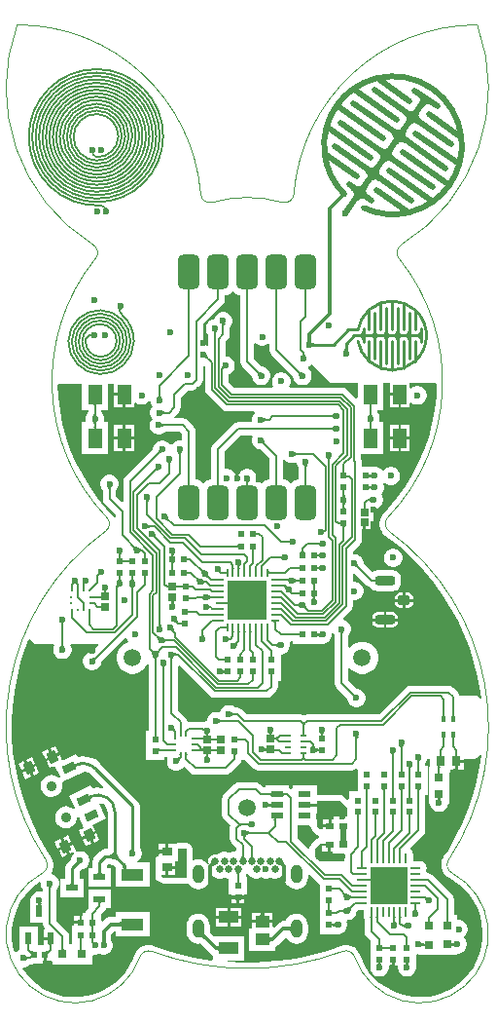
<source format=gtl>
G04*
G04 #@! TF.GenerationSoftware,Altium Limited,Altium Designer,24.2.2 (26)*
G04*
G04 Layer_Physical_Order=1*
G04 Layer_Color=255*
%FSLAX25Y25*%
%MOIN*%
G70*
G04*
G04 #@! TF.SameCoordinates,A7374CB3-C572-496A-BD66-24450F52A8E5*
G04*
G04*
G04 #@! TF.FilePolarity,Positive*
G04*
G01*
G75*
%ADD10C,0.00394*%
G04:AMPARAMS|DCode=11|XSize=31.5mil|YSize=66.93mil|CornerRadius=7.87mil|HoleSize=0mil|Usage=FLASHONLY|Rotation=90.000|XOffset=0mil|YOffset=0mil|HoleType=Round|Shape=RoundedRectangle|*
%AMROUNDEDRECTD11*
21,1,0.03150,0.05118,0,0,90.0*
21,1,0.01575,0.06693,0,0,90.0*
1,1,0.01575,0.02559,0.00787*
1,1,0.01575,0.02559,-0.00787*
1,1,0.01575,-0.02559,-0.00787*
1,1,0.01575,-0.02559,0.00787*
%
%ADD11ROUNDEDRECTD11*%
G04:AMPARAMS|DCode=12|XSize=31.5mil|YSize=43.31mil|CornerRadius=7.87mil|HoleSize=0mil|Usage=FLASHONLY|Rotation=270.000|XOffset=0mil|YOffset=0mil|HoleType=Round|Shape=RoundedRectangle|*
%AMROUNDEDRECTD12*
21,1,0.03150,0.02756,0,0,270.0*
21,1,0.01575,0.04331,0,0,270.0*
1,1,0.01575,-0.01378,-0.00787*
1,1,0.01575,-0.01378,0.00787*
1,1,0.01575,0.01378,0.00787*
1,1,0.01575,0.01378,-0.00787*
%
%ADD12ROUNDEDRECTD12*%
%ADD13R,0.02362X0.02362*%
%ADD14R,0.02362X0.03937*%
%ADD15R,0.04331X0.02362*%
%ADD16R,0.02362X0.02362*%
%ADD17R,0.01083X0.00984*%
%ADD18R,0.00984X0.01083*%
%ADD19R,0.02520X0.02520*%
%ADD20R,0.03150X0.02362*%
%ADD21R,0.03937X0.02362*%
%ADD22R,0.07677X0.04331*%
G04:AMPARAMS|DCode=23|XSize=27.56mil|YSize=43.31mil|CornerRadius=0mil|HoleSize=0mil|Usage=FLASHONLY|Rotation=115.000|XOffset=0mil|YOffset=0mil|HoleType=Round|Shape=Rectangle|*
%AMROTATEDRECTD23*
4,1,4,0.02545,-0.00334,-0.01380,-0.02164,-0.02545,0.00334,0.01380,0.02164,0.02545,-0.00334,0.0*
%
%ADD23ROTATEDRECTD23*%

G04:AMPARAMS|DCode=24|XSize=39.37mil|YSize=31.5mil|CornerRadius=0mil|HoleSize=0mil|Usage=FLASHONLY|Rotation=115.000|XOffset=0mil|YOffset=0mil|HoleType=Round|Shape=Rectangle|*
%AMROTATEDRECTD24*
4,1,4,0.02259,-0.01119,-0.00595,-0.02450,-0.02259,0.01119,0.00595,0.02450,0.02259,-0.01119,0.0*
%
%ADD24ROTATEDRECTD24*%

%ADD25R,0.03543X0.03150*%
%ADD26R,0.05118X0.03937*%
%ADD27R,0.06693X0.04331*%
%ADD28R,0.03150X0.03150*%
%ADD29R,0.13583X0.13583*%
%ADD30R,0.12795X0.12795*%
%ADD31O,0.00984X0.03937*%
%ADD32O,0.03937X0.00984*%
%ADD33R,0.05000X0.07008*%
%ADD34R,0.03150X0.03543*%
%ADD35R,0.02756X0.02953*%
%ADD36R,0.01181X0.01968*%
%ADD37R,0.02362X0.00984*%
%ADD38R,0.01083X0.00984*%
%ADD39R,0.00984X0.01083*%
G04:AMPARAMS|DCode=40|XSize=74.8mil|YSize=118.11mil|CornerRadius=18.7mil|HoleSize=0mil|Usage=FLASHONLY|Rotation=0.000|XOffset=0mil|YOffset=0mil|HoleType=Round|Shape=RoundedRectangle|*
%AMROUNDEDRECTD40*
21,1,0.07480,0.08071,0,0,0.0*
21,1,0.03740,0.11811,0,0,0.0*
1,1,0.03740,0.01870,-0.04035*
1,1,0.03740,-0.01870,-0.04035*
1,1,0.03740,-0.01870,0.04035*
1,1,0.03740,0.01870,0.04035*
%
%ADD40ROUNDEDRECTD40*%
%ADD41R,0.00984X0.02756*%
%ADD42R,0.02756X0.00984*%
%ADD43R,0.03150X0.03150*%
%ADD84C,0.01968*%
%ADD85C,0.00984*%
%ADD86C,0.00591*%
%ADD87C,0.00622*%
%ADD88C,0.01181*%
%ADD89C,0.01575*%
%ADD90C,0.02559*%
%ADD91C,0.02362*%
%ADD92O,0.03937X0.06299*%
%ADD93C,0.05906*%
%ADD94C,0.03543*%
G36*
X454922Y687510D02*
X456776Y685011D01*
X456458Y685209D01*
X456150Y685353D01*
X455852Y685441D01*
X455563Y685475D01*
X455284Y685454D01*
X455015Y685379D01*
X454755Y685248D01*
X454505Y685063D01*
X454265Y684822D01*
X454035Y684527D01*
X452422Y685656D01*
X452620Y685974D01*
X452764Y686282D01*
X452853Y686580D01*
X452887Y686869D01*
X452866Y687148D01*
X452790Y687417D01*
X452659Y687677D01*
X452474Y687927D01*
X452234Y688167D01*
X451939Y688398D01*
X454922Y687510D01*
D02*
G37*
G36*
X452905Y682915D02*
X452707Y682597D01*
X452563Y682289D01*
X452475Y681991D01*
X452441Y681702D01*
X452462Y681423D01*
X452537Y681154D01*
X452668Y680894D01*
X452853Y680644D01*
X453094Y680404D01*
X453389Y680173D01*
X452260Y678561D01*
X451942Y678759D01*
X451634Y678903D01*
X451336Y678991D01*
X451047Y679025D01*
X450768Y679004D01*
X450499Y678929D01*
X450239Y678798D01*
X449989Y678613D01*
X449749Y678372D01*
X449518Y678077D01*
X447906Y679206D01*
X448104Y679524D01*
X448248Y679832D01*
X448336Y680130D01*
X448370Y680419D01*
X448349Y680698D01*
X448274Y680967D01*
X448143Y681227D01*
X447958Y681477D01*
X447717Y681717D01*
X447422Y681948D01*
X448551Y683560D01*
X448869Y683362D01*
X449177Y683218D01*
X449475Y683130D01*
X449764Y683096D01*
X450043Y683117D01*
X450312Y683192D01*
X450572Y683323D01*
X450822Y683508D01*
X451062Y683749D01*
X451293Y684044D01*
X452905Y682915D01*
D02*
G37*
G36*
X448389Y676465D02*
X448191Y676147D01*
X448047Y675839D01*
X447958Y675541D01*
X447924Y675252D01*
X447945Y674973D01*
X448021Y674704D01*
X448152Y674444D01*
X448337Y674194D01*
X448577Y673954D01*
X448873Y673723D01*
X447743Y672111D01*
X447426Y672309D01*
X447118Y672453D01*
X446819Y672541D01*
X446531Y672575D01*
X446252Y672554D01*
X445982Y672479D01*
X445723Y672348D01*
X445473Y672163D01*
X445232Y671922D01*
X445002Y671627D01*
X443389Y672756D01*
X443588Y673074D01*
X443731Y673382D01*
X443820Y673680D01*
X443854Y673969D01*
X443833Y674248D01*
X443757Y674517D01*
X443627Y674777D01*
X443441Y675027D01*
X443201Y675267D01*
X442906Y675498D01*
X444035Y677110D01*
X444353Y676912D01*
X444661Y676768D01*
X444959Y676680D01*
X445248Y676646D01*
X445527Y676667D01*
X445796Y676743D01*
X446056Y676873D01*
X446306Y677059D01*
X446546Y677299D01*
X446777Y677594D01*
X448389Y676465D01*
D02*
G37*
G36*
X443873Y670015D02*
X443674Y669697D01*
X443531Y669389D01*
X443442Y669091D01*
X443408Y668802D01*
X443429Y668523D01*
X443505Y668254D01*
X443635Y667994D01*
X443821Y667744D01*
X444061Y667504D01*
X444356Y667273D01*
X443227Y665661D01*
X442909Y665859D01*
X442601Y666003D01*
X442303Y666091D01*
X442014Y666125D01*
X441735Y666104D01*
X441466Y666028D01*
X441206Y665898D01*
X440956Y665712D01*
X440716Y665472D01*
X440485Y665177D01*
X438873Y666306D01*
X439071Y666624D01*
X439215Y666932D01*
X439304Y667230D01*
X439338Y667519D01*
X439317Y667798D01*
X439241Y668067D01*
X439110Y668327D01*
X438925Y668577D01*
X438685Y668817D01*
X438389Y669048D01*
X439519Y670660D01*
X439836Y670462D01*
X440144Y670318D01*
X440443Y670230D01*
X440731Y670196D01*
X441010Y670217D01*
X441280Y670292D01*
X441539Y670423D01*
X441789Y670608D01*
X442030Y670849D01*
X442260Y671144D01*
X443873Y670015D01*
D02*
G37*
G36*
X439356Y663565D02*
X439158Y663247D01*
X439014Y662939D01*
X438926Y662641D01*
X438892Y662352D01*
X438913Y662073D01*
X438988Y661804D01*
X439119Y661544D01*
X439304Y661294D01*
X439545Y661054D01*
X439840Y660823D01*
X438711Y659211D01*
X438393Y659409D01*
X438085Y659553D01*
X437787Y659641D01*
X437498Y659675D01*
X437219Y659654D01*
X436950Y659579D01*
X436690Y659448D01*
X436440Y659263D01*
X436200Y659022D01*
X435969Y658727D01*
X434357Y659856D01*
X434555Y660174D01*
X434699Y660482D01*
X434787Y660780D01*
X434821Y661069D01*
X434800Y661348D01*
X434725Y661617D01*
X434594Y661877D01*
X434409Y662127D01*
X434168Y662367D01*
X433873Y662598D01*
X435002Y664210D01*
X435320Y664012D01*
X435628Y663868D01*
X435926Y663780D01*
X436215Y663746D01*
X436494Y663767D01*
X436763Y663842D01*
X437023Y663973D01*
X437273Y664158D01*
X437513Y664399D01*
X437744Y664694D01*
X439356Y663565D01*
D02*
G37*
G36*
X434840Y657115D02*
X434642Y656797D01*
X434498Y656489D01*
X434409Y656191D01*
X434375Y655902D01*
X434396Y655623D01*
X434472Y655354D01*
X434603Y655094D01*
X434788Y654844D01*
X435028Y654604D01*
X435323Y654373D01*
X434194Y652761D01*
X433877Y652959D01*
X433569Y653102D01*
X433270Y653191D01*
X432982Y653225D01*
X432703Y653204D01*
X432433Y653128D01*
X432174Y652998D01*
X431924Y652812D01*
X431683Y652572D01*
X431453Y652277D01*
X429840Y653406D01*
X430039Y653724D01*
X430182Y654032D01*
X430271Y654330D01*
X430305Y654619D01*
X430284Y654898D01*
X430208Y655167D01*
X430078Y655427D01*
X429892Y655677D01*
X429652Y655917D01*
X429357Y656148D01*
X430486Y657760D01*
X430804Y657562D01*
X431112Y657418D01*
X431410Y657330D01*
X431699Y657296D01*
X431978Y657317D01*
X432247Y657392D01*
X432507Y657523D01*
X432757Y657708D01*
X432997Y657949D01*
X433227Y658244D01*
X434840Y657115D01*
D02*
G37*
G36*
X345169Y650180D02*
X345213Y650163D01*
X345351Y650102D01*
X345819Y649868D01*
X344238Y649383D01*
X344297Y649492D01*
X344524Y649973D01*
X344522Y649984D01*
X345132Y650173D01*
X345128Y650185D01*
X345140Y650187D01*
X345169Y650180D01*
D02*
G37*
G36*
X414235Y622049D02*
X414185Y622031D01*
X414141Y622001D01*
X414102Y621959D01*
X414070Y621905D01*
X414043Y621838D01*
X414023Y621760D01*
X414008Y621670D01*
X413999Y621567D01*
X413996Y621453D01*
X413406D01*
X413403Y621567D01*
X413394Y621670D01*
X413379Y621760D01*
X413358Y621838D01*
X413332Y621905D01*
X413299Y621959D01*
X413261Y622001D01*
X413216Y622031D01*
X413166Y622049D01*
X413110Y622055D01*
X414291D01*
X414235Y622049D01*
D02*
G37*
G36*
X404235D02*
X404185Y622031D01*
X404141Y622001D01*
X404102Y621959D01*
X404070Y621905D01*
X404043Y621838D01*
X404023Y621760D01*
X404008Y621670D01*
X403999Y621567D01*
X403996Y621453D01*
X403406D01*
X403403Y621567D01*
X403394Y621670D01*
X403379Y621760D01*
X403358Y621838D01*
X403332Y621905D01*
X403299Y621959D01*
X403261Y622001D01*
X403217Y622031D01*
X403166Y622049D01*
X403110Y622055D01*
X404291D01*
X404235Y622049D01*
D02*
G37*
G36*
X394235D02*
X394185Y622031D01*
X394141Y622001D01*
X394102Y621959D01*
X394070Y621905D01*
X394043Y621838D01*
X394023Y621760D01*
X394008Y621670D01*
X393999Y621567D01*
X393996Y621453D01*
X393406D01*
X393403Y621567D01*
X393394Y621670D01*
X393379Y621760D01*
X393358Y621838D01*
X393332Y621905D01*
X393299Y621959D01*
X393261Y622001D01*
X393216Y622031D01*
X393166Y622049D01*
X393110Y622055D01*
X394291D01*
X394235Y622049D01*
D02*
G37*
G36*
X384235D02*
X384185Y622031D01*
X384141Y622001D01*
X384102Y621959D01*
X384070Y621905D01*
X384043Y621838D01*
X384023Y621760D01*
X384008Y621670D01*
X383999Y621567D01*
X383996Y621453D01*
X383405D01*
X383403Y621567D01*
X383394Y621670D01*
X383379Y621760D01*
X383358Y621838D01*
X383332Y621905D01*
X383299Y621959D01*
X383261Y622001D01*
X383217Y622031D01*
X383166Y622049D01*
X383110Y622055D01*
X384291D01*
X384235Y622049D01*
D02*
G37*
G36*
X374235D02*
X374185Y622031D01*
X374141Y622001D01*
X374102Y621959D01*
X374070Y621905D01*
X374043Y621838D01*
X374023Y621760D01*
X374008Y621670D01*
X373999Y621567D01*
X373996Y621453D01*
X373406D01*
X373403Y621567D01*
X373394Y621670D01*
X373379Y621760D01*
X373358Y621838D01*
X373332Y621905D01*
X373299Y621959D01*
X373261Y622001D01*
X373217Y622031D01*
X373166Y622049D01*
X373110Y622055D01*
X374291D01*
X374235Y622049D01*
D02*
G37*
G36*
X350783Y615420D02*
X350669Y615375D01*
X350570Y615324D01*
X350484Y615268D01*
X350413Y615205D01*
X350356Y615137D01*
X350312Y615063D01*
X350283Y614983D01*
X350268Y614896D01*
X350267Y614805D01*
X350280Y614707D01*
X349655Y614932D01*
X349645Y615042D01*
X349611Y615258D01*
X349588Y615364D01*
X349527Y615574D01*
X349490Y615677D01*
X349402Y615880D01*
X349351Y615980D01*
X350783Y615420D01*
D02*
G37*
G36*
X386159Y610372D02*
X385989Y610166D01*
X385920Y610064D01*
X385861Y609963D01*
X385813Y609862D01*
X385776Y609762D01*
X385750Y609663D01*
X385734Y609564D01*
X385728Y609467D01*
X385138D01*
X385133Y609564D01*
X385117Y609663D01*
X385090Y609762D01*
X385053Y609862D01*
X385005Y609963D01*
X384946Y610064D01*
X384877Y610166D01*
X384798Y610268D01*
X384707Y610372D01*
X384606Y610475D01*
X386260D01*
X386159Y610372D01*
D02*
G37*
G36*
X383504Y607916D02*
X383403Y607812D01*
X383233Y607607D01*
X383164Y607505D01*
X383105Y607404D01*
X383057Y607303D01*
X383020Y607203D01*
X382994Y607104D01*
X382978Y607006D01*
X382972Y606908D01*
X382382Y606908D01*
X382377Y607006D01*
X382361Y607104D01*
X382334Y607203D01*
X382297Y607303D01*
X382249Y607404D01*
X382190Y607505D01*
X382121Y607607D01*
X382042Y607709D01*
X381951Y607812D01*
X381850Y607916D01*
X383504Y607916D01*
D02*
G37*
G36*
X340186Y606040D02*
X340173Y606081D01*
X340154Y606114D01*
X340128Y606141D01*
X340095Y606161D01*
X340057Y606174D01*
X340012Y606180D01*
X339960Y606179D01*
X339902Y606171D01*
X339838Y606157D01*
X339767Y606135D01*
X339880Y606776D01*
X339958Y606792D01*
X340154Y606845D01*
X340206Y606864D01*
X340250Y606883D01*
X340289Y606903D01*
X340320Y606923D01*
X340345Y606943D01*
X340362Y606964D01*
X340186Y606040D01*
D02*
G37*
G36*
X453642Y606299D02*
X452658Y604823D01*
X452648Y605010D01*
X452618Y605177D01*
X452569Y605325D01*
X452500Y605453D01*
X452411Y605561D01*
X452303Y605650D01*
X452175Y605719D01*
X452028Y605768D01*
X451860Y605797D01*
X451673Y605807D01*
Y606791D01*
X451860Y606801D01*
X452028Y606831D01*
X452175Y606880D01*
X452303Y606949D01*
X452411Y607037D01*
X452500Y607146D01*
X452569Y607274D01*
X452618Y607421D01*
X452648Y607589D01*
X452658Y607776D01*
X453642Y606299D01*
D02*
G37*
G36*
X449715Y607589D02*
X449744Y607421D01*
X449793Y607274D01*
X449862Y607146D01*
X449951Y607037D01*
X450059Y606949D01*
X450187Y606880D01*
X450335Y606831D01*
X450502Y606801D01*
X450689Y606791D01*
Y605807D01*
X450502Y605797D01*
X450335Y605768D01*
X450187Y605719D01*
X450059Y605650D01*
X449951Y605561D01*
X449862Y605453D01*
X449793Y605325D01*
X449744Y605177D01*
X449715Y605010D01*
X449705Y604823D01*
X448721D01*
X448711Y605010D01*
X448681Y605177D01*
X448632Y605325D01*
X448563Y605453D01*
X448474Y605561D01*
X448366Y605650D01*
X448238Y605719D01*
X448091Y605768D01*
X447923Y605797D01*
X447736Y605807D01*
Y606791D01*
X447923Y606801D01*
X448091Y606831D01*
X448238Y606880D01*
X448366Y606949D01*
X448474Y607037D01*
X448563Y607146D01*
X448632Y607274D01*
X448681Y607421D01*
X448711Y607589D01*
X448721Y607776D01*
X449705D01*
X449715Y607589D01*
D02*
G37*
G36*
X445778D02*
X445807Y607421D01*
X445856Y607274D01*
X445925Y607146D01*
X446014Y607037D01*
X446122Y606949D01*
X446250Y606880D01*
X446398Y606831D01*
X446565Y606801D01*
X446752Y606791D01*
Y605807D01*
X446565Y605797D01*
X446398Y605768D01*
X446250Y605719D01*
X446122Y605650D01*
X446014Y605561D01*
X445925Y605453D01*
X445856Y605325D01*
X445807Y605177D01*
X445778Y605010D01*
X445768Y604823D01*
X444783D01*
X444774Y605010D01*
X444744Y605177D01*
X444695Y605325D01*
X444626Y605453D01*
X444537Y605561D01*
X444429Y605650D01*
X444301Y605719D01*
X444154Y605768D01*
X443986Y605797D01*
X443799Y605807D01*
Y606791D01*
X443986Y606801D01*
X444153Y606831D01*
X444301Y606880D01*
X444429Y606949D01*
X444537Y607037D01*
X444626Y607146D01*
X444695Y607274D01*
X444744Y607421D01*
X444774Y607589D01*
X444783Y607776D01*
X445768D01*
X445778Y607589D01*
D02*
G37*
G36*
X441841D02*
X441870Y607421D01*
X441919Y607274D01*
X441988Y607146D01*
X442077Y607037D01*
X442185Y606949D01*
X442313Y606880D01*
X442461Y606831D01*
X442628Y606801D01*
X442815Y606791D01*
Y605807D01*
X442628Y605797D01*
X442461Y605768D01*
X442313Y605719D01*
X442185Y605650D01*
X442077Y605561D01*
X441988Y605453D01*
X441919Y605325D01*
X441870Y605177D01*
X441841Y605010D01*
X441831Y604823D01*
X440846D01*
X440837Y605010D01*
X440807Y605177D01*
X440758Y605325D01*
X440689Y605453D01*
X440600Y605561D01*
X440492Y605650D01*
X440364Y605719D01*
X440216Y605768D01*
X440049Y605797D01*
X439862Y605807D01*
Y606791D01*
X440049Y606801D01*
X440216Y606831D01*
X440364Y606880D01*
X440492Y606949D01*
X440600Y607037D01*
X440689Y607146D01*
X440758Y607274D01*
X440807Y607421D01*
X440837Y607589D01*
X440846Y607776D01*
X441831D01*
X441841Y607589D01*
D02*
G37*
G36*
X437903D02*
X437933Y607421D01*
X437982Y607274D01*
X438051Y607146D01*
X438140Y607037D01*
X438248Y606949D01*
X438376Y606880D01*
X438524Y606831D01*
X438691Y606801D01*
X438878Y606791D01*
Y605807D01*
X438691Y605797D01*
X438524Y605768D01*
X438376Y605719D01*
X438248Y605650D01*
X438140Y605561D01*
X438051Y605453D01*
X437982Y605325D01*
X437933Y605177D01*
X437903Y605010D01*
X437894Y604823D01*
X436909D01*
X436900Y605010D01*
X436870Y605177D01*
X436821Y605325D01*
X436752Y605453D01*
X436663Y605561D01*
X436555Y605650D01*
X436427Y605719D01*
X436279Y605768D01*
X436112Y605797D01*
X435925Y605807D01*
Y606791D01*
X436112Y606801D01*
X436279Y606831D01*
X436427Y606880D01*
X436555Y606949D01*
X436663Y607037D01*
X436752Y607146D01*
X436821Y607274D01*
X436870Y607421D01*
X436900Y607589D01*
X436909Y607776D01*
X437894D01*
X437903Y607589D01*
D02*
G37*
G36*
X433966D02*
X433996Y607421D01*
X434045Y607274D01*
X434114Y607146D01*
X434203Y607037D01*
X434311Y606949D01*
X434439Y606880D01*
X434587Y606831D01*
X434754Y606801D01*
X434941Y606791D01*
Y605807D01*
X434754Y605797D01*
X434587Y605768D01*
X434439Y605719D01*
X434311Y605650D01*
X434203Y605561D01*
X434114Y605453D01*
X434045Y605325D01*
X433996Y605177D01*
X433966Y605010D01*
X433957Y604823D01*
X432972D01*
X432963Y605010D01*
X432933Y605177D01*
X432884Y605325D01*
X432815Y605453D01*
X432726Y605561D01*
X432618Y605650D01*
X432490Y605719D01*
X432342Y605768D01*
X432175Y605797D01*
X431988Y605807D01*
Y606791D01*
X432175Y606801D01*
X432342Y606831D01*
X432490Y606880D01*
X432618Y606949D01*
X432726Y607037D01*
X432815Y607146D01*
X432884Y607274D01*
X432933Y607421D01*
X432963Y607589D01*
X432972Y607776D01*
X433957D01*
X433966Y607589D01*
D02*
G37*
G36*
X415554Y604754D02*
X415572Y604526D01*
X415589Y604424D01*
X415610Y604331D01*
X415636Y604246D01*
X415667Y604170D01*
X415702Y604103D01*
X415742Y604044D01*
X415787Y603993D01*
X414134D01*
X414179Y604044D01*
X414219Y604103D01*
X414254Y604170D01*
X414285Y604246D01*
X414311Y604331D01*
X414332Y604424D01*
X414349Y604526D01*
X414361Y604635D01*
X414370Y604881D01*
X415551D01*
X415554Y604754D01*
D02*
G37*
G36*
X415872Y603913D02*
X415947Y603856D01*
X416026Y603806D01*
X416112Y603762D01*
X416203Y603725D01*
X416299Y603695D01*
X416402Y603672D01*
X416510Y603655D01*
X416624Y603645D01*
X416743Y603642D01*
Y602658D01*
X416624Y602654D01*
X416510Y602644D01*
X416402Y602627D01*
X416299Y602604D01*
X416203Y602574D01*
X416112Y602537D01*
X416026Y602493D01*
X415947Y602443D01*
X415872Y602386D01*
X415804Y602323D01*
Y603976D01*
X415872Y603913D01*
D02*
G37*
G36*
X428055Y601663D02*
X428065Y601549D01*
X428081Y601441D01*
X428105Y601339D01*
X428135Y601242D01*
X428172Y601151D01*
X428215Y601066D01*
X428265Y600986D01*
X428322Y600912D01*
X428386Y600843D01*
X426732D01*
X426796Y600912D01*
X426853Y600986D01*
X426903Y601066D01*
X426946Y601151D01*
X426983Y601242D01*
X427013Y601339D01*
X427037Y601441D01*
X427053Y601549D01*
X427064Y601663D01*
X427067Y601782D01*
X428051D01*
X428055Y601663D01*
D02*
G37*
G36*
X413293Y600180D02*
X413309Y600081D01*
X413335Y599982D01*
X413372Y599882D01*
X413420Y599781D01*
X413479Y599680D01*
X413548Y599578D01*
X413628Y599476D01*
X413718Y599372D01*
X413819Y599269D01*
X412165D01*
X412266Y599372D01*
X412436Y599578D01*
X412505Y599680D01*
X412564Y599781D01*
X412612Y599882D01*
X412649Y599982D01*
X412676Y600081D01*
X412691Y600180D01*
X412697Y600278D01*
X413287D01*
X413293Y600180D01*
D02*
G37*
G36*
X379923Y599745D02*
X379948Y599479D01*
X379972Y599358D01*
X380002Y599245D01*
X380039Y599140D01*
X380083Y599044D01*
X380135Y598955D01*
X380193Y598874D01*
X380259Y598801D01*
X379841Y598383D01*
X379768Y598449D01*
X379687Y598507D01*
X379598Y598558D01*
X379501Y598603D01*
X379396Y598640D01*
X379283Y598670D01*
X379163Y598693D01*
X379034Y598709D01*
X378897Y598719D01*
X378752Y598721D01*
X379921Y599890D01*
X379923Y599745D01*
D02*
G37*
G36*
X385893Y594928D02*
X385832Y594941D01*
X385770Y594946D01*
X385708Y594942D01*
X385645Y594929D01*
X385580Y594908D01*
X385516Y594878D01*
X385450Y594840D01*
X385384Y594793D01*
X385316Y594737D01*
X385248Y594673D01*
X384831Y595091D01*
X384895Y595159D01*
X384950Y595226D01*
X384997Y595293D01*
X385036Y595358D01*
X385066Y595423D01*
X385087Y595487D01*
X385099Y595550D01*
X385103Y595613D01*
X385099Y595675D01*
X385086Y595735D01*
X385893Y594928D01*
D02*
G37*
G36*
X411571Y593973D02*
X411651Y593914D01*
X411740Y593863D01*
X411837Y593819D01*
X411942Y593781D01*
X412055Y593751D01*
X412176Y593728D01*
X412305Y593712D01*
X412442Y593703D01*
X412587Y593701D01*
X411417Y592531D01*
X411415Y592676D01*
X411390Y592942D01*
X411367Y593063D01*
X411337Y593176D01*
X411300Y593281D01*
X411255Y593378D01*
X411204Y593467D01*
X411145Y593548D01*
X411080Y593621D01*
X411497Y594038D01*
X411571Y593973D01*
D02*
G37*
G36*
X397437Y593973D02*
X397518Y593914D01*
X397606Y593863D01*
X397704Y593819D01*
X397808Y593781D01*
X397921Y593751D01*
X398042Y593728D01*
X398171Y593712D01*
X398308Y593703D01*
X398453Y593701D01*
X397284Y592531D01*
X397282Y592676D01*
X397256Y592942D01*
X397233Y593063D01*
X397203Y593176D01*
X397166Y593281D01*
X397121Y593378D01*
X397070Y593467D01*
X397011Y593548D01*
X396946Y593621D01*
X397364Y594038D01*
X397437Y593973D01*
D02*
G37*
G36*
X363883Y586006D02*
X363899Y585908D01*
X363926Y585809D01*
X363963Y585709D01*
X364011Y585608D01*
X364069Y585507D01*
X364138Y585405D01*
X364218Y585302D01*
X364309Y585199D01*
X364409Y585095D01*
X362756D01*
X362857Y585199D01*
X363027Y585405D01*
X363096Y585507D01*
X363155Y585608D01*
X363202Y585709D01*
X363240Y585809D01*
X363266Y585908D01*
X363282Y586006D01*
X363287Y586104D01*
X363878D01*
X363883Y586006D01*
D02*
G37*
G36*
X389093Y621180D02*
X389895Y620564D01*
X390829Y620178D01*
X391393Y620103D01*
Y597284D01*
X391568Y596400D01*
X392069Y595651D01*
X395293Y592427D01*
X395315Y592324D01*
Y592105D01*
X395530Y591304D01*
X395944Y590586D01*
X396531Y589999D01*
X397249Y589585D01*
X398050Y589370D01*
X398879D01*
X399680Y589585D01*
X400398Y589999D01*
X400985Y590586D01*
X401400Y591304D01*
X401614Y592105D01*
Y592934D01*
X401400Y593735D01*
X400985Y594454D01*
X400398Y595040D01*
X399680Y595455D01*
X398879Y595669D01*
X398660D01*
X398557Y595691D01*
X396009Y598240D01*
Y603554D01*
X396509Y603761D01*
X396885Y603385D01*
X397603Y602971D01*
X398404Y602756D01*
X399234D01*
X400035Y602971D01*
X400753Y603385D01*
X400893Y603525D01*
X401393Y603318D01*
Y601417D01*
X401568Y600534D01*
X402069Y599785D01*
X409427Y592427D01*
X409449Y592324D01*
Y592105D01*
X409663Y591304D01*
X410078Y590586D01*
X410665Y589999D01*
X411383Y589585D01*
X412184Y589370D01*
X413013D01*
X413814Y589585D01*
X414532Y589999D01*
X415119Y590586D01*
X415533Y591304D01*
X415748Y592105D01*
Y592934D01*
X415533Y593735D01*
X415119Y594454D01*
X414532Y595040D01*
X414480Y595070D01*
Y595647D01*
X414926Y595905D01*
X415259Y596238D01*
X415925Y596280D01*
X422047Y590157D01*
X431476Y590158D01*
Y584932D01*
X431014Y584741D01*
X427903Y587853D01*
X427154Y588353D01*
X426271Y588529D01*
X408305D01*
X408016Y589029D01*
X408250Y589434D01*
X408465Y590235D01*
Y591064D01*
X408250Y591865D01*
X407835Y592584D01*
X407249Y593170D01*
X406531Y593585D01*
X405730Y593799D01*
X404900D01*
X404099Y593585D01*
X403381Y593170D01*
X402795Y592584D01*
X402380Y591865D01*
X402165Y591064D01*
Y590235D01*
X402380Y589434D01*
X402614Y589029D01*
X402325Y588529D01*
X389145D01*
X387348Y590326D01*
Y593104D01*
X387436Y593128D01*
X388154Y593543D01*
X388741Y594129D01*
X389155Y594847D01*
X389370Y595648D01*
Y596478D01*
X389155Y597279D01*
X388741Y597997D01*
X388154Y598583D01*
X387436Y598998D01*
X386635Y599213D01*
X386166D01*
Y604162D01*
X387065Y605061D01*
X387065Y605061D01*
X387565Y605810D01*
X387741Y606693D01*
Y609142D01*
X387799Y609230D01*
X387953Y609385D01*
X388368Y610103D01*
X388583Y610904D01*
Y611733D01*
X388368Y612535D01*
X387953Y613253D01*
X387367Y613839D01*
X386649Y614254D01*
X385848Y614468D01*
X385018D01*
X384217Y614254D01*
X383499Y613839D01*
X382913Y613253D01*
X382498Y612535D01*
X382331Y611909D01*
X382262D01*
X381462Y611695D01*
X380743Y611280D01*
X380157Y610694D01*
X379742Y609975D01*
X379528Y609174D01*
Y608345D01*
X379742Y607544D01*
X380157Y606826D01*
X380312Y606671D01*
X380369Y606583D01*
Y603102D01*
X379869Y602860D01*
X379155Y603051D01*
X378577D01*
Y610217D01*
X385333Y616972D01*
X385833Y617721D01*
X386009Y618604D01*
X386009Y618604D01*
Y620103D01*
X386573Y620178D01*
X387507Y620564D01*
X388309Y621180D01*
X388451Y621365D01*
X388951D01*
X389093Y621180D01*
D02*
G37*
G36*
X458645Y589657D02*
X458461Y585394D01*
X457917Y580721D01*
X457038Y576099D01*
X455826Y571554D01*
X454288Y567108D01*
X452433Y562785D01*
X450269Y558607D01*
X447809Y554597D01*
X445065Y550776D01*
X442053Y547163D01*
X440419Y545470D01*
X440390Y545425D01*
X440347Y545391D01*
X440126Y545137D01*
X440046Y544996D01*
X439936Y544878D01*
X439582Y544306D01*
X439507Y544105D01*
X439397Y543920D01*
X439173Y543287D01*
X439143Y543074D01*
X439074Y542870D01*
X438990Y542203D01*
X439005Y541989D01*
X438981Y541775D01*
X439040Y541106D01*
X439101Y540899D01*
X439123Y540685D01*
X439323Y540043D01*
X439425Y539855D01*
X439493Y539650D01*
X439824Y539066D01*
X439964Y538903D01*
X440073Y538718D01*
X440521Y538216D01*
X440650Y538119D01*
X440754Y537994D01*
X441015Y537782D01*
X441063Y537757D01*
X441100Y537717D01*
X443176Y536210D01*
X447127Y532938D01*
X450862Y529422D01*
X454366Y525676D01*
X457625Y521714D01*
X460627Y517554D01*
X463357Y513211D01*
X465807Y508704D01*
X467965Y504050D01*
X469823Y499269D01*
X471373Y494379D01*
X472610Y489400D01*
X473528Y484353D01*
X473787Y482136D01*
X473309Y482020D01*
X472874Y482671D01*
X472223Y483106D01*
X471455Y483259D01*
X466364D01*
X466304Y483562D01*
X465804Y484311D01*
X465804Y484311D01*
X464230Y485884D01*
X463482Y486384D01*
X462598Y486560D01*
X449606D01*
X449606Y486560D01*
X448723Y486384D01*
X447974Y485884D01*
X447974Y485884D01*
X438808Y476718D01*
X414125D01*
X413242Y476542D01*
X412992Y476375D01*
X412742Y476542D01*
X411859Y476718D01*
X393476D01*
X391790Y478404D01*
X391041Y478904D01*
X390158Y479080D01*
X389579D01*
X389490Y479137D01*
X389335Y479292D01*
X388617Y479707D01*
X387816Y479921D01*
X386987D01*
X386186Y479707D01*
X385468Y479292D01*
X384881Y478706D01*
X384467Y477987D01*
X384422Y477822D01*
X383811Y477472D01*
X383486Y477559D01*
X382656D01*
X381855Y477344D01*
X381137Y476930D01*
X380551Y476343D01*
X380136Y475625D01*
X379921Y474824D01*
Y474391D01*
X379522D01*
X378721Y474177D01*
X378349Y473962D01*
X373622D01*
X373622Y473962D01*
X373606Y473958D01*
X373123Y474067D01*
X372947Y474950D01*
X372447Y475699D01*
X370025Y478121D01*
Y493202D01*
X370487Y493394D01*
X380867Y483014D01*
X380867Y483014D01*
X381615Y482513D01*
X382499Y482338D01*
X382499Y482338D01*
X400394D01*
X401277Y482513D01*
X402026Y483014D01*
X403601Y484588D01*
X403601Y484588D01*
X404101Y485337D01*
X404277Y486221D01*
Y488189D01*
X405118D01*
Y492126D01*
Y497244D01*
X405533D01*
X406334Y497459D01*
X407052Y497873D01*
X407638Y498460D01*
X408053Y499178D01*
X408268Y499979D01*
Y500808D01*
X408182Y501129D01*
X408566Y501629D01*
X409449D01*
Y500787D01*
X419685D01*
Y500787D01*
X419903D01*
X420704Y501002D01*
X421422Y501417D01*
X422009Y502003D01*
X422423Y502721D01*
X422638Y503522D01*
Y504352D01*
X422590Y504529D01*
X423049Y504690D01*
X423464Y503972D01*
X423619Y503817D01*
X423676Y503728D01*
Y487402D01*
X423852Y486518D01*
X424352Y485770D01*
X427931Y482191D01*
X427953Y482088D01*
Y481869D01*
X428167Y481068D01*
X428582Y480350D01*
X429169Y479763D01*
X429887Y479349D01*
X430688Y479134D01*
X431517D01*
X432318Y479349D01*
X433036Y479763D01*
X433623Y480350D01*
X434037Y481068D01*
X434252Y481869D01*
Y482698D01*
X434037Y483499D01*
X433623Y484217D01*
X433036Y484804D01*
X432318Y485218D01*
X431517Y485433D01*
X431298D01*
X431195Y485455D01*
X428292Y488358D01*
Y492360D01*
X428792Y492547D01*
X429686Y491652D01*
X430943Y490927D01*
X432345Y490551D01*
X433797D01*
X435198Y490927D01*
X436455Y491652D01*
X437481Y492679D01*
X438207Y493935D01*
X438583Y495337D01*
Y496789D01*
X438207Y498190D01*
X437481Y499447D01*
X436455Y500473D01*
X435198Y501199D01*
X433797Y501575D01*
X432345D01*
X430943Y501199D01*
X429686Y500473D01*
X428792Y499579D01*
X428292Y499766D01*
Y503728D01*
X428350Y503817D01*
X428505Y503972D01*
X428919Y504690D01*
X429134Y505491D01*
Y506320D01*
X428919Y507121D01*
X428505Y507839D01*
X427918Y508426D01*
X427200Y508841D01*
X426711Y508972D01*
X426561Y509529D01*
X428983Y511951D01*
X428983Y511951D01*
X428983Y511951D01*
X429191Y512159D01*
X429692Y512908D01*
X429867Y513791D01*
Y515723D01*
X429900Y515748D01*
X430730D01*
X431531Y515963D01*
X432249Y516377D01*
X432835Y516964D01*
X433250Y517682D01*
X433465Y518483D01*
Y519312D01*
X433250Y520113D01*
X432835Y520831D01*
X432249Y521418D01*
X431531Y521833D01*
X430730Y522047D01*
X429900D01*
X429867Y522073D01*
Y524810D01*
X429893Y524836D01*
X430367Y525030D01*
X434588Y520809D01*
X434588Y520809D01*
X435337Y520308D01*
X436054Y520166D01*
X436420Y519688D01*
X436996Y519246D01*
X437666Y518969D01*
X438386Y518874D01*
X443504D01*
X444223Y518969D01*
X444894Y519246D01*
X445470Y519688D01*
X445911Y520264D01*
X446189Y520934D01*
X446284Y521654D01*
Y523228D01*
X446189Y523948D01*
X445911Y524618D01*
X445470Y525194D01*
X444894Y525636D01*
X444223Y525913D01*
X443504Y526008D01*
X438386D01*
X437666Y525913D01*
X436996Y525636D01*
X436596Y525329D01*
X433487Y528439D01*
X433465Y528542D01*
Y528761D01*
X433250Y529562D01*
X432835Y530280D01*
X432249Y530867D01*
X431531Y531281D01*
X430730Y531496D01*
X429900D01*
X429867Y531522D01*
Y532371D01*
X432341Y534845D01*
X432841Y535594D01*
X433017Y536477D01*
Y540039D01*
X433366D01*
Y542284D01*
X434350D01*
Y540039D01*
X436102D01*
Y542677D01*
X437087D01*
Y546988D01*
X437423D01*
X438224Y547203D01*
X438942Y547617D01*
X439528Y548204D01*
X439943Y548922D01*
X440158Y549723D01*
Y550552D01*
X439943Y551354D01*
X439553Y552028D01*
X439922Y552397D01*
X440337Y553115D01*
X440551Y553916D01*
Y554745D01*
X440337Y555546D01*
X440150Y555870D01*
X440550Y556177D01*
X440979Y555747D01*
X441698Y555333D01*
X442499Y555118D01*
X443328D01*
X444129Y555333D01*
X444847Y555747D01*
X445434Y556334D01*
X445848Y557052D01*
X446063Y557853D01*
Y558682D01*
X445848Y559483D01*
X445434Y560202D01*
X444847Y560788D01*
X444129Y561203D01*
X443328Y561417D01*
X442499D01*
X441698Y561203D01*
X440979Y560788D01*
X440460Y560269D01*
X440158Y560231D01*
X439855Y560269D01*
X439335Y560788D01*
X438617Y561203D01*
X437816Y561417D01*
X436987D01*
X436987Y561417D01*
X433017D01*
Y562992D01*
X433017Y562992D01*
X432841Y563875D01*
X432623Y564202D01*
Y565768D01*
X440413D01*
Y576713D01*
X439310D01*
X439006Y577109D01*
X439095Y577441D01*
Y578270D01*
X438880Y579071D01*
X438465Y579789D01*
X438311Y579944D01*
X438253Y580033D01*
Y580768D01*
X440413D01*
Y590158D01*
X442461Y590158D01*
Y586732D01*
X445945D01*
Y586240D01*
X446437D01*
Y581752D01*
X449429D01*
Y583205D01*
X449929Y583412D01*
X450035Y583307D01*
X450753Y582892D01*
X451554Y582677D01*
X452383D01*
X453184Y582892D01*
X453902Y583307D01*
X454489Y583893D01*
X454904Y584611D01*
X455118Y585412D01*
Y586242D01*
X454904Y587043D01*
X454489Y587761D01*
X453902Y588347D01*
X453184Y588762D01*
X452383Y588977D01*
X451554D01*
X450753Y588762D01*
X450035Y588347D01*
X449929Y588242D01*
X449429Y588449D01*
Y590158D01*
X458184Y590158D01*
X458645Y589657D01*
D02*
G37*
G36*
X436480Y582742D02*
X436429Y582725D01*
X436385Y582695D01*
X436347Y582654D01*
X436314Y582601D01*
X436287Y582536D01*
X436267Y582459D01*
X436252Y582370D01*
X436243Y582270D01*
X436240Y582158D01*
X435650D01*
X435647Y582270D01*
X435638Y582370D01*
X435623Y582459D01*
X435603Y582536D01*
X435576Y582601D01*
X435543Y582654D01*
X435505Y582695D01*
X435461Y582725D01*
X435411Y582742D01*
X435355Y582748D01*
X436536D01*
X436480Y582742D01*
D02*
G37*
G36*
X341991D02*
X341941Y582725D01*
X341897Y582695D01*
X341858Y582654D01*
X341826Y582601D01*
X341799Y582536D01*
X341778Y582459D01*
X341764Y582370D01*
X341755Y582270D01*
X341752Y582158D01*
X341161D01*
X341159Y582270D01*
X341150Y582370D01*
X341135Y582459D01*
X341114Y582536D01*
X341088Y582601D01*
X341055Y582654D01*
X341017Y582695D01*
X340972Y582725D01*
X340922Y582742D01*
X340866Y582748D01*
X342047D01*
X341991Y582742D01*
D02*
G37*
G36*
X364530Y580647D02*
X364736Y580477D01*
X364838Y580408D01*
X364939Y580349D01*
X365039Y580302D01*
X365139Y580264D01*
X365238Y580238D01*
X365337Y580222D01*
X365435Y580217D01*
Y579626D01*
X365337Y579621D01*
X365238Y579605D01*
X365139Y579578D01*
X365039Y579541D01*
X364939Y579493D01*
X364838Y579435D01*
X364736Y579366D01*
X364633Y579286D01*
X364530Y579195D01*
X364426Y579095D01*
Y580748D01*
X364530Y580647D01*
D02*
G37*
G36*
X436246Y579610D02*
X436262Y579511D01*
X436288Y579412D01*
X436325Y579312D01*
X436373Y579212D01*
X436432Y579110D01*
X436501Y579008D01*
X436580Y578906D01*
X436671Y578803D01*
X436772Y578699D01*
X435118D01*
X435219Y578803D01*
X435389Y579008D01*
X435458Y579110D01*
X435517Y579212D01*
X435565Y579312D01*
X435602Y579412D01*
X435629Y579511D01*
X435644Y579610D01*
X435650Y579708D01*
X436240D01*
X436246Y579610D01*
D02*
G37*
G36*
X341757D02*
X341773Y579511D01*
X341800Y579412D01*
X341837Y579312D01*
X341885Y579212D01*
X341943Y579110D01*
X342012Y579008D01*
X342092Y578906D01*
X342182Y578803D01*
X342284Y578699D01*
X340630D01*
X340731Y578803D01*
X340901Y579008D01*
X340970Y579110D01*
X341028Y579212D01*
X341076Y579312D01*
X341114Y579412D01*
X341140Y579511D01*
X341156Y579610D01*
X341161Y579708D01*
X341752D01*
X341757Y579610D01*
D02*
G37*
G36*
X423369Y577913D02*
X423265Y578014D01*
X423060Y578184D01*
X422958Y578254D01*
X422857Y578312D01*
X422756Y578360D01*
X422656Y578397D01*
X422557Y578424D01*
X422458Y578440D01*
X422360Y578445D01*
Y579035D01*
X422458Y579041D01*
X422557Y579057D01*
X422656Y579083D01*
X422756Y579120D01*
X422857Y579168D01*
X422958Y579227D01*
X423060Y579296D01*
X423162Y579376D01*
X423265Y579466D01*
X423369Y579567D01*
Y577913D01*
D02*
G37*
G36*
X399373Y578285D02*
X399578Y578115D01*
X399680Y578046D01*
X399781Y577987D01*
X399882Y577939D01*
X399982Y577902D01*
X400081Y577876D01*
X400180Y577860D01*
X400278Y577854D01*
Y577264D01*
X400180Y577258D01*
X400081Y577243D01*
X399982Y577216D01*
X399882Y577179D01*
X399781Y577131D01*
X399680Y577072D01*
X399578Y577003D01*
X399476Y576924D01*
X399373Y576833D01*
X399269Y576732D01*
Y578386D01*
X399373Y578285D01*
D02*
G37*
G36*
X436671Y576908D02*
X436501Y576702D01*
X436432Y576601D01*
X436373Y576499D01*
X436325Y576399D01*
X436288Y576299D01*
X436262Y576200D01*
X436246Y576101D01*
X436240Y576003D01*
X435650D01*
X435644Y576101D01*
X435629Y576200D01*
X435602Y576299D01*
X435565Y576399D01*
X435517Y576499D01*
X435458Y576601D01*
X435389Y576702D01*
X435310Y576805D01*
X435219Y576908D01*
X435118Y577012D01*
X436772D01*
X436671Y576908D01*
D02*
G37*
G36*
X342182D02*
X342012Y576702D01*
X341943Y576601D01*
X341885Y576499D01*
X341837Y576399D01*
X341800Y576299D01*
X341773Y576200D01*
X341757Y576101D01*
X341752Y576003D01*
X341161D01*
X341156Y576101D01*
X341140Y576200D01*
X341114Y576299D01*
X341076Y576399D01*
X341028Y576499D01*
X340970Y576601D01*
X340901Y576702D01*
X340821Y576805D01*
X340731Y576908D01*
X340630Y577012D01*
X342284D01*
X342182Y576908D01*
D02*
G37*
G36*
X364329Y576360D02*
X364535Y576189D01*
X364637Y576120D01*
X364738Y576062D01*
X364839Y576014D01*
X364939Y575977D01*
X365038Y575950D01*
X365136Y575934D01*
X365234Y575929D01*
Y575338D01*
X365136Y575333D01*
X365038Y575317D01*
X364939Y575291D01*
X364839Y575253D01*
X364738Y575206D01*
X364637Y575147D01*
X364535Y575078D01*
X364433Y574998D01*
X364329Y574908D01*
X364226Y574807D01*
Y576461D01*
X364329Y576360D01*
D02*
G37*
G36*
X436243Y575208D02*
X436252Y575106D01*
X436267Y575015D01*
X436287Y574937D01*
X436314Y574871D01*
X436347Y574817D01*
X436385Y574774D01*
X436429Y574744D01*
X436480Y574726D01*
X436536Y574720D01*
X435355D01*
X435411Y574726D01*
X435461Y574744D01*
X435505Y574774D01*
X435543Y574817D01*
X435576Y574871D01*
X435603Y574937D01*
X435623Y575015D01*
X435638Y575106D01*
X435647Y575208D01*
X435650Y575323D01*
X436240D01*
X436243Y575208D01*
D02*
G37*
G36*
X341755D02*
X341764Y575106D01*
X341778Y575015D01*
X341799Y574937D01*
X341826Y574871D01*
X341858Y574817D01*
X341897Y574774D01*
X341941Y574744D01*
X341991Y574726D01*
X342047Y574720D01*
X340866D01*
X340922Y574726D01*
X340972Y574744D01*
X341017Y574774D01*
X341055Y574817D01*
X341088Y574871D01*
X341114Y574937D01*
X341135Y575015D01*
X341150Y575106D01*
X341159Y575208D01*
X341161Y575323D01*
X341752D01*
X341755Y575208D01*
D02*
G37*
G36*
X423369Y573583D02*
X423265Y573684D01*
X423060Y573854D01*
X422958Y573923D01*
X422857Y573981D01*
X422756Y574029D01*
X422656Y574066D01*
X422557Y574093D01*
X422458Y574109D01*
X422360Y574114D01*
Y574705D01*
X422458Y574710D01*
X422557Y574726D01*
X422656Y574753D01*
X422756Y574790D01*
X422857Y574838D01*
X422958Y574896D01*
X423060Y574965D01*
X423162Y575045D01*
X423265Y575135D01*
X423369Y575236D01*
Y573583D01*
D02*
G37*
G36*
X399608Y570316D02*
X399634Y570050D01*
X399657Y569929D01*
X399687Y569816D01*
X399724Y569711D01*
X399768Y569614D01*
X399820Y569525D01*
X399878Y569445D01*
X399944Y569372D01*
X399526Y568954D01*
X399453Y569019D01*
X399372Y569078D01*
X399283Y569129D01*
X399186Y569173D01*
X399081Y569211D01*
X398969Y569241D01*
X398848Y569264D01*
X398719Y569280D01*
X398582Y569289D01*
X398437Y569291D01*
X399606Y570461D01*
X399608Y570316D01*
D02*
G37*
G36*
X364555Y566142D02*
X364410Y566140D01*
X364144Y566115D01*
X364024Y566091D01*
X363911Y566061D01*
X363806Y566024D01*
X363709Y565979D01*
X363620Y565928D01*
X363539Y565870D01*
X363466Y565804D01*
X363048Y566222D01*
X363114Y566295D01*
X363172Y566376D01*
X363224Y566465D01*
X363268Y566562D01*
X363305Y566667D01*
X363335Y566780D01*
X363359Y566900D01*
X363375Y567029D01*
X363384Y567166D01*
X363386Y567311D01*
X364555Y566142D01*
D02*
G37*
G36*
X347972Y586732D02*
X351457D01*
Y586240D01*
X351949D01*
Y581752D01*
X354941D01*
Y583205D01*
X355441Y583412D01*
X355546Y583307D01*
X356265Y582892D01*
X357066Y582677D01*
X357895D01*
X358696Y582892D01*
X359414Y583307D01*
X359936Y583829D01*
X360133Y583832D01*
X360167Y583826D01*
X360469Y583704D01*
X360648Y583036D01*
X361062Y582318D01*
X361294Y582087D01*
X361062Y581855D01*
X360648Y581137D01*
X360433Y580336D01*
Y579507D01*
X360648Y578706D01*
X361062Y577987D01*
X361172Y577878D01*
X360862Y577568D01*
X360447Y576849D01*
X360232Y576048D01*
Y575219D01*
X360447Y574418D01*
X360862Y573700D01*
X361448Y573113D01*
X362166Y572699D01*
X362967Y572484D01*
X363797D01*
X364598Y572699D01*
X365316Y573113D01*
X365471Y573268D01*
X365559Y573326D01*
X370654D01*
X371393Y572587D01*
Y570748D01*
X370996Y570443D01*
X370887Y570472D01*
X370058D01*
X369257Y570258D01*
X368538Y569843D01*
X367952Y569257D01*
X367808Y569008D01*
X367231D01*
X367087Y569257D01*
X366501Y569843D01*
X365783Y570258D01*
X364982Y570472D01*
X364152D01*
X363351Y570258D01*
X362633Y569843D01*
X362047Y569257D01*
X361632Y568539D01*
X361417Y567737D01*
Y567519D01*
X361395Y567415D01*
X351911Y557931D01*
X351411Y557183D01*
X351235Y556299D01*
Y549533D01*
X350773Y549341D01*
X348765Y551350D01*
Y553335D01*
X348822Y553423D01*
X348977Y553578D01*
X349392Y554296D01*
X349606Y555097D01*
Y555927D01*
X349392Y556728D01*
X348977Y557446D01*
X348391Y558032D01*
X347672Y558447D01*
X346871Y558661D01*
X346042D01*
X345241Y558447D01*
X344523Y558032D01*
X343936Y557446D01*
X343522Y556728D01*
X343307Y555927D01*
Y555097D01*
X343522Y554296D01*
X343936Y553578D01*
X344091Y553423D01*
X344149Y553335D01*
Y550394D01*
X344324Y549510D01*
X344825Y548762D01*
X348479Y545107D01*
Y544227D01*
X348413Y544187D01*
X348301Y544169D01*
X347819Y544306D01*
X347466Y544878D01*
X347355Y544996D01*
X347275Y545137D01*
X347055Y545391D01*
X347012Y545425D01*
X346982Y545470D01*
X345349Y547163D01*
X342336Y550776D01*
X339592Y554597D01*
X337132Y558607D01*
X334969Y562785D01*
X333114Y567108D01*
X331576Y571554D01*
X330364Y576099D01*
X329484Y580721D01*
X328941Y585394D01*
X328768Y589403D01*
X329113Y589764D01*
X335673D01*
X336988D01*
Y580768D01*
X339149D01*
Y580033D01*
X339091Y579944D01*
X338936Y579789D01*
X338522Y579071D01*
X338307Y578270D01*
Y577441D01*
X338396Y577109D01*
X338091Y576713D01*
X336988D01*
Y565768D01*
X345925D01*
Y576713D01*
X344822D01*
X344517Y577109D01*
X344606Y577441D01*
Y578270D01*
X344392Y579071D01*
X343977Y579789D01*
X343822Y579944D01*
X343765Y580033D01*
Y580768D01*
X345925D01*
Y589764D01*
X347972Y589764D01*
Y586732D01*
D02*
G37*
G36*
X371198Y566375D02*
X371028Y566170D01*
X370959Y566068D01*
X370901Y565967D01*
X370853Y565866D01*
X370815Y565766D01*
X370789Y565667D01*
X370773Y565568D01*
X370768Y565471D01*
X370177D01*
X370172Y565568D01*
X370156Y565667D01*
X370129Y565766D01*
X370092Y565866D01*
X370044Y565967D01*
X369986Y566068D01*
X369917Y566170D01*
X369837Y566272D01*
X369747Y566375D01*
X369646Y566479D01*
X371299D01*
X371198Y566375D01*
D02*
G37*
G36*
X410003Y566474D02*
X410208Y566304D01*
X410310Y566235D01*
X410411Y566176D01*
X410512Y566128D01*
X410612Y566091D01*
X410711Y566065D01*
X410810Y566049D01*
X410907Y566043D01*
Y565453D01*
X410810Y565447D01*
X410711Y565431D01*
X410612Y565405D01*
X410512Y565368D01*
X410411Y565320D01*
X410310Y565261D01*
X410208Y565192D01*
X410106Y565113D01*
X410003Y565022D01*
X409899Y564921D01*
Y566575D01*
X410003Y566474D01*
D02*
G37*
G36*
X422379Y564407D02*
X422209Y564201D01*
X422140Y564099D01*
X422082Y563998D01*
X422034Y563898D01*
X421997Y563798D01*
X421970Y563698D01*
X421954Y563600D01*
X421949Y563502D01*
X421358D01*
X421353Y563600D01*
X421337Y563698D01*
X421310Y563798D01*
X421273Y563898D01*
X421225Y563998D01*
X421167Y564099D01*
X421098Y564201D01*
X421018Y564304D01*
X420928Y564407D01*
X420827Y564511D01*
X422480D01*
X422379Y564407D01*
D02*
G37*
G36*
X367655Y563226D02*
X367485Y563020D01*
X367416Y562918D01*
X367357Y562817D01*
X367309Y562716D01*
X367272Y562617D01*
X367246Y562517D01*
X367230Y562419D01*
X367224Y562321D01*
X366634D01*
X366629Y562419D01*
X366613Y562517D01*
X366586Y562617D01*
X366549Y562716D01*
X366501Y562817D01*
X366442Y562918D01*
X366373Y563020D01*
X366294Y563123D01*
X366203Y563226D01*
X366102Y563330D01*
X367756D01*
X367655Y563226D01*
D02*
G37*
G36*
X414548Y562095D02*
X414443Y562001D01*
X414350Y561905D01*
X414267Y561809D01*
X414195Y561713D01*
X414134Y561616D01*
X414084Y561518D01*
X414046Y561420D01*
X414018Y561321D01*
X414002Y561222D01*
X413996Y561122D01*
X413406Y561163D01*
X413401Y561259D01*
X413385Y561357D01*
X413360Y561456D01*
X413324Y561558D01*
X413279Y561661D01*
X413223Y561766D01*
X413157Y561873D01*
X413081Y561982D01*
X412898Y562206D01*
X414548Y562095D01*
D02*
G37*
G36*
X363374Y560236D02*
X363229Y560234D01*
X362963Y560209D01*
X362842Y560186D01*
X362730Y560156D01*
X362625Y560118D01*
X362528Y560074D01*
X362439Y560023D01*
X362358Y559964D01*
X362285Y559899D01*
X361867Y560316D01*
X361933Y560389D01*
X361991Y560470D01*
X362042Y560559D01*
X362087Y560656D01*
X362124Y560761D01*
X362154Y560874D01*
X362177Y560995D01*
X362194Y561124D01*
X362203Y561261D01*
X362205Y561406D01*
X363374Y560236D01*
D02*
G37*
G36*
X427070Y559913D02*
X427079Y559810D01*
X427094Y559720D01*
X427114Y559642D01*
X427141Y559576D01*
X427173Y559521D01*
X427212Y559479D01*
X427256Y559449D01*
X427306Y559431D01*
X427362Y559425D01*
X426181D01*
X426237Y559431D01*
X426287Y559449D01*
X426332Y559479D01*
X426370Y559521D01*
X426403Y559576D01*
X426429Y559642D01*
X426450Y559720D01*
X426465Y559810D01*
X426473Y559913D01*
X426476Y560027D01*
X427067D01*
X427070Y559913D01*
D02*
G37*
G36*
X436558Y557441D02*
X436454Y557542D01*
X436248Y557712D01*
X436147Y557781D01*
X436045Y557840D01*
X435945Y557887D01*
X435845Y557925D01*
X435746Y557951D01*
X435741Y557952D01*
X435704Y557946D01*
X435626Y557925D01*
X435560Y557899D01*
X435505Y557866D01*
X435463Y557828D01*
X435433Y557784D01*
X435415Y557733D01*
X435409Y557677D01*
Y558858D01*
X435415Y558802D01*
X435433Y558752D01*
X435463Y558708D01*
X435505Y558669D01*
X435560Y558637D01*
X435626Y558610D01*
X435704Y558590D01*
X435741Y558583D01*
X435746Y558584D01*
X435845Y558611D01*
X435945Y558648D01*
X436045Y558696D01*
X436147Y558754D01*
X436248Y558823D01*
X436351Y558903D01*
X436454Y558993D01*
X436558Y559094D01*
Y557441D01*
D02*
G37*
G36*
X427934Y558706D02*
X427951Y558662D01*
X427980Y558624D01*
X428019Y558590D01*
X428070Y558562D01*
X428132Y558539D01*
X428205Y558521D01*
X428290Y558508D01*
X428385Y558500D01*
X428493Y558498D01*
Y557907D01*
X428385Y557905D01*
X428290Y557897D01*
X428205Y557884D01*
X428132Y557866D01*
X428070Y557843D01*
X428019Y557815D01*
X427980Y557782D01*
X427951Y557743D01*
X427934Y557699D01*
X427929Y557651D01*
Y558754D01*
X427934Y558706D01*
D02*
G37*
G36*
X395467Y571601D02*
X395276Y570887D01*
Y570058D01*
X395490Y569257D01*
X395905Y568539D01*
X396491Y567952D01*
X397210Y567537D01*
X398011Y567323D01*
X398229D01*
X398333Y567301D01*
X401393Y564241D01*
Y557062D01*
X400829Y556988D01*
X399895Y556601D01*
X399093Y555986D01*
X398951Y555800D01*
X398451D01*
X398309Y555986D01*
X397507Y556601D01*
X396804Y556892D01*
X396850Y557066D01*
Y557895D01*
X396636Y558696D01*
X396221Y559414D01*
X395635Y560001D01*
X394917Y560415D01*
X394115Y560630D01*
X393286D01*
X392485Y560415D01*
X391767Y560001D01*
X391180Y559414D01*
X390766Y558696D01*
X390551Y557895D01*
Y557066D01*
X390573Y556985D01*
X390158Y556810D01*
X389764Y557098D01*
Y557895D01*
X389549Y558696D01*
X389135Y559414D01*
X388548Y560001D01*
X387830Y560415D01*
X387029Y560630D01*
X386199D01*
X386009Y560776D01*
Y566603D01*
X391507Y572101D01*
X395225D01*
X395467Y571601D01*
D02*
G37*
G36*
X406535Y563814D02*
X407121Y563228D01*
X407839Y562813D01*
X408640Y562598D01*
X409470D01*
X410130Y562775D01*
X410456Y562646D01*
X410661Y562461D01*
X410845Y561776D01*
X411259Y561058D01*
X411301Y561016D01*
X411344Y560936D01*
X411393Y560876D01*
Y557062D01*
X410829Y556988D01*
X409895Y556601D01*
X409093Y555986D01*
X408951Y555800D01*
X408451D01*
X408309Y555986D01*
X407507Y556601D01*
X406573Y556988D01*
X406009Y557062D01*
Y563725D01*
X406509Y563859D01*
X406535Y563814D01*
D02*
G37*
G36*
X379188Y595805D02*
Y587902D01*
X379364Y587019D01*
X379864Y586270D01*
X385089Y581045D01*
X385838Y580545D01*
X386721Y580369D01*
X396074D01*
X396281Y579869D01*
X395905Y579493D01*
X395490Y578775D01*
X395276Y577974D01*
Y577144D01*
X395284Y577114D01*
X394979Y576718D01*
X390551D01*
X389668Y576542D01*
X388919Y576042D01*
X382069Y569191D01*
X381568Y568442D01*
X381393Y567559D01*
Y557062D01*
X380829Y556988D01*
X379895Y556601D01*
X379093Y555986D01*
X378951Y555800D01*
X378451D01*
X378309Y555986D01*
X377507Y556601D01*
X376573Y556988D01*
X376009Y557062D01*
Y573543D01*
X375833Y574427D01*
X375333Y575175D01*
X373242Y577266D01*
X372494Y577766D01*
X371610Y577942D01*
X368921D01*
X368714Y578442D01*
X370269Y579997D01*
X370269Y579997D01*
X370769Y580746D01*
X370945Y581629D01*
X370945Y581629D01*
Y585004D01*
X373397Y587456D01*
X374803D01*
X375686Y587631D01*
X376435Y588132D01*
X377901Y589598D01*
X377901Y589598D01*
X378402Y590347D01*
X378577Y591230D01*
X378577Y591230D01*
Y595611D01*
X379077Y595879D01*
X379188Y595805D01*
D02*
G37*
G36*
X413999Y555598D02*
X414008Y555496D01*
X414023Y555405D01*
X414043Y555327D01*
X414070Y555261D01*
X414102Y555206D01*
X414141Y555164D01*
X414185Y555134D01*
X414235Y555116D01*
X414291Y555110D01*
X413110D01*
X413166Y555116D01*
X413217Y555134D01*
X413261Y555164D01*
X413299Y555206D01*
X413332Y555261D01*
X413358Y555327D01*
X413379Y555405D01*
X413394Y555496D01*
X413403Y555598D01*
X413406Y555713D01*
X413996D01*
X413999Y555598D01*
D02*
G37*
G36*
X403999D02*
X404008Y555496D01*
X404023Y555405D01*
X404043Y555327D01*
X404070Y555261D01*
X404102Y555206D01*
X404141Y555164D01*
X404185Y555134D01*
X404235Y555116D01*
X404291Y555110D01*
X403110D01*
X403166Y555116D01*
X403217Y555134D01*
X403261Y555164D01*
X403299Y555206D01*
X403332Y555261D01*
X403358Y555327D01*
X403379Y555405D01*
X403394Y555496D01*
X403403Y555598D01*
X403406Y555713D01*
X403996D01*
X403999Y555598D01*
D02*
G37*
G36*
X394427Y556533D02*
X394256Y556327D01*
X394187Y556225D01*
X394129Y556124D01*
X394081Y556024D01*
X394044Y555924D01*
X394017Y555825D01*
X394001Y555726D01*
X393998Y555655D01*
X393999Y555598D01*
X394008Y555496D01*
X394023Y555405D01*
X394043Y555327D01*
X394070Y555261D01*
X394102Y555206D01*
X394141Y555164D01*
X394185Y555134D01*
X394235Y555116D01*
X394291Y555110D01*
X393110D01*
X393166Y555116D01*
X393216Y555134D01*
X393261Y555164D01*
X393299Y555206D01*
X393332Y555261D01*
X393358Y555327D01*
X393379Y555405D01*
X393394Y555496D01*
X393403Y555598D01*
X393404Y555655D01*
X393400Y555726D01*
X393384Y555825D01*
X393358Y555924D01*
X393320Y556024D01*
X393273Y556124D01*
X393214Y556225D01*
X393145Y556327D01*
X393065Y556430D01*
X392975Y556533D01*
X392874Y556637D01*
X394528D01*
X394427Y556533D01*
D02*
G37*
G36*
X383999Y555598D02*
X384008Y555496D01*
X384023Y555405D01*
X384043Y555327D01*
X384070Y555261D01*
X384102Y555206D01*
X384141Y555164D01*
X384185Y555134D01*
X384235Y555116D01*
X384291Y555110D01*
X383110D01*
X383166Y555116D01*
X383217Y555134D01*
X383261Y555164D01*
X383299Y555206D01*
X383332Y555261D01*
X383358Y555327D01*
X383379Y555405D01*
X383394Y555496D01*
X383403Y555598D01*
X383405Y555713D01*
X383996D01*
X383999Y555598D01*
D02*
G37*
G36*
X373999D02*
X374008Y555496D01*
X374023Y555405D01*
X374043Y555327D01*
X374070Y555261D01*
X374102Y555206D01*
X374141Y555164D01*
X374185Y555134D01*
X374235Y555116D01*
X374291Y555110D01*
X373110D01*
X373166Y555116D01*
X373217Y555134D01*
X373261Y555164D01*
X373299Y555206D01*
X373332Y555261D01*
X373358Y555327D01*
X373379Y555405D01*
X373394Y555496D01*
X373403Y555598D01*
X373406Y555713D01*
X373996D01*
X373999Y555598D01*
D02*
G37*
G36*
X436558Y553504D02*
X436454Y553605D01*
X436248Y553775D01*
X436147Y553844D01*
X436045Y553903D01*
X435945Y553950D01*
X435845Y553988D01*
X435746Y554014D01*
X435741Y554015D01*
X435704Y554009D01*
X435626Y553988D01*
X435560Y553962D01*
X435505Y553929D01*
X435463Y553891D01*
X435433Y553847D01*
X435415Y553796D01*
X435409Y553740D01*
Y554921D01*
X435415Y554865D01*
X435433Y554815D01*
X435463Y554771D01*
X435505Y554732D01*
X435560Y554700D01*
X435626Y554673D01*
X435704Y554653D01*
X435741Y554646D01*
X435746Y554647D01*
X435845Y554674D01*
X435945Y554711D01*
X436045Y554759D01*
X436147Y554817D01*
X436248Y554886D01*
X436351Y554966D01*
X436454Y555056D01*
X436558Y555158D01*
Y553504D01*
D02*
G37*
G36*
X347182Y554565D02*
X347012Y554359D01*
X346943Y554257D01*
X346885Y554156D01*
X346837Y554055D01*
X346800Y553955D01*
X346773Y553856D01*
X346757Y553757D01*
X346752Y553660D01*
X346161D01*
X346156Y553757D01*
X346140Y553856D01*
X346114Y553955D01*
X346076Y554055D01*
X346028Y554156D01*
X345970Y554257D01*
X345901Y554359D01*
X345821Y554461D01*
X345731Y554565D01*
X345630Y554668D01*
X347284D01*
X347182Y554565D01*
D02*
G37*
G36*
X427306Y553156D02*
X427256Y553138D01*
X427212Y553108D01*
X427173Y553067D01*
X427141Y553014D01*
X427114Y552949D01*
X427094Y552872D01*
X427079Y552784D01*
X427070Y552683D01*
X427067Y552571D01*
X426476D01*
X426473Y552683D01*
X426465Y552784D01*
X426450Y552872D01*
X426429Y552949D01*
X426403Y553014D01*
X426370Y553067D01*
X426332Y553108D01*
X426287Y553138D01*
X426237Y553156D01*
X426181Y553162D01*
X427362D01*
X427306Y553156D01*
D02*
G37*
G36*
X427072Y551892D02*
X427088Y551794D01*
X427115Y551694D01*
X427152Y551594D01*
X427200Y551494D01*
X427258Y551393D01*
X427327Y551291D01*
X427407Y551188D01*
X427497Y551085D01*
X427598Y550981D01*
X425945D01*
X426046Y551085D01*
X426216Y551291D01*
X426285Y551393D01*
X426343Y551494D01*
X426391Y551594D01*
X426429Y551694D01*
X426455Y551794D01*
X426471Y551892D01*
X426476Y551990D01*
X427067D01*
X427072Y551892D01*
D02*
G37*
G36*
X360175Y550234D02*
X360004Y550028D01*
X359935Y549926D01*
X359877Y549825D01*
X359829Y549724D01*
X359792Y549624D01*
X359765Y549525D01*
X359749Y549427D01*
X359744Y549329D01*
X359154D01*
X359148Y549427D01*
X359132Y549525D01*
X359106Y549624D01*
X359068Y549724D01*
X359021Y549825D01*
X358962Y549926D01*
X358893Y550028D01*
X358813Y550131D01*
X358723Y550234D01*
X358622Y550338D01*
X360276D01*
X360175Y550234D01*
D02*
G37*
G36*
X436164Y549311D02*
X436060Y549412D01*
X435855Y549582D01*
X435753Y549651D01*
X435652Y549710D01*
X435551Y549757D01*
X435451Y549795D01*
X435352Y549821D01*
X435253Y549837D01*
X435156Y549843D01*
Y550433D01*
X435253Y550438D01*
X435352Y550454D01*
X435451Y550481D01*
X435551Y550518D01*
X435652Y550566D01*
X435753Y550624D01*
X435855Y550694D01*
X435957Y550773D01*
X436060Y550864D01*
X436164Y550965D01*
Y549311D01*
D02*
G37*
G36*
X427497Y549190D02*
X427327Y548985D01*
X427258Y548883D01*
X427200Y548782D01*
X427152Y548681D01*
X427115Y548581D01*
X427088Y548482D01*
X427072Y548383D01*
X427067Y548285D01*
X426476D01*
X426471Y548383D01*
X426455Y548482D01*
X426429Y548581D01*
X426391Y548681D01*
X426343Y548782D01*
X426285Y548883D01*
X426216Y548985D01*
X426136Y549087D01*
X426046Y549190D01*
X425945Y549294D01*
X427598D01*
X427497Y549190D01*
D02*
G37*
G36*
X427070Y547711D02*
X427079Y547610D01*
X427094Y547521D01*
X427114Y547445D01*
X427141Y547380D01*
X427173Y547327D01*
X427212Y547285D01*
X427256Y547256D01*
X427306Y547238D01*
X427362Y547232D01*
X426181D01*
X426237Y547238D01*
X426287Y547256D01*
X426332Y547285D01*
X426370Y547327D01*
X426403Y547380D01*
X426429Y547445D01*
X426450Y547521D01*
X426465Y547610D01*
X426473Y547711D01*
X426476Y547823D01*
X427067D01*
X427070Y547711D01*
D02*
G37*
G36*
X434157Y547632D02*
X434165Y547531D01*
X434180Y547443D01*
X434201Y547366D01*
X434227Y547301D01*
X434260Y547248D01*
X434298Y547206D01*
X434342Y547177D01*
X434393Y547159D01*
X434449Y547153D01*
X433268D01*
X433324Y547159D01*
X433374Y547177D01*
X433418Y547206D01*
X433457Y547248D01*
X433489Y547301D01*
X433516Y547366D01*
X433536Y547443D01*
X433551Y547531D01*
X433560Y547632D01*
X433563Y547744D01*
X434154D01*
X434157Y547632D01*
D02*
G37*
G36*
X366537Y544332D02*
X366563Y544066D01*
X366586Y543945D01*
X366616Y543832D01*
X366653Y543727D01*
X366698Y543630D01*
X366749Y543541D01*
X366807Y543460D01*
X366873Y543387D01*
X366455Y542970D01*
X366382Y543035D01*
X366301Y543093D01*
X366212Y543145D01*
X366115Y543189D01*
X366010Y543226D01*
X365898Y543257D01*
X365777Y543280D01*
X365648Y543296D01*
X365511Y543305D01*
X365366Y543307D01*
X366535Y544476D01*
X366537Y544332D01*
D02*
G37*
G36*
X425615Y541535D02*
X425608Y541592D01*
X425590Y541642D01*
X425560Y541686D01*
X425518Y541724D01*
X425464Y541757D01*
X425398Y541784D01*
X425319Y541804D01*
X425229Y541819D01*
X425127Y541828D01*
X425012Y541831D01*
Y542421D01*
X425127Y542424D01*
X425229Y542433D01*
X425319Y542448D01*
X425398Y542469D01*
X425464Y542495D01*
X425518Y542528D01*
X425560Y542566D01*
X425590Y542610D01*
X425608Y542660D01*
X425615Y542717D01*
Y541535D01*
D02*
G37*
G36*
X427306Y540963D02*
X427256Y540945D01*
X427212Y540915D01*
X427173Y540872D01*
X427141Y540818D01*
X427114Y540752D01*
X427094Y540674D01*
X427079Y540583D01*
X427070Y540481D01*
X427067Y540366D01*
X426476D01*
X426473Y540481D01*
X426465Y540583D01*
X426450Y540674D01*
X426429Y540752D01*
X426403Y540818D01*
X426370Y540872D01*
X426332Y540915D01*
X426287Y540945D01*
X426237Y540963D01*
X426181Y540969D01*
X427362D01*
X427306Y540963D01*
D02*
G37*
G36*
X359609Y541671D02*
X359815Y541501D01*
X359916Y541432D01*
X360018Y541373D01*
X360118Y541325D01*
X360218Y541288D01*
X360317Y541261D01*
X360416Y541246D01*
X360514Y541240D01*
Y540650D01*
X360416Y540644D01*
X360317Y540628D01*
X360218Y540602D01*
X360118Y540565D01*
X360018Y540517D01*
X359916Y540458D01*
X359815Y540389D01*
X359712Y540309D01*
X359609Y540219D01*
X359505Y540118D01*
Y541772D01*
X359609Y541671D01*
D02*
G37*
G36*
X396832Y539117D02*
X396850Y539067D01*
X396881Y539023D01*
X396923Y538984D01*
X396977Y538952D01*
X397043Y538925D01*
X397122Y538904D01*
X397212Y538890D01*
X397315Y538881D01*
X397429Y538878D01*
Y538287D01*
X397315Y538284D01*
X397212Y538276D01*
X397122Y538261D01*
X397043Y538240D01*
X396977Y538214D01*
X396923Y538181D01*
X396881Y538143D01*
X396850Y538098D01*
X396832Y538048D01*
X396826Y537992D01*
Y539173D01*
X396832Y539117D01*
D02*
G37*
G36*
X362207Y538426D02*
X362232Y538160D01*
X362255Y538039D01*
X362285Y537926D01*
X362323Y537822D01*
X362367Y537725D01*
X362418Y537636D01*
X362477Y537555D01*
X362542Y537482D01*
X362125Y537064D01*
X362052Y537130D01*
X361971Y537188D01*
X361882Y537239D01*
X361785Y537284D01*
X361680Y537321D01*
X361567Y537351D01*
X361446Y537374D01*
X361317Y537391D01*
X361180Y537400D01*
X361035Y537402D01*
X362205Y538571D01*
X362207Y538426D01*
D02*
G37*
G36*
X408605Y535000D02*
X408501Y535101D01*
X408296Y535271D01*
X408194Y535340D01*
X408093Y535399D01*
X407992Y535447D01*
X407892Y535484D01*
X407793Y535510D01*
X407694Y535526D01*
X407597Y535532D01*
Y536122D01*
X407694Y536127D01*
X407793Y536143D01*
X407892Y536170D01*
X407992Y536207D01*
X408093Y536255D01*
X408194Y536313D01*
X408296Y536382D01*
X408398Y536462D01*
X408501Y536553D01*
X408605Y536654D01*
Y535000D01*
D02*
G37*
G36*
X418842Y534213D02*
X418738Y534314D01*
X418532Y534484D01*
X418430Y534553D01*
X418329Y534611D01*
X418228Y534659D01*
X418128Y534696D01*
X418029Y534723D01*
X417931Y534739D01*
X417833Y534744D01*
Y535335D01*
X417931Y535340D01*
X418029Y535356D01*
X418128Y535383D01*
X418228Y535420D01*
X418329Y535467D01*
X418430Y535526D01*
X418532Y535595D01*
X418635Y535675D01*
X418738Y535765D01*
X418842Y535866D01*
Y534213D01*
D02*
G37*
G36*
X390563Y533661D02*
X390557Y533717D01*
X390540Y533768D01*
X390510Y533812D01*
X390469Y533850D01*
X390416Y533883D01*
X390351Y533910D01*
X390274Y533930D01*
X390185Y533945D01*
X390085Y533954D01*
X389973Y533957D01*
Y534547D01*
X390085Y534550D01*
X390185Y534559D01*
X390274Y534574D01*
X390351Y534594D01*
X390416Y534621D01*
X390469Y534654D01*
X390510Y534692D01*
X390540Y534736D01*
X390557Y534786D01*
X390563Y534842D01*
Y533661D01*
D02*
G37*
G36*
X354877Y534327D02*
X354959Y534269D01*
X355047Y534217D01*
X355144Y534173D01*
X355249Y534136D01*
X355362Y534105D01*
X355483Y534082D01*
X355612Y534066D01*
X355749Y534057D01*
X355894Y534055D01*
X354725Y532886D01*
X354722Y533031D01*
X354697Y533296D01*
X354674Y533417D01*
X354644Y533530D01*
X354607Y533635D01*
X354562Y533732D01*
X354511Y533821D01*
X354452Y533902D01*
X354387Y533975D01*
X354805Y534393D01*
X354877Y534327D01*
D02*
G37*
G36*
X396204Y533089D02*
X396153Y533071D01*
X396109Y533041D01*
X396071Y532999D01*
X396038Y532944D01*
X396012Y532878D01*
X395991Y532800D01*
X395976Y532709D01*
X395968Y532607D01*
X395965Y532492D01*
X395374D01*
X395371Y532607D01*
X395362Y532709D01*
X395347Y532800D01*
X395327Y532878D01*
X395300Y532944D01*
X395268Y532999D01*
X395229Y533041D01*
X395185Y533071D01*
X395135Y533089D01*
X395079Y533095D01*
X396260D01*
X396204Y533089D01*
D02*
G37*
G36*
X412897Y532748D02*
X412906Y532645D01*
X412920Y532555D01*
X412941Y532476D01*
X412967Y532410D01*
X413000Y532356D01*
X413038Y532314D01*
X413083Y532284D01*
X413133Y532266D01*
X413189Y532260D01*
X412008D01*
X412064Y532266D01*
X412114Y532284D01*
X412158Y532314D01*
X412197Y532356D01*
X412229Y532410D01*
X412256Y532476D01*
X412277Y532555D01*
X412291Y532645D01*
X412300Y532748D01*
X412303Y532862D01*
X412894D01*
X412897Y532748D01*
D02*
G37*
G36*
X356924Y533488D02*
X356988Y533421D01*
X357057Y533362D01*
X357131Y533311D01*
X357209Y533268D01*
X357293Y533232D01*
X357382Y533205D01*
X357475Y533185D01*
X357574Y533173D01*
X357677Y533169D01*
Y532579D01*
X357574Y532575D01*
X357475Y532563D01*
X357382Y532543D01*
X357293Y532516D01*
X357209Y532480D01*
X357131Y532437D01*
X357057Y532386D01*
X356988Y532327D01*
X356924Y532260D01*
X356865Y532185D01*
Y533563D01*
X356924Y533488D01*
D02*
G37*
G36*
X418645Y530276D02*
X418541Y530377D01*
X418335Y530547D01*
X418233Y530616D01*
X418132Y530674D01*
X418032Y530722D01*
X417932Y530759D01*
X417919Y530762D01*
X417909Y530760D01*
X417843Y530733D01*
X417789Y530701D01*
X417747Y530662D01*
X417717Y530618D01*
X417699Y530568D01*
X417693Y530512D01*
Y530804D01*
X417636Y530807D01*
X417636Y531398D01*
X417693Y531401D01*
Y531693D01*
X417699Y531637D01*
X417717Y531587D01*
X417747Y531542D01*
X417789Y531504D01*
X417843Y531471D01*
X417909Y531445D01*
X417919Y531442D01*
X417932Y531446D01*
X418032Y531483D01*
X418132Y531531D01*
X418233Y531589D01*
X418335Y531658D01*
X418438Y531738D01*
X418541Y531828D01*
X418645Y531929D01*
X418645Y530276D01*
D02*
G37*
G36*
X368836Y531927D02*
X368666Y531721D01*
X368597Y531619D01*
X368538Y531518D01*
X368491Y531417D01*
X368453Y531317D01*
X368450Y531305D01*
X368453Y531295D01*
X368479Y531229D01*
X368512Y531175D01*
X368550Y531133D01*
X368595Y531103D01*
X368645Y531084D01*
X368701Y531078D01*
X368409D01*
X368406Y531022D01*
X367815Y531022D01*
X367812Y531078D01*
X367520D01*
X367576Y531084D01*
X367626Y531103D01*
X367670Y531133D01*
X367709Y531175D01*
X367741Y531229D01*
X367768Y531295D01*
X367770Y531305D01*
X367767Y531317D01*
X367730Y531417D01*
X367682Y531518D01*
X367624Y531619D01*
X367554Y531721D01*
X367475Y531823D01*
X367384Y531927D01*
X367283Y532030D01*
X368937Y532031D01*
X368836Y531927D01*
D02*
G37*
G36*
X350726Y531927D02*
X350556Y531721D01*
X350487Y531619D01*
X350428Y531518D01*
X350380Y531417D01*
X350343Y531317D01*
X350317Y531218D01*
X350301Y531120D01*
X350295Y531022D01*
X349705D01*
X349699Y531120D01*
X349683Y531218D01*
X349657Y531317D01*
X349620Y531417D01*
X349572Y531518D01*
X349513Y531619D01*
X349444Y531721D01*
X349365Y531823D01*
X349274Y531927D01*
X349173Y532031D01*
X350827D01*
X350726Y531927D01*
D02*
G37*
G36*
X358960Y530781D02*
X358968Y530681D01*
X358983Y530592D01*
X359004Y530516D01*
X359031Y530451D01*
X359063Y530398D01*
X359101Y530356D01*
X359146Y530327D01*
X359196Y530309D01*
X359252Y530303D01*
X358071D01*
X358127Y530309D01*
X358177Y530327D01*
X358222Y530356D01*
X358260Y530398D01*
X358292Y530451D01*
X358319Y530516D01*
X358340Y530592D01*
X358354Y530681D01*
X358363Y530781D01*
X358366Y530894D01*
X358957D01*
X358960Y530781D01*
D02*
G37*
G36*
X350298D02*
X350307Y530681D01*
X350322Y530592D01*
X350342Y530516D01*
X350369Y530451D01*
X350402Y530398D01*
X350440Y530356D01*
X350484Y530327D01*
X350535Y530309D01*
X350590Y530303D01*
X349410D01*
X349465Y530309D01*
X349516Y530327D01*
X349560Y530356D01*
X349598Y530398D01*
X349631Y530451D01*
X349658Y530516D01*
X349678Y530592D01*
X349693Y530681D01*
X349702Y530781D01*
X349705Y530894D01*
X350295D01*
X350298Y530781D01*
D02*
G37*
G36*
X405849Y529488D02*
X405746Y529589D01*
X405540Y529759D01*
X405438Y529828D01*
X405337Y529887D01*
X405236Y529935D01*
X405136Y529972D01*
X405037Y529998D01*
X404939Y530014D01*
X404841Y530020D01*
Y530610D01*
X404939Y530616D01*
X405037Y530631D01*
X405136Y530658D01*
X405236Y530695D01*
X405337Y530743D01*
X405438Y530802D01*
X405540Y530871D01*
X405642Y530950D01*
X405746Y531041D01*
X405849Y531142D01*
Y529488D01*
D02*
G37*
G36*
X373210Y530456D02*
X373228Y530406D01*
X373259Y530361D01*
X373301Y530323D01*
X373355Y530290D01*
X373421Y530264D01*
X373500Y530243D01*
X373590Y530228D01*
X373692Y530220D01*
X373807Y530217D01*
Y529626D01*
X373692Y529623D01*
X373590Y529614D01*
X373500Y529599D01*
X373421Y529579D01*
X373355Y529552D01*
X373301Y529520D01*
X373259Y529481D01*
X373228Y529437D01*
X373210Y529387D01*
X373204Y529331D01*
Y530512D01*
X373210Y530456D01*
D02*
G37*
G36*
X353174Y528543D02*
X353168Y528599D01*
X353150Y528650D01*
X353119Y528694D01*
X353077Y528732D01*
X353023Y528765D01*
X352957Y528791D01*
X352878Y528812D01*
X352788Y528827D01*
X352685Y528836D01*
X352571Y528839D01*
Y529429D01*
X352685Y529432D01*
X352788Y529441D01*
X352878Y529456D01*
X352957Y529476D01*
X353023Y529503D01*
X353077Y529535D01*
X353119Y529574D01*
X353150Y529618D01*
X353168Y529668D01*
X353174Y529724D01*
Y528543D01*
D02*
G37*
G36*
X351163Y529668D02*
X351181Y529618D01*
X351211Y529574D01*
X351254Y529535D01*
X351308Y529503D01*
X351374Y529476D01*
X351452Y529456D01*
X351543Y529441D01*
X351645Y529432D01*
X351760Y529429D01*
Y528839D01*
X351645Y528836D01*
X351543Y528827D01*
X351452Y528812D01*
X351374Y528791D01*
X351308Y528765D01*
X351254Y528732D01*
X351211Y528694D01*
X351181Y528650D01*
X351163Y528599D01*
X351157Y528543D01*
Y529724D01*
X351163Y529668D01*
D02*
G37*
G36*
X368645Y528758D02*
X368595Y528740D01*
X368550Y528710D01*
X368512Y528668D01*
X368479Y528614D01*
X368453Y528547D01*
X368432Y528469D01*
X368417Y528378D01*
X368408Y528276D01*
X368406Y528162D01*
X367815D01*
X367812Y528276D01*
X367803Y528378D01*
X367788Y528469D01*
X367768Y528547D01*
X367741Y528614D01*
X367709Y528668D01*
X367670Y528710D01*
X367626Y528740D01*
X367576Y528758D01*
X367520Y528764D01*
X368701D01*
X368645Y528758D01*
D02*
G37*
G36*
X418645Y525945D02*
X418541Y526046D01*
X418335Y526216D01*
X418233Y526285D01*
X418132Y526343D01*
X418032Y526391D01*
X417932Y526429D01*
X417923Y526431D01*
X417917Y526429D01*
X417852Y526403D01*
X417799Y526370D01*
X417758Y526332D01*
X417728Y526287D01*
X417710Y526237D01*
X417704Y526181D01*
Y526473D01*
X417636Y526476D01*
X417636Y527067D01*
X417704Y527071D01*
Y527362D01*
X417710Y527306D01*
X417728Y527256D01*
X417758Y527212D01*
X417799Y527173D01*
X417852Y527141D01*
X417917Y527114D01*
X417923Y527112D01*
X417932Y527115D01*
X418032Y527152D01*
X418132Y527200D01*
X418233Y527258D01*
X418335Y527327D01*
X418438Y527407D01*
X418541Y527497D01*
X418645Y527598D01*
X418645Y525945D01*
D02*
G37*
G36*
X431498Y528190D02*
X431523Y527924D01*
X431546Y527803D01*
X431577Y527690D01*
X431614Y527585D01*
X431658Y527488D01*
X431710Y527399D01*
X431768Y527318D01*
X431834Y527246D01*
X431416Y526828D01*
X431343Y526893D01*
X431262Y526952D01*
X431173Y527003D01*
X431076Y527047D01*
X430971Y527085D01*
X430858Y527115D01*
X430737Y527138D01*
X430609Y527154D01*
X430472Y527163D01*
X430327Y527165D01*
X431496Y528335D01*
X431498Y528190D01*
D02*
G37*
G36*
X398919Y527041D02*
X398934Y526852D01*
X398947Y526775D01*
X398963Y526710D01*
X398984Y526657D01*
X399008Y526616D01*
X399036Y526586D01*
X399067Y526569D01*
X399102Y526563D01*
X398142D01*
X398177Y526569D01*
X398208Y526586D01*
X398236Y526616D01*
X398260Y526657D01*
X398281Y526710D01*
X398297Y526775D01*
X398310Y526852D01*
X398319Y526941D01*
X398327Y527153D01*
X398917D01*
X398919Y527041D01*
D02*
G37*
G36*
X396951D02*
X396966Y526852D01*
X396978Y526775D01*
X396995Y526710D01*
X397015Y526657D01*
X397039Y526616D01*
X397067Y526586D01*
X397098Y526569D01*
X397134Y526563D01*
X396173D01*
X396209Y526569D01*
X396240Y526586D01*
X396268Y526616D01*
X396292Y526657D01*
X396312Y526710D01*
X396329Y526775D01*
X396342Y526852D01*
X396351Y526941D01*
X396358Y527153D01*
X396949D01*
X396951Y527041D01*
D02*
G37*
G36*
X394982D02*
X394997Y526852D01*
X395010Y526775D01*
X395026Y526710D01*
X395047Y526657D01*
X395071Y526616D01*
X395099Y526586D01*
X395130Y526569D01*
X395165Y526563D01*
X394205D01*
X394240Y526569D01*
X394271Y526586D01*
X394299Y526616D01*
X394323Y526657D01*
X394344Y526710D01*
X394360Y526775D01*
X394373Y526852D01*
X394382Y526941D01*
X394390Y527153D01*
X394980D01*
X394982Y527041D01*
D02*
G37*
G36*
X393014D02*
X393028Y526852D01*
X393041Y526775D01*
X393058Y526710D01*
X393078Y526657D01*
X393102Y526616D01*
X393130Y526586D01*
X393162Y526569D01*
X393197Y526563D01*
X392236D01*
X392271Y526569D01*
X392303Y526586D01*
X392331Y526616D01*
X392355Y526657D01*
X392375Y526710D01*
X392392Y526775D01*
X392405Y526852D01*
X392414Y526941D01*
X392421Y527153D01*
X393012D01*
X393014Y527041D01*
D02*
G37*
G36*
X391474Y527977D02*
X391304Y527772D01*
X391235Y527670D01*
X391176Y527568D01*
X391128Y527468D01*
X391091Y527368D01*
X391065Y527269D01*
X391049Y527170D01*
X391044Y527091D01*
X391045Y527041D01*
X391060Y526852D01*
X391073Y526775D01*
X391090Y526710D01*
X391110Y526657D01*
X391134Y526616D01*
X391162Y526586D01*
X391193Y526569D01*
X391228Y526563D01*
X390268D01*
X390303Y526569D01*
X390335Y526586D01*
X390362Y526616D01*
X390386Y526657D01*
X390406Y526710D01*
X390423Y526775D01*
X390436Y526852D01*
X390445Y526941D01*
X390451Y527104D01*
X390447Y527170D01*
X390431Y527269D01*
X390405Y527368D01*
X390368Y527468D01*
X390320Y527568D01*
X390261Y527670D01*
X390192Y527772D01*
X390113Y527874D01*
X390022Y527977D01*
X389921Y528081D01*
X391575D01*
X391474Y527977D01*
D02*
G37*
G36*
X389077Y527041D02*
X389091Y526852D01*
X389104Y526775D01*
X389121Y526710D01*
X389141Y526657D01*
X389165Y526616D01*
X389193Y526586D01*
X389225Y526569D01*
X389260Y526563D01*
X388299D01*
X388334Y526569D01*
X388366Y526586D01*
X388394Y526616D01*
X388418Y526657D01*
X388438Y526710D01*
X388455Y526775D01*
X388468Y526852D01*
X388477Y526941D01*
X388484Y527153D01*
X389075D01*
X389077Y527041D01*
D02*
G37*
G36*
X368408Y526842D02*
X368417Y526740D01*
X368432Y526649D01*
X368453Y526571D01*
X368479Y526505D01*
X368512Y526450D01*
X368550Y526408D01*
X368595Y526378D01*
X368645Y526360D01*
X368701Y526354D01*
X367520D01*
X367576Y526360D01*
X367626Y526378D01*
X367670Y526408D01*
X367709Y526450D01*
X367741Y526505D01*
X367768Y526571D01*
X367788Y526649D01*
X367803Y526740D01*
X367812Y526842D01*
X367815Y526957D01*
X368406D01*
X368408Y526842D01*
D02*
G37*
G36*
X411441Y526181D02*
X411435Y526237D01*
X411417Y526287D01*
X411387Y526332D01*
X411345Y526370D01*
X411291Y526403D01*
X411224Y526429D01*
X411146Y526450D01*
X411056Y526465D01*
X410953Y526473D01*
X410839Y526476D01*
Y527067D01*
X410953Y527070D01*
X411056Y527079D01*
X411146Y527094D01*
X411224Y527114D01*
X411291Y527141D01*
X411345Y527173D01*
X411387Y527212D01*
X411417Y527256D01*
X411435Y527306D01*
X411441Y527362D01*
Y526181D01*
D02*
G37*
G36*
X384586Y525989D02*
X384582Y525928D01*
X384586Y525865D01*
X384598Y525802D01*
X384619Y525738D01*
X384649Y525673D01*
X384688Y525607D01*
X384735Y525541D01*
X384790Y525474D01*
X384855Y525406D01*
X384437Y524988D01*
X384369Y525052D01*
X384301Y525108D01*
X384235Y525155D01*
X384169Y525193D01*
X384104Y525223D01*
X384040Y525244D01*
X383977Y525257D01*
X383915Y525261D01*
X383853Y525256D01*
X383792Y525243D01*
X384599Y526050D01*
X384586Y525989D01*
D02*
G37*
G36*
X378106Y526256D02*
X378187Y526198D01*
X378276Y526146D01*
X378373Y526102D01*
X378478Y526065D01*
X378591Y526035D01*
X378712Y526011D01*
X378840Y525995D01*
X378977Y525986D01*
X379122Y525984D01*
X377953Y524815D01*
X377951Y524960D01*
X377926Y525226D01*
X377902Y525346D01*
X377872Y525459D01*
X377835Y525564D01*
X377791Y525661D01*
X377739Y525750D01*
X377681Y525831D01*
X377615Y525904D01*
X378033Y526322D01*
X378106Y526256D01*
D02*
G37*
G36*
X401065Y525731D02*
X401083Y525681D01*
X401113Y525637D01*
X401155Y525598D01*
X401209Y525566D01*
X401276Y525539D01*
X401354Y525519D01*
X401444Y525504D01*
X401547Y525495D01*
X401661Y525492D01*
Y524902D01*
X401547Y524899D01*
X401444Y524890D01*
X401354Y524875D01*
X401276Y524854D01*
X401209Y524828D01*
X401155Y524795D01*
X401113Y524757D01*
X401083Y524713D01*
X401065Y524662D01*
X401059Y524606D01*
Y525787D01*
X401065Y525731D01*
D02*
G37*
G36*
X386343Y524606D02*
X386337Y524662D01*
X386319Y524713D01*
X386289Y524757D01*
X386246Y524795D01*
X386192Y524828D01*
X386126Y524854D01*
X386048Y524875D01*
X385957Y524890D01*
X385855Y524899D01*
X385740Y524902D01*
Y525492D01*
X385855Y525495D01*
X385957Y525504D01*
X386048Y525519D01*
X386126Y525539D01*
X386192Y525566D01*
X386246Y525598D01*
X386289Y525637D01*
X386319Y525681D01*
X386337Y525731D01*
X386343Y525787D01*
Y524606D01*
D02*
G37*
G36*
X373210Y525731D02*
X373228Y525681D01*
X373259Y525637D01*
X373301Y525598D01*
X373355Y525566D01*
X373421Y525539D01*
X373500Y525519D01*
X373590Y525504D01*
X373692Y525495D01*
X373807Y525492D01*
Y524902D01*
X373692Y524899D01*
X373590Y524890D01*
X373500Y524875D01*
X373421Y524854D01*
X373355Y524828D01*
X373301Y524795D01*
X373259Y524757D01*
X373228Y524713D01*
X373210Y524662D01*
X373204Y524606D01*
Y525787D01*
X373210Y525731D01*
D02*
G37*
G36*
X359196Y524034D02*
X359146Y524016D01*
X359101Y523985D01*
X359063Y523943D01*
X359031Y523889D01*
X359004Y523823D01*
X358983Y523744D01*
X358968Y523654D01*
X358960Y523552D01*
X358957Y523437D01*
X358366D01*
X358363Y523552D01*
X358354Y523654D01*
X358340Y523744D01*
X358319Y523823D01*
X358292Y523889D01*
X358260Y523943D01*
X358222Y523985D01*
X358177Y524016D01*
X358127Y524034D01*
X358071Y524040D01*
X359252D01*
X359196Y524034D01*
D02*
G37*
G36*
X354865D02*
X354815Y524016D01*
X354771Y523985D01*
X354732Y523943D01*
X354700Y523889D01*
X354673Y523823D01*
X354653Y523744D01*
X354638Y523654D01*
X354629Y523552D01*
X354626Y523437D01*
X354035D01*
X354032Y523552D01*
X354024Y523654D01*
X354009Y523744D01*
X353988Y523823D01*
X353962Y523889D01*
X353929Y523943D01*
X353891Y523985D01*
X353847Y524016D01*
X353796Y524034D01*
X353740Y524040D01*
X354921D01*
X354865Y524034D01*
D02*
G37*
G36*
X350535D02*
X350484Y524016D01*
X350440Y523985D01*
X350402Y523943D01*
X350369Y523889D01*
X350342Y523823D01*
X350322Y523744D01*
X350307Y523654D01*
X350298Y523552D01*
X350295Y523437D01*
X349705D01*
X349702Y523552D01*
X349693Y523654D01*
X349678Y523744D01*
X349658Y523823D01*
X349631Y523889D01*
X349598Y523943D01*
X349560Y523985D01*
X349516Y524016D01*
X349465Y524034D01*
X349410Y524040D01*
X350590D01*
X350535Y524034D01*
D02*
G37*
G36*
X380317Y524647D02*
X380342Y524381D01*
X380365Y524260D01*
X380396Y524147D01*
X380433Y524042D01*
X380477Y523945D01*
X380528Y523856D01*
X380587Y523775D01*
X380652Y523702D01*
X380235Y523285D01*
X380162Y523350D01*
X380081Y523409D01*
X379992Y523460D01*
X379895Y523504D01*
X379790Y523541D01*
X379677Y523572D01*
X379556Y523595D01*
X379427Y523611D01*
X379291Y523620D01*
X379146Y523622D01*
X380315Y524791D01*
X380317Y524647D01*
D02*
G37*
G36*
X354631Y523211D02*
X354647Y523112D01*
X354674Y523013D01*
X354711Y522913D01*
X354759Y522813D01*
X354817Y522712D01*
X354886Y522610D01*
X354966Y522507D01*
X355057Y522404D01*
X355157Y522300D01*
X353504D01*
X353605Y522404D01*
X353775Y522610D01*
X353844Y522712D01*
X353903Y522813D01*
X353950Y522913D01*
X353988Y523013D01*
X354014Y523112D01*
X354030Y523211D01*
X354035Y523309D01*
X354626D01*
X354631Y523211D01*
D02*
G37*
G36*
X350301D02*
X350317Y523112D01*
X350343Y523013D01*
X350380Y522913D01*
X350428Y522813D01*
X350487Y522712D01*
X350556Y522610D01*
X350635Y522507D01*
X350726Y522404D01*
X350827Y522300D01*
X349173D01*
X349274Y522404D01*
X349444Y522610D01*
X349513Y522712D01*
X349572Y522813D01*
X349620Y522913D01*
X349657Y523013D01*
X349683Y523112D01*
X349699Y523211D01*
X349705Y523309D01*
X350295D01*
X350301Y523211D01*
D02*
G37*
G36*
X404522Y523083D02*
X404539Y523051D01*
X404569Y523024D01*
X404610Y523000D01*
X404663Y522979D01*
X404728Y522963D01*
X404805Y522950D01*
X404893Y522940D01*
X405106Y522933D01*
Y522342D01*
X404994Y522341D01*
X404805Y522326D01*
X404728Y522313D01*
X404663Y522296D01*
X404610Y522276D01*
X404569Y522252D01*
X404539Y522224D01*
X404522Y522193D01*
X404516Y522158D01*
Y523118D01*
X404522Y523083D01*
D02*
G37*
G36*
X382886Y522158D02*
X382880Y522193D01*
X382862Y522224D01*
X382833Y522252D01*
X382791Y522276D01*
X382738Y522296D01*
X382673Y522313D01*
X382597Y522326D01*
X382508Y522335D01*
X382295Y522342D01*
Y522933D01*
X382408Y522935D01*
X382597Y522950D01*
X382673Y522963D01*
X382738Y522979D01*
X382791Y523000D01*
X382833Y523024D01*
X382862Y523051D01*
X382880Y523083D01*
X382886Y523118D01*
Y522158D01*
D02*
G37*
G36*
X376531Y523500D02*
X376612Y523442D01*
X376701Y523390D01*
X376798Y523346D01*
X376903Y523309D01*
X377016Y523279D01*
X377137Y523255D01*
X377266Y523239D01*
X377402Y523230D01*
X377547Y523228D01*
X376378Y522059D01*
X376376Y522204D01*
X376351Y522470D01*
X376328Y522590D01*
X376297Y522703D01*
X376260Y522808D01*
X376216Y522905D01*
X376164Y522994D01*
X376106Y523075D01*
X376041Y523148D01*
X376458Y523566D01*
X376531Y523500D01*
D02*
G37*
G36*
X437607Y521850D02*
X437601Y521907D01*
X437583Y521957D01*
X437553Y522001D01*
X437511Y522039D01*
X437457Y522072D01*
X437390Y522098D01*
X437312Y522119D01*
X437222Y522134D01*
X437119Y522143D01*
X437005Y522146D01*
Y522736D01*
X437119Y522739D01*
X437222Y522748D01*
X437312Y522763D01*
X437390Y522784D01*
X437457Y522810D01*
X437511Y522843D01*
X437553Y522881D01*
X437583Y522925D01*
X437601Y522975D01*
X437607Y523032D01*
Y521850D01*
D02*
G37*
G36*
X410003Y523167D02*
X410208Y522997D01*
X410310Y522928D01*
X410411Y522869D01*
X410512Y522821D01*
X410612Y522784D01*
X410711Y522757D01*
X410810Y522742D01*
X410885Y522737D01*
X410953Y522739D01*
X411056Y522748D01*
X411146Y522763D01*
X411224Y522784D01*
X411291Y522810D01*
X411345Y522843D01*
X411387Y522881D01*
X411417Y522925D01*
X411435Y522975D01*
X411441Y523032D01*
Y521850D01*
X411435Y521907D01*
X411417Y521957D01*
X411387Y522001D01*
X411345Y522039D01*
X411291Y522072D01*
X411224Y522098D01*
X411146Y522119D01*
X411056Y522134D01*
X410953Y522143D01*
X410885Y522145D01*
X410810Y522140D01*
X410711Y522124D01*
X410612Y522098D01*
X410512Y522061D01*
X410411Y522013D01*
X410310Y521954D01*
X410208Y521885D01*
X410106Y521805D01*
X410003Y521715D01*
X409899Y521614D01*
Y523268D01*
X410003Y523167D01*
D02*
G37*
G36*
X408086Y521766D02*
X408004Y521876D01*
X407921Y521974D01*
X407835Y522060D01*
X407747Y522135D01*
X407656Y522198D01*
X407563Y522250D01*
X407468Y522291D01*
X407371Y522320D01*
X407271Y522337D01*
X407169Y522342D01*
X407273Y522933D01*
X407365Y522938D01*
X407460Y522952D01*
X407560Y522975D01*
X407663Y523007D01*
X407770Y523049D01*
X407880Y523100D01*
X407995Y523160D01*
X408235Y523309D01*
X408361Y523397D01*
X408086Y521766D01*
D02*
G37*
G36*
X378506Y522773D02*
X378712Y522603D01*
X378814Y522534D01*
X378915Y522475D01*
X379016Y522428D01*
X379116Y522390D01*
X379215Y522364D01*
X379313Y522348D01*
X379411Y522342D01*
Y521752D01*
X379313Y521747D01*
X379215Y521731D01*
X379116Y521704D01*
X379016Y521667D01*
X378915Y521619D01*
X378814Y521561D01*
X378712Y521491D01*
X378610Y521412D01*
X378506Y521321D01*
X378402Y521220D01*
Y522874D01*
X378506Y522773D01*
D02*
G37*
G36*
X417070Y521278D02*
X417020Y521260D01*
X416975Y521230D01*
X416937Y521187D01*
X416904Y521133D01*
X416878Y521067D01*
X416857Y520989D01*
X416843Y520898D01*
X416834Y520796D01*
X416831Y520681D01*
X416240D01*
X416237Y520796D01*
X416228Y520898D01*
X416214Y520989D01*
X416193Y521067D01*
X416166Y521133D01*
X416134Y521187D01*
X416095Y521230D01*
X416051Y521260D01*
X416001Y521278D01*
X415945Y521284D01*
X417126D01*
X417070Y521278D01*
D02*
G37*
G36*
X349755Y520301D02*
X349682Y520312D01*
X349609Y520315D01*
X349536Y520308D01*
X349464Y520293D01*
X349391Y520269D01*
X349318Y520236D01*
X349245Y520194D01*
X349173Y520144D01*
X349100Y520084D01*
X349028Y520016D01*
X348610Y520434D01*
X348676Y520504D01*
X348732Y520574D01*
X348780Y520645D01*
X348819Y520715D01*
X348848Y520786D01*
X348869Y520857D01*
X348881Y520928D01*
X348883Y520999D01*
X348877Y521070D01*
X348862Y521142D01*
X349755Y520301D01*
D02*
G37*
G36*
X404522Y521114D02*
X404539Y521083D01*
X404569Y521055D01*
X404610Y521031D01*
X404663Y521011D01*
X404728Y520994D01*
X404805Y520981D01*
X404893Y520972D01*
X405106Y520965D01*
Y520374D01*
X404994Y520372D01*
X404805Y520357D01*
X404728Y520344D01*
X404663Y520328D01*
X404610Y520307D01*
X404569Y520283D01*
X404539Y520256D01*
X404522Y520224D01*
X404516Y520189D01*
Y521149D01*
X404522Y521114D01*
D02*
G37*
G36*
X382886Y520189D02*
X382880Y520224D01*
X382862Y520256D01*
X382833Y520283D01*
X382791Y520307D01*
X382738Y520328D01*
X382673Y520344D01*
X382597Y520357D01*
X382508Y520367D01*
X382295Y520374D01*
Y520965D01*
X382408Y520966D01*
X382597Y520981D01*
X382673Y520994D01*
X382738Y521011D01*
X382791Y521031D01*
X382833Y521055D01*
X382862Y521083D01*
X382880Y521114D01*
X382886Y521149D01*
Y520189D01*
D02*
G37*
G36*
X373640Y520996D02*
X373658Y520946D01*
X373688Y520902D01*
X373730Y520863D01*
X373785Y520831D01*
X373851Y520804D01*
X373929Y520784D01*
X374020Y520769D01*
X374122Y520760D01*
X374236Y520757D01*
Y520166D01*
X374122Y520164D01*
X374020Y520155D01*
X373929Y520140D01*
X373851Y520119D01*
X373785Y520093D01*
X373730Y520060D01*
X373688Y520022D01*
X373658Y519978D01*
X373640Y519927D01*
X373634Y519871D01*
Y521052D01*
X373640Y520996D01*
D02*
G37*
G36*
X371320Y519871D02*
X371314Y519927D01*
X371296Y519978D01*
X371266Y520022D01*
X371223Y520060D01*
X371169Y520093D01*
X371103Y520119D01*
X371024Y520140D01*
X370934Y520155D01*
X370832Y520164D01*
X370717Y520166D01*
Y520757D01*
X370832Y520760D01*
X370934Y520769D01*
X371024Y520784D01*
X371103Y520804D01*
X371169Y520831D01*
X371223Y520863D01*
X371266Y520902D01*
X371296Y520946D01*
X371314Y520996D01*
X371320Y521052D01*
Y519871D01*
D02*
G37*
G36*
X369352Y520996D02*
X369370Y520946D01*
X369400Y520902D01*
X369443Y520863D01*
X369497Y520831D01*
X369563Y520804D01*
X369641Y520784D01*
X369732Y520769D01*
X369834Y520760D01*
X369949Y520757D01*
Y520166D01*
X369834Y520164D01*
X369732Y520155D01*
X369641Y520140D01*
X369563Y520119D01*
X369497Y520093D01*
X369443Y520060D01*
X369400Y520022D01*
X369370Y519978D01*
X369352Y519927D01*
X369346Y519871D01*
Y521052D01*
X369352Y520996D01*
D02*
G37*
G36*
X366874Y519752D02*
X366869Y519803D01*
X366851Y519848D01*
X366823Y519888D01*
X366782Y519923D01*
X366731Y519953D01*
X366667Y519977D01*
X366593Y519996D01*
X366506Y520009D01*
X366408Y520017D01*
X366299Y520020D01*
Y520610D01*
X366408Y520613D01*
X366506Y520621D01*
X366593Y520634D01*
X366667Y520653D01*
X366731Y520677D01*
X366782Y520707D01*
X366823Y520742D01*
X366851Y520782D01*
X366869Y520827D01*
X366874Y520878D01*
Y519752D01*
D02*
G37*
G36*
X355057Y520509D02*
X354886Y520304D01*
X354817Y520202D01*
X354759Y520100D01*
X354711Y520000D01*
X354674Y519900D01*
X354647Y519801D01*
X354631Y519702D01*
X354626Y519604D01*
X354035D01*
X354030Y519702D01*
X354014Y519801D01*
X353988Y519900D01*
X353950Y520000D01*
X353903Y520100D01*
X353844Y520202D01*
X353775Y520304D01*
X353695Y520406D01*
X353605Y520509D01*
X353504Y520613D01*
X355157D01*
X355057Y520509D01*
D02*
G37*
G36*
X406846Y520744D02*
X406927Y520686D01*
X407016Y520635D01*
X407113Y520590D01*
X407218Y520553D01*
X407331Y520523D01*
X407452Y520500D01*
X407581Y520483D01*
X407717Y520474D01*
X407862Y520472D01*
X406693Y519303D01*
X406691Y519448D01*
X406666Y519714D01*
X406642Y519835D01*
X406612Y519947D01*
X406575Y520052D01*
X406531Y520149D01*
X406479Y520238D01*
X406421Y520319D01*
X406355Y520392D01*
X406773Y520810D01*
X406846Y520744D01*
D02*
G37*
G36*
X416834Y519755D02*
X416843Y519653D01*
X416857Y519563D01*
X416878Y519484D01*
X416904Y519418D01*
X416937Y519364D01*
X416975Y519322D01*
X417020Y519291D01*
X417070Y519273D01*
X417126Y519267D01*
X415945D01*
X416001Y519273D01*
X416051Y519291D01*
X416095Y519322D01*
X416134Y519364D01*
X416166Y519418D01*
X416193Y519484D01*
X416214Y519563D01*
X416228Y519653D01*
X416237Y519755D01*
X416240Y519870D01*
X416831D01*
X416834Y519755D01*
D02*
G37*
G36*
X404522Y519146D02*
X404539Y519114D01*
X404569Y519087D01*
X404610Y519063D01*
X404663Y519042D01*
X404728Y519026D01*
X404805Y519013D01*
X404893Y519003D01*
X405106Y518996D01*
Y518405D01*
X404994Y518404D01*
X404805Y518389D01*
X404728Y518376D01*
X404663Y518359D01*
X404610Y518339D01*
X404569Y518315D01*
X404539Y518287D01*
X404522Y518256D01*
X404516Y518221D01*
Y519181D01*
X404522Y519146D01*
D02*
G37*
G36*
X382886Y518221D02*
X382880Y518256D01*
X382862Y518287D01*
X382833Y518315D01*
X382791Y518339D01*
X382738Y518359D01*
X382673Y518376D01*
X382597Y518389D01*
X382508Y518398D01*
X382295Y518405D01*
Y518996D01*
X382408Y518998D01*
X382597Y519013D01*
X382673Y519026D01*
X382738Y519042D01*
X382791Y519063D01*
X382833Y519087D01*
X382862Y519114D01*
X382880Y519146D01*
X382886Y519181D01*
Y518221D01*
D02*
G37*
G36*
X409018Y518973D02*
X409016Y518900D01*
X409023Y518828D01*
X409038Y518755D01*
X409062Y518682D01*
X409095Y518609D01*
X409137Y518537D01*
X409187Y518464D01*
X409246Y518392D01*
X409315Y518319D01*
X408897Y517901D01*
X408827Y517967D01*
X408756Y518024D01*
X408686Y518071D01*
X408615Y518110D01*
X408545Y518140D01*
X408474Y518160D01*
X408403Y518172D01*
X408332Y518175D01*
X408260Y518168D01*
X408189Y518153D01*
X409029Y519046D01*
X409018Y518973D01*
D02*
G37*
G36*
X411441Y517520D02*
X411435Y517576D01*
X411417Y517626D01*
X411387Y517670D01*
X411345Y517709D01*
X411291Y517741D01*
X411224Y517768D01*
X411146Y517788D01*
X411056Y517803D01*
X410953Y517812D01*
X410839Y517815D01*
Y518405D01*
X410953Y518408D01*
X411056Y518417D01*
X411146Y518432D01*
X411224Y518453D01*
X411291Y518479D01*
X411345Y518512D01*
X411387Y518550D01*
X411417Y518595D01*
X411435Y518645D01*
X411441Y518701D01*
Y517520D01*
D02*
G37*
G36*
X404522Y517177D02*
X404539Y517146D01*
X404569Y517118D01*
X404610Y517094D01*
X404663Y517074D01*
X404728Y517057D01*
X404805Y517044D01*
X404893Y517035D01*
X405106Y517028D01*
Y516437D01*
X404994Y516435D01*
X404805Y516420D01*
X404728Y516407D01*
X404663Y516391D01*
X404610Y516370D01*
X404569Y516346D01*
X404539Y516319D01*
X404522Y516287D01*
X404516Y516252D01*
Y517212D01*
X404522Y517177D01*
D02*
G37*
G36*
X382886Y516252D02*
X382880Y516287D01*
X382862Y516319D01*
X382833Y516346D01*
X382791Y516370D01*
X382738Y516391D01*
X382673Y516407D01*
X382597Y516420D01*
X382508Y516430D01*
X382295Y516437D01*
Y517028D01*
X382408Y517029D01*
X382597Y517044D01*
X382673Y517057D01*
X382738Y517074D01*
X382791Y517094D01*
X382833Y517118D01*
X382862Y517146D01*
X382880Y517177D01*
X382886Y517212D01*
Y516252D01*
D02*
G37*
G36*
X416834Y516953D02*
X417126D01*
X417070Y516947D01*
X417020Y516929D01*
X416975Y516899D01*
X416937Y516857D01*
X416905Y516803D01*
X416878Y516736D01*
X416875Y516726D01*
X416879Y516714D01*
X416916Y516614D01*
X416964Y516514D01*
X417022Y516412D01*
X417091Y516311D01*
X417171Y516208D01*
X417261Y516105D01*
X417362Y516001D01*
X415709Y516001D01*
X415810Y516105D01*
X415980Y516311D01*
X416049Y516412D01*
X416107Y516514D01*
X416155Y516614D01*
X416192Y516714D01*
X416196Y516726D01*
X416193Y516736D01*
X416166Y516803D01*
X416134Y516857D01*
X416095Y516899D01*
X416051Y516929D01*
X416001Y516947D01*
X415945Y516953D01*
X416237D01*
X416240Y517010D01*
X416831Y517010D01*
X416834Y516953D01*
D02*
G37*
G36*
X373640Y517059D02*
X373658Y517009D01*
X373688Y516965D01*
X373730Y516926D01*
X373785Y516894D01*
X373851Y516867D01*
X373929Y516847D01*
X374020Y516832D01*
X374122Y516823D01*
X374236Y516820D01*
Y516229D01*
X374122Y516227D01*
X374020Y516218D01*
X373929Y516203D01*
X373851Y516182D01*
X373785Y516156D01*
X373730Y516123D01*
X373688Y516085D01*
X373658Y516041D01*
X373640Y515990D01*
X373634Y515934D01*
Y517115D01*
X373640Y517059D01*
D02*
G37*
G36*
X380672Y517458D02*
X380877Y517288D01*
X380979Y517219D01*
X381081Y517160D01*
X381181Y517113D01*
X381281Y517075D01*
X381380Y517049D01*
X381479Y517033D01*
X381577Y517028D01*
Y516437D01*
X381479Y516432D01*
X381380Y516416D01*
X381281Y516389D01*
X381181Y516352D01*
X381081Y516304D01*
X380979Y516246D01*
X380877Y516177D01*
X380775Y516097D01*
X380672Y516007D01*
X380568Y515906D01*
Y517559D01*
X380672Y517458D01*
D02*
G37*
G36*
X378881Y515906D02*
X378777Y516007D01*
X378571Y516177D01*
X378469Y516246D01*
X378368Y516304D01*
X378268Y516352D01*
X378168Y516389D01*
X378069Y516416D01*
X377970Y516432D01*
X377872Y516437D01*
Y517028D01*
X377970Y517033D01*
X378069Y517049D01*
X378168Y517075D01*
X378268Y517113D01*
X378368Y517160D01*
X378469Y517219D01*
X378571Y517288D01*
X378674Y517368D01*
X378777Y517458D01*
X378881Y517559D01*
Y515906D01*
D02*
G37*
G36*
X394105Y515198D02*
X394095Y515246D01*
X394078Y515289D01*
X394054Y515328D01*
X394024Y515361D01*
X393987Y515389D01*
X393943Y515412D01*
X393893Y515430D01*
X393835Y515443D01*
X393771Y515450D01*
X393701Y515453D01*
Y516043D01*
X393814Y516045D01*
X394103Y516070D01*
X394184Y516085D01*
X394256Y516104D01*
X394320Y516126D01*
X394376Y516151D01*
X394424Y516180D01*
X394464Y516212D01*
X394105Y515198D01*
D02*
G37*
G36*
X404522Y515209D02*
X404539Y515177D01*
X404569Y515150D01*
X404610Y515126D01*
X404663Y515105D01*
X404728Y515089D01*
X404805Y515076D01*
X404893Y515066D01*
X405106Y515059D01*
Y514468D01*
X404994Y514467D01*
X404805Y514452D01*
X404728Y514439D01*
X404663Y514422D01*
X404610Y514402D01*
X404569Y514378D01*
X404539Y514350D01*
X404522Y514319D01*
X404516Y514284D01*
Y515244D01*
X404522Y515209D01*
D02*
G37*
G36*
X385624D02*
X385642Y515177D01*
X385671Y515150D01*
X385712Y515126D01*
X385766Y515105D01*
X385830Y515089D01*
X385907Y515076D01*
X385996Y515066D01*
X386209Y515059D01*
Y514468D01*
X386096Y514467D01*
X385907Y514452D01*
X385830Y514439D01*
X385766Y514422D01*
X385712Y514402D01*
X385671Y514378D01*
X385642Y514350D01*
X385624Y514319D01*
X385618Y514284D01*
Y515244D01*
X385624Y515209D01*
D02*
G37*
G36*
X368645Y515451D02*
X368595Y515433D01*
X368550Y515403D01*
X368512Y515361D01*
X368479Y515307D01*
X368453Y515240D01*
X368432Y515162D01*
X368420Y515086D01*
X368427Y515042D01*
X368453Y514942D01*
X368491Y514843D01*
X368538Y514742D01*
X368597Y514641D01*
X368666Y514539D01*
X368746Y514436D01*
X368836Y514333D01*
X368937Y514229D01*
X367284D01*
X367385Y514333D01*
X367554Y514539D01*
X367624Y514641D01*
X367682Y514742D01*
X367730Y514843D01*
X367767Y514942D01*
X367794Y515042D01*
X367801Y515086D01*
X367788Y515162D01*
X367768Y515240D01*
X367741Y515307D01*
X367709Y515361D01*
X367670Y515403D01*
X367626Y515433D01*
X367576Y515451D01*
X367520Y515457D01*
X368701D01*
X368645Y515451D01*
D02*
G37*
G36*
X386933Y514173D02*
X386927Y514229D01*
X386909Y514280D01*
X386879Y514324D01*
X386837Y514362D01*
X386783Y514395D01*
X386717Y514421D01*
X386638Y514442D01*
X386548Y514457D01*
X386445Y514466D01*
X386331Y514468D01*
Y515059D01*
X386445Y515062D01*
X386548Y515071D01*
X386638Y515086D01*
X386717Y515106D01*
X386783Y515133D01*
X386837Y515165D01*
X386879Y515204D01*
X386909Y515248D01*
X386927Y515298D01*
X386933Y515354D01*
Y514173D01*
D02*
G37*
G36*
X411755Y513346D02*
X411651Y513447D01*
X411445Y513618D01*
X411343Y513687D01*
X411242Y513745D01*
X411142Y513793D01*
X411042Y513830D01*
X410943Y513857D01*
X410844Y513873D01*
X410746Y513878D01*
Y514468D01*
X410844Y514474D01*
X410943Y514490D01*
X411042Y514516D01*
X411142Y514553D01*
X411242Y514601D01*
X411343Y514660D01*
X411445Y514729D01*
X411548Y514809D01*
X411651Y514899D01*
X411755Y515000D01*
Y513346D01*
D02*
G37*
G36*
X380632Y513819D02*
X380667Y513773D01*
X380709Y513732D01*
X380757Y513696D01*
X380811Y513666D01*
X380873Y513641D01*
X380941Y513622D01*
X381016Y513609D01*
X381098Y513600D01*
X381186Y513597D01*
Y513007D01*
X381089Y513004D01*
X380999Y512997D01*
X380916Y512984D01*
X380840Y512966D01*
X380771Y512944D01*
X380708Y512916D01*
X380652Y512883D01*
X380603Y512845D01*
X380561Y512802D01*
X380525Y512753D01*
X380604Y513871D01*
X380632Y513819D01*
D02*
G37*
G36*
X413781Y514017D02*
X413807Y513751D01*
X413830Y513630D01*
X413860Y513517D01*
X413897Y513412D01*
X413942Y513315D01*
X413993Y513226D01*
X414051Y513145D01*
X414117Y513072D01*
X413699Y512655D01*
X413626Y512720D01*
X413545Y512779D01*
X413456Y512830D01*
X413360Y512874D01*
X413255Y512912D01*
X413142Y512942D01*
X413021Y512965D01*
X412892Y512981D01*
X412755Y512990D01*
X412610Y512992D01*
X413779Y514161D01*
X413781Y514017D01*
D02*
G37*
G36*
X404522Y513240D02*
X404539Y513209D01*
X404569Y513181D01*
X404610Y513157D01*
X404663Y513137D01*
X404728Y513120D01*
X404805Y513107D01*
X404893Y513098D01*
X405106Y513091D01*
Y512500D01*
X404994Y512498D01*
X404805Y512483D01*
X404728Y512470D01*
X404663Y512454D01*
X404610Y512433D01*
X404569Y512409D01*
X404539Y512382D01*
X404522Y512350D01*
X404516Y512315D01*
Y513275D01*
X404522Y513240D01*
D02*
G37*
G36*
X382886Y512315D02*
X382880Y512350D01*
X382862Y512382D01*
X382833Y512409D01*
X382791Y512433D01*
X382738Y512454D01*
X382673Y512470D01*
X382597Y512483D01*
X382508Y512493D01*
X382295Y512500D01*
Y513091D01*
X382408Y513092D01*
X382597Y513107D01*
X382673Y513120D01*
X382738Y513137D01*
X382791Y513157D01*
X382833Y513181D01*
X382862Y513209D01*
X382880Y513240D01*
X382886Y513275D01*
Y512315D01*
D02*
G37*
G36*
X373604Y512346D02*
X373622Y512295D01*
X373652Y512251D01*
X373694Y512213D01*
X373749Y512180D01*
X373815Y512153D01*
X373893Y512133D01*
X373984Y512118D01*
X374086Y512109D01*
X374201Y512106D01*
Y511516D01*
X374086Y511513D01*
X373984Y511504D01*
X373893Y511489D01*
X373815Y511469D01*
X373749Y511442D01*
X373694Y511410D01*
X373652Y511371D01*
X373622Y511327D01*
X373604Y511277D01*
X373598Y511221D01*
Y512402D01*
X373604Y512346D01*
D02*
G37*
G36*
X404522Y511272D02*
X404539Y511240D01*
X404569Y511213D01*
X404610Y511189D01*
X404663Y511168D01*
X404728Y511152D01*
X404805Y511139D01*
X404893Y511129D01*
X405106Y511122D01*
Y510532D01*
X404994Y510530D01*
X404805Y510515D01*
X404728Y510502D01*
X404663Y510485D01*
X404610Y510465D01*
X404569Y510441D01*
X404539Y510413D01*
X404522Y510382D01*
X404516Y510347D01*
Y511307D01*
X404522Y511272D01*
D02*
G37*
G36*
X382886Y510347D02*
X382880Y510382D01*
X382862Y510413D01*
X382833Y510441D01*
X382791Y510465D01*
X382738Y510485D01*
X382673Y510502D01*
X382597Y510515D01*
X382508Y510524D01*
X382295Y510532D01*
Y511122D01*
X382408Y511124D01*
X382597Y511139D01*
X382673Y511152D01*
X382738Y511168D01*
X382791Y511189D01*
X382833Y511213D01*
X382862Y511240D01*
X382880Y511272D01*
X382886Y511307D01*
Y510347D01*
D02*
G37*
G36*
Y508378D02*
X382880Y508413D01*
X382862Y508445D01*
X382833Y508472D01*
X382791Y508497D01*
X382738Y508517D01*
X382673Y508533D01*
X382597Y508546D01*
X382508Y508556D01*
X382295Y508563D01*
Y509154D01*
X382408Y509155D01*
X382597Y509170D01*
X382673Y509183D01*
X382738Y509200D01*
X382791Y509220D01*
X382833Y509244D01*
X382862Y509272D01*
X382880Y509303D01*
X382886Y509338D01*
Y508378D01*
D02*
G37*
G36*
X369687Y509292D02*
X369712Y509026D01*
X369735Y508906D01*
X369766Y508793D01*
X369803Y508688D01*
X369847Y508591D01*
X369899Y508502D01*
X369957Y508421D01*
X370023Y508348D01*
X369605Y507930D01*
X369532Y507996D01*
X369451Y508054D01*
X369362Y508106D01*
X369265Y508150D01*
X369160Y508187D01*
X369047Y508217D01*
X368926Y508241D01*
X368797Y508257D01*
X368661Y508266D01*
X368516Y508268D01*
X369685Y509437D01*
X369687Y509292D01*
D02*
G37*
G36*
X403684Y508384D02*
X403634Y508366D01*
X403590Y508336D01*
X403551Y508294D01*
X403519Y508240D01*
X403492Y508173D01*
X403472Y508095D01*
X403457Y508005D01*
X403448Y507902D01*
X403445Y507788D01*
X402854D01*
X402851Y507902D01*
X402843Y508005D01*
X402828Y508095D01*
X402807Y508173D01*
X402780Y508240D01*
X402748Y508294D01*
X402710Y508336D01*
X402665Y508366D01*
X402615Y508384D01*
X402559Y508390D01*
X403740D01*
X403684Y508384D01*
D02*
G37*
G36*
X371284Y507283D02*
X371278Y507340D01*
X371260Y507390D01*
X371230Y507434D01*
X371187Y507472D01*
X371133Y507505D01*
X371067Y507531D01*
X370989Y507552D01*
X370898Y507567D01*
X370796Y507576D01*
X370681Y507579D01*
Y508169D01*
X370796Y508172D01*
X370898Y508181D01*
X370989Y508196D01*
X371067Y508216D01*
X371133Y508243D01*
X371187Y508276D01*
X371230Y508314D01*
X371260Y508358D01*
X371278Y508408D01*
X371284Y508465D01*
Y507283D01*
D02*
G37*
G36*
X364080Y507660D02*
X364096Y507561D01*
X364123Y507462D01*
X364160Y507362D01*
X364208Y507262D01*
X364266Y507161D01*
X364335Y507059D01*
X364415Y506956D01*
X364505Y506853D01*
X364606Y506749D01*
X362953D01*
X363054Y506853D01*
X363224Y507059D01*
X363293Y507161D01*
X363351Y507262D01*
X363399Y507362D01*
X363436Y507462D01*
X363463Y507561D01*
X363479Y507660D01*
X363484Y507758D01*
X364075D01*
X364080Y507660D01*
D02*
G37*
G36*
X386343Y505709D02*
X386337Y505765D01*
X386319Y505815D01*
X386289Y505859D01*
X386246Y505898D01*
X386192Y505930D01*
X386126Y505957D01*
X386048Y505977D01*
X385957Y505992D01*
X385855Y506001D01*
X385740Y506004D01*
Y506595D01*
X385855Y506597D01*
X385957Y506606D01*
X386048Y506621D01*
X386126Y506642D01*
X386192Y506668D01*
X386246Y506701D01*
X386289Y506739D01*
X386319Y506783D01*
X386337Y506834D01*
X386343Y506890D01*
Y505709D01*
D02*
G37*
G36*
X368506Y506143D02*
X368531Y505877D01*
X368554Y505756D01*
X368584Y505643D01*
X368622Y505538D01*
X368666Y505441D01*
X368718Y505352D01*
X368776Y505271D01*
X368841Y505198D01*
X368424Y504781D01*
X368351Y504846D01*
X368270Y504905D01*
X368181Y504956D01*
X368084Y505000D01*
X367979Y505037D01*
X367866Y505068D01*
X367745Y505091D01*
X367616Y505107D01*
X367479Y505116D01*
X367335Y505118D01*
X368504Y506287D01*
X368506Y506143D01*
D02*
G37*
G36*
X401036Y504927D02*
X401004Y504910D01*
X400976Y504880D01*
X400952Y504839D01*
X400932Y504786D01*
X400915Y504721D01*
X400903Y504644D01*
X400893Y504555D01*
X400886Y504343D01*
X400295D01*
X400293Y504455D01*
X400279Y504644D01*
X400266Y504721D01*
X400249Y504786D01*
X400229Y504839D01*
X400205Y504880D01*
X400177Y504910D01*
X400146Y504927D01*
X400110Y504933D01*
X401071D01*
X401036Y504927D01*
D02*
G37*
G36*
X399067D02*
X399036Y504910D01*
X399008Y504880D01*
X398984Y504839D01*
X398963Y504786D01*
X398947Y504721D01*
X398934Y504644D01*
X398925Y504555D01*
X398917Y504343D01*
X398327D01*
X398325Y504455D01*
X398310Y504644D01*
X398297Y504721D01*
X398281Y504786D01*
X398260Y504839D01*
X398236Y504880D01*
X398208Y504910D01*
X398177Y504927D01*
X398142Y504933D01*
X399102D01*
X399067Y504927D01*
D02*
G37*
G36*
X397098D02*
X397067Y504910D01*
X397039Y504880D01*
X397015Y504839D01*
X396995Y504786D01*
X396978Y504721D01*
X396966Y504644D01*
X396956Y504555D01*
X396949Y504343D01*
X396358D01*
X396356Y504455D01*
X396342Y504644D01*
X396329Y504721D01*
X396312Y504786D01*
X396292Y504839D01*
X396268Y504880D01*
X396240Y504910D01*
X396209Y504927D01*
X396173Y504933D01*
X397134D01*
X397098Y504927D01*
D02*
G37*
G36*
X395130D02*
X395099Y504910D01*
X395071Y504880D01*
X395047Y504839D01*
X395026Y504786D01*
X395010Y504721D01*
X394997Y504644D01*
X394988Y504555D01*
X394980Y504343D01*
X394390D01*
X394388Y504455D01*
X394373Y504644D01*
X394360Y504721D01*
X394344Y504786D01*
X394323Y504839D01*
X394299Y504880D01*
X394271Y504910D01*
X394240Y504927D01*
X394205Y504933D01*
X395165D01*
X395130Y504927D01*
D02*
G37*
G36*
X393162D02*
X393130Y504910D01*
X393102Y504880D01*
X393078Y504839D01*
X393058Y504786D01*
X393041Y504721D01*
X393028Y504644D01*
X393019Y504555D01*
X393012Y504343D01*
X392421D01*
X392419Y504455D01*
X392405Y504644D01*
X392392Y504721D01*
X392375Y504786D01*
X392355Y504839D01*
X392331Y504880D01*
X392303Y504910D01*
X392271Y504927D01*
X392236Y504933D01*
X393197D01*
X393162Y504927D01*
D02*
G37*
G36*
X391193D02*
X391162Y504910D01*
X391134Y504880D01*
X391110Y504839D01*
X391090Y504786D01*
X391073Y504721D01*
X391060Y504644D01*
X391051Y504555D01*
X391043Y504343D01*
X390453D01*
X390451Y504455D01*
X390436Y504644D01*
X390423Y504721D01*
X390406Y504786D01*
X390386Y504839D01*
X390362Y504880D01*
X390335Y504910D01*
X390303Y504927D01*
X390268Y504933D01*
X391228D01*
X391193Y504927D01*
D02*
G37*
G36*
X389225D02*
X389193Y504910D01*
X389165Y504880D01*
X389141Y504839D01*
X389121Y504786D01*
X389104Y504721D01*
X389091Y504644D01*
X389082Y504555D01*
X389075Y504343D01*
X388484D01*
X388482Y504455D01*
X388468Y504644D01*
X388455Y504721D01*
X388438Y504786D01*
X388418Y504839D01*
X388394Y504880D01*
X388366Y504910D01*
X388334Y504927D01*
X388299Y504933D01*
X389260D01*
X389225Y504927D01*
D02*
G37*
G36*
X418645Y503110D02*
X418541Y503211D01*
X418335Y503381D01*
X418233Y503450D01*
X418132Y503509D01*
X418032Y503557D01*
X417932Y503594D01*
X417923Y503596D01*
X417917Y503594D01*
X417852Y503568D01*
X417799Y503536D01*
X417758Y503497D01*
X417728Y503453D01*
X417710Y503403D01*
X417704Y503346D01*
Y503638D01*
X417636Y503642D01*
X417636Y504232D01*
X417704Y504236D01*
Y504528D01*
X417710Y504471D01*
X417728Y504421D01*
X417758Y504377D01*
X417799Y504339D01*
X417852Y504306D01*
X417917Y504280D01*
X417923Y504278D01*
X417932Y504280D01*
X418032Y504317D01*
X418132Y504365D01*
X418233Y504424D01*
X418335Y504493D01*
X418438Y504572D01*
X418541Y504663D01*
X418645Y504764D01*
X418645Y503110D01*
D02*
G37*
G36*
X426710Y504958D02*
X426540Y504752D01*
X426471Y504651D01*
X426412Y504549D01*
X426365Y504449D01*
X426327Y504349D01*
X426301Y504250D01*
X426285Y504151D01*
X426279Y504053D01*
X425689D01*
X425684Y504151D01*
X425668Y504250D01*
X425641Y504349D01*
X425604Y504449D01*
X425556Y504549D01*
X425498Y504651D01*
X425428Y504752D01*
X425349Y504855D01*
X425258Y504958D01*
X425157Y505062D01*
X426811D01*
X426710Y504958D01*
D02*
G37*
G36*
X411441Y503346D02*
X411435Y503403D01*
X411417Y503453D01*
X411387Y503497D01*
X411345Y503535D01*
X411291Y503568D01*
X411224Y503594D01*
X411146Y503615D01*
X411056Y503630D01*
X410953Y503639D01*
X410839Y503642D01*
Y504232D01*
X410953Y504235D01*
X411056Y504244D01*
X411146Y504259D01*
X411224Y504280D01*
X411291Y504306D01*
X411345Y504339D01*
X411387Y504377D01*
X411417Y504421D01*
X411435Y504471D01*
X411441Y504528D01*
Y503346D01*
D02*
G37*
G36*
X378647Y504117D02*
X378663Y504018D01*
X378690Y503919D01*
X378727Y503819D01*
X378775Y503718D01*
X378833Y503617D01*
X378902Y503515D01*
X378982Y503413D01*
X379072Y503309D01*
X379173Y503206D01*
X377520D01*
X377621Y503309D01*
X377791Y503515D01*
X377860Y503617D01*
X377918Y503718D01*
X377966Y503819D01*
X378003Y503919D01*
X378030Y504018D01*
X378046Y504117D01*
X378051Y504214D01*
X378642D01*
X378647Y504117D01*
D02*
G37*
G36*
X363145Y503422D02*
X363226Y503363D01*
X363315Y503312D01*
X363412Y503267D01*
X363517Y503230D01*
X363630Y503200D01*
X363751Y503177D01*
X363880Y503161D01*
X364017Y503152D01*
X364161Y503150D01*
X362992Y501980D01*
X362990Y502125D01*
X362965Y502391D01*
X362942Y502512D01*
X362912Y502625D01*
X362874Y502730D01*
X362830Y502827D01*
X362779Y502915D01*
X362720Y502996D01*
X362655Y503069D01*
X363072Y503487D01*
X363145Y503422D01*
D02*
G37*
G36*
X387253Y502947D02*
X387296Y502903D01*
X387345Y502865D01*
X387401Y502832D01*
X387464Y502804D01*
X387533Y502782D01*
X387609Y502764D01*
X387692Y502751D01*
X387782Y502744D01*
X387879Y502741D01*
Y502150D01*
X387790Y502148D01*
X387709Y502140D01*
X387634Y502126D01*
X387566Y502107D01*
X387504Y502082D01*
X387450Y502052D01*
X387401Y502016D01*
X387360Y501975D01*
X387325Y501929D01*
X387297Y501877D01*
X387218Y502995D01*
X387253Y502947D01*
D02*
G37*
G36*
X365121Y502694D02*
X365326Y502524D01*
X365428Y502455D01*
X365529Y502397D01*
X365630Y502349D01*
X365730Y502312D01*
X365829Y502285D01*
X365928Y502269D01*
X366025Y502264D01*
Y501673D01*
X365928Y501668D01*
X365829Y501652D01*
X365730Y501625D01*
X365630Y501588D01*
X365529Y501540D01*
X365428Y501482D01*
X365326Y501413D01*
X365224Y501333D01*
X365121Y501243D01*
X365017Y501142D01*
Y502795D01*
X365121Y502694D01*
D02*
G37*
G36*
X390495Y501101D02*
X390429Y501028D01*
X390371Y500947D01*
X390320Y500858D01*
X390275Y500761D01*
X390238Y500656D01*
X390208Y500543D01*
X390185Y500422D01*
X390168Y500293D01*
X390160Y500157D01*
X390157Y500012D01*
X388988Y501181D01*
X389133Y501183D01*
X389399Y501208D01*
X389520Y501231D01*
X389633Y501262D01*
X389738Y501299D01*
X389834Y501343D01*
X389923Y501395D01*
X390004Y501453D01*
X390077Y501518D01*
X390495Y501101D01*
D02*
G37*
G36*
X330615Y500573D02*
X330631Y500475D01*
X330658Y500376D01*
X330695Y500276D01*
X330743Y500175D01*
X330802Y500074D01*
X330871Y499972D01*
X330950Y499869D01*
X331041Y499766D01*
X331142Y499662D01*
X329488Y499662D01*
X329589Y499766D01*
X329759Y499972D01*
X329828Y500074D01*
X329887Y500175D01*
X329935Y500276D01*
X329972Y500376D01*
X329998Y500475D01*
X330014Y500573D01*
X330020Y500671D01*
X330610Y500671D01*
X330615Y500573D01*
D02*
G37*
G36*
X404275Y499567D02*
X404171Y499668D01*
X403965Y499838D01*
X403863Y499907D01*
X403762Y499965D01*
X403661Y500013D01*
X403561Y500051D01*
X403462Y500077D01*
X403364Y500093D01*
X403266Y500098D01*
Y500689D01*
X403364Y500694D01*
X403462Y500710D01*
X403561Y500737D01*
X403661Y500774D01*
X403762Y500822D01*
X403863Y500880D01*
X403965Y500949D01*
X404068Y501029D01*
X404171Y501120D01*
X404275Y501221D01*
Y499567D01*
D02*
G37*
G36*
X363723Y498345D02*
X363658Y498272D01*
X363599Y498191D01*
X363548Y498102D01*
X363504Y498005D01*
X363466Y497900D01*
X363436Y497787D01*
X363413Y497667D01*
X363397Y497538D01*
X363388Y497401D01*
X363386Y497256D01*
X362216Y498425D01*
X362361Y498427D01*
X362627Y498452D01*
X362748Y498476D01*
X362861Y498506D01*
X362966Y498543D01*
X363063Y498587D01*
X363152Y498639D01*
X363233Y498697D01*
X363306Y498763D01*
X363723Y498345D01*
D02*
G37*
G36*
X361177Y498697D02*
X361258Y498639D01*
X361347Y498587D01*
X361444Y498543D01*
X361548Y498506D01*
X361661Y498476D01*
X361782Y498452D01*
X361911Y498436D01*
X362048Y498427D01*
X362193Y498425D01*
X361024Y497256D01*
X361022Y497401D01*
X360996Y497667D01*
X360973Y497787D01*
X360943Y497900D01*
X360906Y498005D01*
X360861Y498102D01*
X360810Y498191D01*
X360752Y498272D01*
X360686Y498345D01*
X361104Y498763D01*
X361177Y498697D01*
D02*
G37*
G36*
X402267Y496921D02*
X402276Y496818D01*
X402290Y496728D01*
X402311Y496650D01*
X402338Y496583D01*
X402370Y496529D01*
X402409Y496487D01*
X402453Y496457D01*
X402503Y496439D01*
X402559Y496433D01*
X401378D01*
X401434Y496439D01*
X401484Y496457D01*
X401529Y496487D01*
X401567Y496529D01*
X401599Y496583D01*
X401626Y496650D01*
X401647Y496728D01*
X401661Y496818D01*
X401670Y496921D01*
X401673Y497035D01*
X402264D01*
X402267Y496921D01*
D02*
G37*
G36*
X395968D02*
X395976Y496818D01*
X395991Y496728D01*
X396012Y496650D01*
X396038Y496583D01*
X396071Y496529D01*
X396109Y496487D01*
X396153Y496457D01*
X396204Y496439D01*
X396260Y496433D01*
X395079D01*
X395135Y496439D01*
X395185Y496457D01*
X395229Y496487D01*
X395268Y496529D01*
X395300Y496583D01*
X395327Y496650D01*
X395347Y496728D01*
X395362Y496818D01*
X395371Y496921D01*
X395374Y497035D01*
X395965D01*
X395968Y496921D01*
D02*
G37*
G36*
X391637D02*
X391646Y496818D01*
X391660Y496728D01*
X391681Y496650D01*
X391708Y496583D01*
X391740Y496529D01*
X391778Y496487D01*
X391823Y496457D01*
X391873Y496439D01*
X391929Y496433D01*
X390748D01*
X390804Y496439D01*
X390854Y496457D01*
X390899Y496487D01*
X390937Y496529D01*
X390969Y496583D01*
X390996Y496650D01*
X391017Y496728D01*
X391032Y496818D01*
X391040Y496921D01*
X391043Y497035D01*
X391634D01*
X391637Y496921D01*
D02*
G37*
G36*
X368664Y497970D02*
X368870Y497800D01*
X368971Y497731D01*
X369073Y497672D01*
X369173Y497624D01*
X369273Y497587D01*
X369372Y497561D01*
X369471Y497545D01*
X369569Y497539D01*
Y496949D01*
X369471Y496944D01*
X369372Y496928D01*
X369273Y496901D01*
X369173Y496864D01*
X369073Y496816D01*
X368971Y496758D01*
X368870Y496688D01*
X368767Y496609D01*
X368664Y496518D01*
X368560Y496417D01*
Y498071D01*
X368664Y497970D01*
D02*
G37*
G36*
X368442Y496297D02*
X368272Y496091D01*
X368203Y495989D01*
X368145Y495888D01*
X368097Y495787D01*
X368060Y495687D01*
X368033Y495588D01*
X368017Y495490D01*
X368012Y495392D01*
X367421D01*
X367416Y495490D01*
X367400Y495588D01*
X367373Y495687D01*
X367336Y495787D01*
X367288Y495888D01*
X367230Y495989D01*
X367161Y496091D01*
X367081Y496194D01*
X366991Y496297D01*
X366890Y496401D01*
X368543D01*
X368442Y496297D01*
D02*
G37*
G36*
X362930D02*
X362760Y496091D01*
X362691Y495989D01*
X362633Y495888D01*
X362585Y495787D01*
X362548Y495687D01*
X362521Y495588D01*
X362505Y495490D01*
X362500Y495392D01*
X361910D01*
X361904Y495490D01*
X361888Y495588D01*
X361862Y495687D01*
X361824Y495787D01*
X361777Y495888D01*
X361718Y495989D01*
X361649Y496091D01*
X361569Y496194D01*
X361479Y496297D01*
X361378Y496401D01*
X363032D01*
X362930Y496297D01*
D02*
G37*
G36*
X342070Y495983D02*
X342004Y495910D01*
X341946Y495829D01*
X341895Y495740D01*
X341850Y495643D01*
X341813Y495538D01*
X341783Y495425D01*
X341759Y495304D01*
X341743Y495175D01*
X341734Y495039D01*
X341732Y494894D01*
X340563Y496063D01*
X340708Y496065D01*
X340974Y496090D01*
X341094Y496113D01*
X341207Y496144D01*
X341312Y496181D01*
X341409Y496225D01*
X341498Y496277D01*
X341579Y496335D01*
X341652Y496400D01*
X342070Y495983D01*
D02*
G37*
G36*
X385851Y494831D02*
X385845Y494887D01*
X385827Y494938D01*
X385796Y494982D01*
X385754Y495020D01*
X385700Y495053D01*
X385634Y495079D01*
X385556Y495100D01*
X385465Y495115D01*
X385363Y495123D01*
X385248Y495126D01*
Y495717D01*
X385363Y495720D01*
X385465Y495729D01*
X385556Y495744D01*
X385634Y495764D01*
X385700Y495791D01*
X385754Y495823D01*
X385796Y495862D01*
X385827Y495906D01*
X385845Y495956D01*
X385851Y496012D01*
Y494831D01*
D02*
G37*
G36*
X365686Y493541D02*
X365516Y493335D01*
X365447Y493233D01*
X365389Y493132D01*
X365341Y493032D01*
X365304Y492932D01*
X365277Y492832D01*
X365261Y492734D01*
X365256Y492636D01*
X364665D01*
X364660Y492734D01*
X364644Y492832D01*
X364617Y492932D01*
X364580Y493032D01*
X364532Y493132D01*
X364474Y493233D01*
X364405Y493335D01*
X364325Y493438D01*
X364235Y493541D01*
X364134Y493645D01*
X365787D01*
X365686Y493541D01*
D02*
G37*
G36*
X352249Y502608D02*
X352598Y502003D01*
X352795Y501806D01*
X352665Y501323D01*
X352203Y501199D01*
X350946Y500473D01*
X349920Y499447D01*
X349195Y498190D01*
X348819Y496789D01*
Y495337D01*
X349195Y493935D01*
X349920Y492679D01*
X350946Y491652D01*
X352203Y490927D01*
X353605Y490551D01*
X355056D01*
X356458Y490927D01*
X357715Y491652D01*
X358741Y492679D01*
X359397Y493814D01*
X359897Y493680D01*
Y471260D01*
X359055D01*
Y464961D01*
Y461024D01*
X365354D01*
Y462259D01*
X366018D01*
X366218Y462014D01*
X366288Y461878D01*
X366292Y461606D01*
X366142Y461045D01*
Y460215D01*
X366356Y459414D01*
X366771Y458696D01*
X367357Y458110D01*
X368076Y457695D01*
X368877Y457480D01*
X369706D01*
X370507Y457695D01*
X371225Y458110D01*
X371812Y458696D01*
X372236Y458752D01*
X374352Y456636D01*
X375101Y456135D01*
X375984Y455960D01*
X386221D01*
X387104Y456135D01*
X387853Y456636D01*
X391002Y459785D01*
X391502Y460534D01*
X391600Y461024D01*
X392520D01*
Y461043D01*
X392982Y461235D01*
X396006Y458210D01*
X396755Y457710D01*
X397638Y457534D01*
X397638Y457534D01*
X429528D01*
X430411Y457710D01*
X430996Y458101D01*
X431496Y457882D01*
Y452953D01*
Y450394D01*
X428543D01*
Y447705D01*
X428087Y447501D01*
X426715Y448736D01*
X426422Y448910D01*
X426140Y449098D01*
X426087Y449109D01*
X426041Y449136D01*
X425705Y449185D01*
X425372Y449251D01*
X417520D01*
Y452559D01*
X409252D01*
Y451369D01*
X408752Y451151D01*
X408167Y451542D01*
X408071Y451561D01*
Y452559D01*
X399803D01*
Y451718D01*
X399184D01*
X398089Y452813D01*
X397340Y453313D01*
X396457Y453489D01*
X390945D01*
X390945Y453489D01*
X390062Y453313D01*
X389313Y452813D01*
X385770Y449270D01*
X385269Y448521D01*
X385093Y447638D01*
Y442442D01*
X385269Y441558D01*
X385770Y440809D01*
X387930Y438649D01*
X387762Y437804D01*
Y434252D01*
X387938Y433369D01*
X388438Y432620D01*
X389818Y431240D01*
Y430044D01*
X389421Y429740D01*
X389404Y429744D01*
X388549D01*
X387723Y429523D01*
X387402Y429337D01*
X387081Y429523D01*
X386254Y429744D01*
X385399D01*
X384573Y429523D01*
X383832Y429095D01*
X383389Y428652D01*
X383127Y428760D01*
X382227D01*
X381395Y428415D01*
X380758Y427778D01*
X380413Y426946D01*
Y426046D01*
X380593Y425612D01*
X380156Y425360D01*
X379698Y425957D01*
X378875Y426589D01*
X377918Y426985D01*
X376890Y427121D01*
X375862Y426985D01*
X375342Y426770D01*
X374842Y427104D01*
Y430709D01*
X374689Y431477D01*
X374254Y432128D01*
X373603Y432563D01*
X372835Y432716D01*
X369882D01*
X369114Y432563D01*
X368898Y432480D01*
X368898Y432480D01*
X368898Y432480D01*
X366634D01*
Y429921D01*
X366142D01*
Y429429D01*
X364394D01*
Y429319D01*
X364388Y429321D01*
X364370Y429323D01*
X364296Y429326D01*
X363779Y429331D01*
Y429429D01*
X363386D01*
Y427953D01*
X362647D01*
X362577Y427881D01*
X362429Y427706D01*
X362402Y427667D01*
Y422742D01*
X362319Y422618D01*
X362166Y421850D01*
Y421304D01*
X362192Y421174D01*
X362183Y421042D01*
X362268Y420793D01*
X362319Y420536D01*
X362392Y420426D01*
X362435Y420301D01*
X362608Y420103D01*
X362754Y419885D01*
X362864Y419811D01*
X362951Y419712D01*
X363187Y419596D01*
X363405Y419450D01*
X363535Y419424D01*
X363566Y419409D01*
X364052Y419128D01*
X364178Y419085D01*
X364288Y419012D01*
X364545Y418961D01*
X364794Y418876D01*
X364926Y418885D01*
X365056Y418859D01*
X372835D01*
X373382Y418968D01*
X373451Y418802D01*
X374082Y417979D01*
X374904Y417348D01*
X375862Y416952D01*
X376890Y416816D01*
X377918Y416952D01*
X378875Y417348D01*
X379698Y417979D01*
X380329Y418802D01*
X380725Y419760D01*
X380861Y420787D01*
Y422118D01*
X381361Y422252D01*
X381653Y421746D01*
X382258Y421141D01*
X382998Y420714D01*
X383824Y420492D01*
X384680D01*
X385506Y420714D01*
X385827Y420899D01*
X386148Y420714D01*
X386974Y420492D01*
X387402D01*
Y414961D01*
X388386D01*
Y414769D01*
X388425Y414770D01*
X388626Y414787D01*
X388803Y414816D01*
X388957Y414856D01*
X389087Y414908D01*
X389193Y414972D01*
X389276Y415047D01*
X389335Y415134D01*
X389370Y415232D01*
X389382Y415342D01*
Y414665D01*
X390551D01*
X391720D01*
Y415342D01*
X391732Y415232D01*
X391768Y415134D01*
X391827Y415047D01*
X391909Y414972D01*
X392016Y414908D01*
X392145Y414856D01*
X392299Y414816D01*
X392476Y414787D01*
X392677Y414770D01*
X392717Y414769D01*
Y414961D01*
X393701D01*
Y421260D01*
X393373D01*
X393371Y421262D01*
X393150Y421746D01*
X393412Y422199D01*
X393989D01*
X394251Y421746D01*
X394856Y421141D01*
X395597Y420714D01*
X396423Y420492D01*
X397278D01*
X398104Y420714D01*
X398524Y420956D01*
X398784Y420805D01*
X399585Y420591D01*
X400415D01*
X401216Y420805D01*
X401476Y420956D01*
X401896Y420714D01*
X402722Y420492D01*
X403577D01*
X404403Y420714D01*
X405144Y421141D01*
X405749Y421746D01*
X406041Y422252D01*
X406541Y422118D01*
Y420787D01*
X406676Y419760D01*
X407073Y418802D01*
X407704Y417979D01*
X408526Y417348D01*
X409484Y416952D01*
X410512Y416816D01*
X411540Y416952D01*
X412497Y417348D01*
X413320Y417979D01*
X413951Y418802D01*
X414348Y419760D01*
X414483Y420787D01*
Y421757D01*
X414945Y421949D01*
X418250Y418644D01*
X418504Y418474D01*
Y413779D01*
Y409842D01*
Y405512D01*
Y401575D01*
X424803D01*
Y401575D01*
X425218D01*
X426019Y401789D01*
X426737Y402204D01*
X427323Y402790D01*
X427738Y403509D01*
X427953Y404310D01*
Y405139D01*
X427776Y405799D01*
X427976Y406171D01*
X428108Y406299D01*
X428367D01*
X429169Y406514D01*
X429887Y406928D01*
X430473Y407515D01*
X430888Y408233D01*
X431102Y409034D01*
Y409253D01*
X431124Y409356D01*
X431469Y409701D01*
X431496Y409696D01*
X433712D01*
Y407480D01*
X433787Y407101D01*
X433782Y407005D01*
X433837Y406848D01*
X433903Y406520D01*
X433912Y406506D01*
Y402362D01*
X434088Y401479D01*
X434588Y400730D01*
X435827Y399492D01*
Y393701D01*
Y389743D01*
X436041Y388942D01*
X436456Y388224D01*
X437043Y387637D01*
X437761Y387223D01*
X438562Y387008D01*
X439391D01*
X440192Y387223D01*
X440910Y387637D01*
X441497Y388224D01*
X441911Y388942D01*
X442126Y389743D01*
Y390748D01*
X443209D01*
Y391001D01*
X442874D01*
X442975Y391105D01*
X443145Y391311D01*
X443209Y391405D01*
Y391735D01*
X443166Y391750D01*
X443110Y391756D01*
X443209D01*
Y392913D01*
X444193D01*
Y391756D01*
X444291D01*
X444235Y391750D01*
X444193Y391735D01*
Y391404D01*
X444256Y391311D01*
X444336Y391208D01*
X444427Y391105D01*
X444528Y391001D01*
X444193D01*
Y390748D01*
X445276D01*
Y389743D01*
X445490Y388942D01*
X445905Y388224D01*
X446491Y387637D01*
X447210Y387223D01*
X448010Y387008D01*
X448840D01*
X449641Y387223D01*
X450359Y387637D01*
X450946Y388224D01*
X451360Y388942D01*
X451575Y389743D01*
Y394453D01*
X452000Y394776D01*
X452361Y394674D01*
Y394366D01*
X459448D01*
Y394390D01*
X465748D01*
Y394906D01*
X466161D01*
X466962Y395120D01*
X467681Y395535D01*
X468267Y396122D01*
X468682Y396840D01*
X468896Y397641D01*
Y398470D01*
X468682Y399271D01*
X468267Y399989D01*
X468023Y400233D01*
X468076Y400629D01*
X468662Y401216D01*
X469077Y401934D01*
X469291Y402735D01*
Y403564D01*
X469077Y404365D01*
X468662Y405084D01*
X468076Y405670D01*
X467357Y406085D01*
X466556Y406299D01*
X465748D01*
Y407972D01*
X464513D01*
Y413386D01*
X464337Y414269D01*
X463837Y415018D01*
X457144Y421711D01*
X456395Y422211D01*
X455512Y422387D01*
X455197D01*
X455074Y423007D01*
X455058Y423032D01*
X455074Y423056D01*
X455265Y424016D01*
X455074Y424976D01*
X454530Y425790D01*
X453716Y426334D01*
X452756Y426525D01*
X450540D01*
Y428740D01*
X450349Y429700D01*
X449805Y430514D01*
X449730Y430565D01*
X449681Y431062D01*
X453994Y435376D01*
X454495Y436125D01*
X454670Y437008D01*
X454670Y437008D01*
Y449016D01*
X455512D01*
Y452953D01*
Y459252D01*
X454670D01*
Y460027D01*
X454728Y460116D01*
X454882Y460271D01*
X455297Y460989D01*
X455442Y461528D01*
X456299D01*
Y458661D01*
X456102D01*
Y451772D01*
Y446063D01*
X456299D01*
Y446042D01*
X456514Y445241D01*
X456928Y444523D01*
X457515Y443936D01*
X458233Y443522D01*
X459034Y443307D01*
X459864D01*
X460665Y443522D01*
X461383Y443936D01*
X461969Y444523D01*
X462384Y445241D01*
X462598Y446042D01*
Y446063D01*
X462795D01*
Y451772D01*
Y456890D01*
X463386D01*
Y457874D01*
X464862D01*
Y460630D01*
X465354D01*
Y461122D01*
X467913D01*
Y461528D01*
X471455D01*
X472223Y461681D01*
X472874Y462116D01*
X473309Y462767D01*
X473785Y462647D01*
X473252Y458809D01*
X472226Y453783D01*
X470882Y448832D01*
X469226Y443977D01*
X467265Y439236D01*
X465007Y434630D01*
X462462Y430179D01*
X461047Y428042D01*
X461026Y427991D01*
X460989Y427950D01*
X460823Y427667D01*
X460771Y427518D01*
X460686Y427385D01*
X460446Y426775D01*
X460409Y426569D01*
X460335Y426373D01*
X460226Y425727D01*
X460232Y425518D01*
X460200Y425311D01*
X460227Y424656D01*
X460277Y424452D01*
X460288Y424243D01*
X460450Y423608D01*
X460540Y423419D01*
X460594Y423217D01*
X460884Y422629D01*
X461011Y422462D01*
X461106Y422276D01*
X461511Y421760D01*
X461670Y421624D01*
X461801Y421461D01*
X462304Y421040D01*
X462459Y420956D01*
X462592Y420839D01*
X462874Y420678D01*
X462904Y420667D01*
X462929Y420647D01*
X464087Y420029D01*
X466238Y418522D01*
X468190Y416766D01*
X469915Y414786D01*
X471388Y412612D01*
X472587Y410276D01*
X473494Y407812D01*
X474097Y405256D01*
X474386Y402646D01*
X474356Y400020D01*
X474009Y397417D01*
X473350Y394875D01*
X472387Y392432D01*
X471136Y390123D01*
X469615Y387983D01*
X467846Y386042D01*
X465855Y384330D01*
X463671Y382872D01*
X461327Y381688D01*
X458857Y380797D01*
X456297Y380211D01*
X453686Y379940D01*
X451060Y379987D01*
X448460Y380351D01*
X445922Y381027D01*
X443485Y382005D01*
X441185Y383272D01*
X439054Y384807D01*
X437126Y386589D01*
X435427Y388591D01*
X433983Y390784D01*
X432814Y393137D01*
X432375Y394375D01*
X432350Y394418D01*
X432340Y394466D01*
X432222Y394755D01*
X432139Y394880D01*
X432089Y395022D01*
X431770Y395557D01*
X431636Y395705D01*
X431534Y395876D01*
X431116Y396338D01*
X430956Y396457D01*
X430822Y396604D01*
X430321Y396975D01*
X430140Y397060D01*
X429980Y397178D01*
X429416Y397443D01*
X429222Y397491D01*
X429042Y397575D01*
X428437Y397724D01*
X428237Y397732D01*
X428044Y397779D01*
X427421Y397806D01*
X427224Y397776D01*
X427025Y397784D01*
X426409Y397687D01*
X426268Y397635D01*
X426119Y397619D01*
X425822Y397526D01*
X425777Y397502D01*
X425728Y397494D01*
X423810Y396786D01*
X419915Y395541D01*
X415970Y394469D01*
X411980Y393572D01*
X407955Y392853D01*
X403902Y392313D01*
X399830Y391951D01*
X395745Y391771D01*
X393701Y391771D01*
X391656D01*
X387572Y391951D01*
X386802Y392020D01*
X386824Y392520D01*
X392717D01*
Y400787D01*
X382390D01*
X381093Y402085D01*
X381053Y402148D01*
X380883Y402325D01*
X380861Y402350D01*
Y404528D01*
X380725Y405555D01*
X380329Y406513D01*
X379698Y407336D01*
X378875Y407967D01*
X377918Y408363D01*
X376890Y408498D01*
X375862Y408363D01*
X374904Y407967D01*
X374082Y407336D01*
X373451Y406513D01*
X373054Y405555D01*
X372919Y404528D01*
Y402165D01*
X373054Y401138D01*
X373451Y400180D01*
X374082Y399358D01*
X374904Y398726D01*
X375862Y398330D01*
X376890Y398194D01*
X377591Y398287D01*
X381049Y394828D01*
X381583Y394418D01*
X382087Y394210D01*
Y393005D01*
X381587Y392568D01*
X379446Y392853D01*
X375421Y393572D01*
X371432Y394469D01*
X367486Y395540D01*
X363592Y396785D01*
X361674Y397494D01*
X361624Y397501D01*
X361580Y397526D01*
X361282Y397619D01*
X361133Y397635D01*
X360992Y397687D01*
X360377Y397783D01*
X360178Y397775D01*
X359980Y397806D01*
X359358Y397779D01*
X359164Y397732D01*
X358965Y397723D01*
X358360Y397575D01*
X358179Y397490D01*
X357986Y397443D01*
X357422Y397178D01*
X357261Y397060D01*
X357081Y396974D01*
X356580Y396604D01*
X356446Y396457D01*
X356286Y396338D01*
X355868Y395876D01*
X355765Y395705D01*
X355632Y395557D01*
X355313Y395022D01*
X355262Y394880D01*
X355180Y394755D01*
X355061Y394466D01*
X355052Y394417D01*
X355026Y394374D01*
X354589Y393136D01*
X353420Y390784D01*
X351976Y388591D01*
X350277Y386589D01*
X348348Y384807D01*
X346218Y383272D01*
X343918Y382005D01*
X341481Y381027D01*
X338943Y380351D01*
X336343Y379987D01*
X333717Y379940D01*
X331105Y380211D01*
X328546Y380797D01*
X326076Y381688D01*
X323731Y382872D01*
X321548Y384330D01*
X319557Y386042D01*
X317788Y387983D01*
X316598Y389657D01*
X316856Y390158D01*
X317344D01*
X318145Y390372D01*
X318863Y390787D01*
X319018Y390942D01*
X319106Y390999D01*
X319291D01*
X320175Y391175D01*
X320420Y391339D01*
X323622D01*
Y392323D01*
X323917D01*
Y393310D01*
X323875Y393325D01*
X323819Y393331D01*
X323917D01*
Y394488D01*
X324902D01*
Y393331D01*
X325000D01*
X324944Y393325D01*
X324902Y393310D01*
Y392323D01*
X326575D01*
X326870Y391945D01*
Y391142D01*
X340453D01*
Y394256D01*
X340849Y394561D01*
X341121Y394488D01*
X341950D01*
X342751Y394703D01*
X343012Y394853D01*
X343272Y394703D01*
X344074Y394488D01*
X344903D01*
X345704Y394703D01*
X346422Y395117D01*
X347008Y395704D01*
X347423Y396422D01*
X347638Y397223D01*
Y398052D01*
X347423Y398853D01*
X347074Y399458D01*
X347069Y399481D01*
Y401490D01*
X347920Y402340D01*
X348524D01*
Y400787D01*
X360138D01*
Y409055D01*
X348524D01*
Y407502D01*
X346850D01*
X346182Y407414D01*
X345560Y407157D01*
X345025Y406746D01*
X344163Y405884D01*
X343701Y406075D01*
Y408350D01*
X344742Y409391D01*
X345243Y410140D01*
X345301Y410433D01*
X347047D01*
Y416732D01*
X339173D01*
Y410433D01*
X338933Y410111D01*
X338920Y410098D01*
X338919Y410097D01*
X338419Y409348D01*
X338282Y408661D01*
X337402D01*
Y407677D01*
X337106D01*
Y405512D01*
X336614D01*
Y405020D01*
X334449D01*
Y404331D01*
X333465D01*
Y398228D01*
X332738D01*
Y400689D01*
X332561Y401578D01*
X332057Y402332D01*
X328308Y406081D01*
Y416745D01*
X328351Y416810D01*
X328505Y416964D01*
X328919Y417682D01*
X329134Y418483D01*
Y419312D01*
X328919Y420113D01*
X328505Y420831D01*
X327918Y421418D01*
X327200Y421833D01*
X326684Y421971D01*
X326633Y422012D01*
X326459Y422336D01*
X326432Y422477D01*
X326436Y422532D01*
X326515Y422636D01*
X326804Y423223D01*
X326858Y423425D01*
X326948Y423614D01*
X327109Y424247D01*
X327120Y424456D01*
X327169Y424660D01*
X327196Y425313D01*
X327164Y425520D01*
X327170Y425729D01*
X327061Y426373D01*
X326987Y426569D01*
X326950Y426775D01*
X326710Y427383D01*
X326625Y427516D01*
X326573Y427664D01*
X326408Y427947D01*
X326372Y427986D01*
X326352Y428035D01*
X324940Y430177D01*
X322394Y434630D01*
X320136Y439236D01*
X318176Y443977D01*
X316520Y448832D01*
X315176Y453783D01*
X314149Y458809D01*
X313444Y463890D01*
X313063Y469006D01*
X313008Y474135D01*
X313278Y479258D01*
X313874Y484353D01*
X314792Y489400D01*
X316028Y494379D01*
X317579Y499269D01*
X318735Y502244D01*
X319224Y502347D01*
X320234Y501337D01*
X320885Y500902D01*
X321654Y500749D01*
X327292D01*
X327542Y500316D01*
X327380Y500035D01*
X327165Y499234D01*
Y498404D01*
X327380Y497603D01*
X327795Y496885D01*
X328381Y496299D01*
X329099Y495884D01*
X329900Y495669D01*
X330730D01*
X331531Y495884D01*
X332249Y496299D01*
X332835Y496885D01*
X333250Y497603D01*
X333465Y498404D01*
Y499234D01*
X333250Y500035D01*
X333088Y500316D01*
X333338Y500749D01*
X342501D01*
X342692Y500287D01*
X340459Y498054D01*
X340355Y498032D01*
X340137D01*
X339335Y497817D01*
X338617Y497402D01*
X338031Y496816D01*
X337616Y496098D01*
X337402Y495296D01*
Y494467D01*
X337616Y493666D01*
X338031Y492948D01*
X338617Y492362D01*
X339335Y491947D01*
X340137Y491732D01*
X340966D01*
X341767Y491947D01*
X342485Y492362D01*
X343072Y492948D01*
X343486Y493666D01*
X343701Y494467D01*
Y494686D01*
X343723Y494789D01*
X351710Y502776D01*
X352249Y502608D01*
D02*
G37*
G36*
X385199Y492064D02*
X385405Y491894D01*
X385507Y491825D01*
X385608Y491767D01*
X385709Y491719D01*
X385715Y491717D01*
X385754Y491740D01*
X385796Y491779D01*
X385827Y491823D01*
X385845Y491873D01*
X385851Y491929D01*
Y491670D01*
X385908Y491655D01*
X386006Y491639D01*
X386104Y491634D01*
Y491043D01*
X386006Y491038D01*
X385908Y491022D01*
X385851Y491007D01*
Y490748D01*
X385845Y490804D01*
X385827Y490854D01*
X385796Y490899D01*
X385754Y490937D01*
X385715Y490961D01*
X385709Y490958D01*
X385608Y490910D01*
X385507Y490852D01*
X385405Y490783D01*
X385302Y490703D01*
X385199Y490613D01*
X385095Y490512D01*
Y492165D01*
X385199Y492064D01*
D02*
G37*
G36*
X402503Y490164D02*
X402453Y490146D01*
X402409Y490116D01*
X402370Y490075D01*
X402338Y490022D01*
X402311Y489957D01*
X402290Y489880D01*
X402276Y489791D01*
X402267Y489691D01*
X402264Y489579D01*
X401673D01*
X401670Y489691D01*
X401661Y489791D01*
X401647Y489880D01*
X401626Y489957D01*
X401599Y490022D01*
X401567Y490075D01*
X401529Y490116D01*
X401484Y490146D01*
X401434Y490164D01*
X401378Y490169D01*
X402559D01*
X402503Y490164D01*
D02*
G37*
G36*
X396204D02*
X396153Y490146D01*
X396109Y490116D01*
X396071Y490075D01*
X396038Y490022D01*
X396012Y489957D01*
X395991Y489880D01*
X395976Y489791D01*
X395968Y489691D01*
X395965Y489579D01*
X395374D01*
X395371Y489691D01*
X395362Y489791D01*
X395347Y489880D01*
X395327Y489957D01*
X395300Y490022D01*
X395268Y490075D01*
X395229Y490116D01*
X395185Y490146D01*
X395135Y490164D01*
X395079Y490169D01*
X396260D01*
X396204Y490164D01*
D02*
G37*
G36*
X391873D02*
X391823Y490146D01*
X391778Y490116D01*
X391740Y490075D01*
X391708Y490022D01*
X391681Y489957D01*
X391660Y489880D01*
X391646Y489791D01*
X391637Y489691D01*
X391634Y489579D01*
X391043D01*
X391040Y489691D01*
X391032Y489791D01*
X391017Y489880D01*
X390996Y489957D01*
X390969Y490022D01*
X390937Y490075D01*
X390899Y490116D01*
X390854Y490146D01*
X390804Y490164D01*
X390748Y490169D01*
X391929D01*
X391873Y490164D01*
D02*
G37*
G36*
X430074Y483737D02*
X430155Y483678D01*
X430244Y483627D01*
X430341Y483582D01*
X430446Y483545D01*
X430559Y483515D01*
X430680Y483492D01*
X430809Y483476D01*
X430946Y483466D01*
X431090Y483464D01*
X429921Y482295D01*
X429919Y482440D01*
X429894Y482706D01*
X429871Y482827D01*
X429841Y482940D01*
X429803Y483045D01*
X429759Y483142D01*
X429708Y483230D01*
X429649Y483311D01*
X429584Y483384D01*
X430001Y483802D01*
X430074Y483737D01*
D02*
G37*
G36*
X388349Y477497D02*
X388555Y477327D01*
X388656Y477258D01*
X388758Y477200D01*
X388858Y477152D01*
X388958Y477115D01*
X389057Y477088D01*
X389156Y477072D01*
X389254Y477067D01*
Y476476D01*
X389156Y476471D01*
X389057Y476455D01*
X388958Y476429D01*
X388858Y476391D01*
X388758Y476343D01*
X388656Y476285D01*
X388555Y476216D01*
X388452Y476136D01*
X388349Y476046D01*
X388245Y475945D01*
Y477598D01*
X388349Y477497D01*
D02*
G37*
G36*
X413705Y473571D02*
X413626Y473486D01*
X413555Y473397D01*
X413492Y473305D01*
X413438Y473210D01*
X413392Y473111D01*
X413354Y473008D01*
X413325Y472902D01*
X413304Y472793D01*
X413292Y472680D01*
X413287Y472563D01*
X412697D01*
X412693Y472680D01*
X412680Y472793D01*
X412659Y472902D01*
X412630Y473008D01*
X412593Y473111D01*
X412546Y473210D01*
X412492Y473305D01*
X412430Y473397D01*
X412359Y473486D01*
X412279Y473571D01*
X412574Y474111D01*
X412658Y474036D01*
X412742Y473978D01*
X412825Y473936D01*
X412909Y473911D01*
X412992Y473903D01*
X413076Y473911D01*
X413159Y473936D01*
X413243Y473978D01*
X413326Y474036D01*
X413410Y474111D01*
X413705Y473571D01*
D02*
G37*
G36*
X384018Y475135D02*
X384224Y474965D01*
X384326Y474896D01*
X384427Y474838D01*
X384528Y474790D01*
X384627Y474753D01*
X384727Y474726D01*
X384825Y474710D01*
X384923Y474705D01*
Y474114D01*
X384825Y474109D01*
X384727Y474093D01*
X384627Y474066D01*
X384528Y474029D01*
X384427Y473981D01*
X384326Y473923D01*
X384224Y473854D01*
X384121Y473774D01*
X384018Y473684D01*
X383914Y473583D01*
Y475236D01*
X384018Y475135D01*
D02*
G37*
G36*
X368781Y471526D02*
X368780Y471500D01*
X368787Y471471D01*
X368799Y471439D01*
X368817Y471403D01*
X368843Y471364D01*
X368874Y471321D01*
X368912Y471276D01*
X369006Y471175D01*
X368588Y470758D01*
X368536Y470808D01*
X368442Y470890D01*
X368400Y470921D01*
X368361Y470946D01*
X368325Y470965D01*
X368293Y470977D01*
X368264Y470983D01*
X368237Y470983D01*
X368215Y470976D01*
X368788Y471549D01*
X368781Y471526D01*
D02*
G37*
G36*
X373081Y470545D02*
X373095Y470356D01*
X373108Y470279D01*
X373125Y470214D01*
X373145Y470161D01*
X373169Y470120D01*
X373197Y470090D01*
X373229Y470073D01*
X373264Y470067D01*
X372303D01*
X372339Y470073D01*
X372370Y470090D01*
X372398Y470120D01*
X372422Y470161D01*
X372442Y470214D01*
X372459Y470279D01*
X372471Y470356D01*
X372481Y470445D01*
X372488Y470657D01*
X373079D01*
X373081Y470545D01*
D02*
G37*
G36*
X371112D02*
X371127Y470356D01*
X371140Y470279D01*
X371156Y470214D01*
X371177Y470161D01*
X371201Y470120D01*
X371229Y470090D01*
X371260Y470073D01*
X371295Y470067D01*
X370335D01*
X370370Y470073D01*
X370401Y470090D01*
X370429Y470120D01*
X370453Y470161D01*
X370474Y470214D01*
X370490Y470279D01*
X370503Y470356D01*
X370512Y470445D01*
X370520Y470657D01*
X371110D01*
X371112Y470545D01*
D02*
G37*
G36*
X413290Y470444D02*
X413299Y470342D01*
X413314Y470252D01*
X413335Y470173D01*
X413361Y470107D01*
X413394Y470053D01*
X413432Y470011D01*
X413476Y469980D01*
X413527Y469962D01*
X413583Y469956D01*
X412402D01*
X412458Y469962D01*
X412508Y469980D01*
X412552Y470011D01*
X412591Y470053D01*
X412623Y470107D01*
X412650Y470173D01*
X412670Y470252D01*
X412685Y470342D01*
X412694Y470444D01*
X412697Y470559D01*
X413287D01*
X413290Y470444D01*
D02*
G37*
G36*
X419987Y470467D02*
X419816Y470261D01*
X419747Y470160D01*
X419689Y470058D01*
X419641Y469958D01*
X419604Y469858D01*
X419602Y469850D01*
X419603Y469843D01*
X419630Y469778D01*
X419662Y469725D01*
X419701Y469684D01*
X419745Y469655D01*
X419795Y469637D01*
X419851Y469631D01*
X419560D01*
X419556Y469562D01*
X418965Y469562D01*
X418962Y469631D01*
X418670D01*
X418726Y469637D01*
X418777Y469655D01*
X418821Y469684D01*
X418859Y469725D01*
X418892Y469778D01*
X418918Y469843D01*
X418920Y469850D01*
X418918Y469858D01*
X418881Y469958D01*
X418833Y470058D01*
X418774Y470160D01*
X418705Y470261D01*
X418625Y470364D01*
X418535Y470467D01*
X418434Y470571D01*
X420088Y470571D01*
X419987Y470467D01*
D02*
G37*
G36*
X402301Y470352D02*
X402131Y470146D01*
X402061Y470044D01*
X402003Y469943D01*
X401955Y469842D01*
X401930Y469775D01*
X401944Y469742D01*
X401976Y469689D01*
X402015Y469648D01*
X402059Y469618D01*
X402109Y469600D01*
X402165Y469594D01*
X401883D01*
X401875Y469545D01*
X401870Y469447D01*
X401279Y469447D01*
X401274Y469545D01*
X401266Y469594D01*
X400984D01*
X401040Y469600D01*
X401090Y469618D01*
X401135Y469648D01*
X401173Y469689D01*
X401206Y469742D01*
X401219Y469775D01*
X401194Y469842D01*
X401147Y469943D01*
X401088Y470044D01*
X401019Y470146D01*
X400939Y470249D01*
X400849Y470352D01*
X400748Y470456D01*
X402401Y470456D01*
X402301Y470352D01*
D02*
G37*
G36*
X362503Y469755D02*
X362512Y469653D01*
X362527Y469563D01*
X362547Y469484D01*
X362574Y469418D01*
X362606Y469364D01*
X362645Y469322D01*
X362689Y469291D01*
X362739Y469273D01*
X362795Y469267D01*
X361614D01*
X361670Y469273D01*
X361720Y469291D01*
X361765Y469322D01*
X361803Y469364D01*
X361836Y469418D01*
X361862Y469484D01*
X361883Y469563D01*
X361898Y469653D01*
X361907Y469755D01*
X361910Y469870D01*
X362500D01*
X362503Y469755D01*
D02*
G37*
G36*
X380758Y470393D02*
X380657Y470290D01*
X380566Y470187D01*
X380486Y470085D01*
X380416Y469984D01*
X380358Y469883D01*
X380310Y469783D01*
X380272Y469683D01*
X380246Y469584D01*
X380240Y469548D01*
X380251Y469481D01*
X380272Y469404D01*
X380298Y469339D01*
X380331Y469286D01*
X380369Y469245D01*
X380413Y469215D01*
X380464Y469198D01*
X380520Y469192D01*
X379339D01*
X379395Y469198D01*
X379445Y469215D01*
X379489Y469245D01*
X379528Y469286D01*
X379560Y469339D01*
X379587Y469404D01*
X379607Y469481D01*
X379619Y469550D01*
X379613Y469588D01*
X379586Y469687D01*
X379549Y469787D01*
X379502Y469888D01*
X379443Y469989D01*
X379375Y470092D01*
X379295Y470195D01*
X379205Y470299D01*
X379105Y470404D01*
X380758Y470393D01*
D02*
G37*
G36*
X406311Y469008D02*
X406305Y469043D01*
X406288Y469075D01*
X406258Y469102D01*
X406217Y469126D01*
X406164Y469147D01*
X406099Y469163D01*
X406022Y469176D01*
X405933Y469185D01*
X405721Y469193D01*
Y469783D01*
X405833Y469785D01*
X406022Y469800D01*
X406099Y469813D01*
X406164Y469830D01*
X406217Y469850D01*
X406258Y469874D01*
X406288Y469902D01*
X406305Y469933D01*
X406311Y469968D01*
Y469008D01*
D02*
G37*
G36*
X369095Y469462D02*
X369114Y469273D01*
X369130Y469197D01*
X369151Y469132D01*
X369177Y469079D01*
X369207Y469037D01*
X369242Y469008D01*
X369282Y468990D01*
X369327Y468984D01*
X368268D01*
X368312Y468990D01*
X368352Y469008D01*
X368387Y469037D01*
X368418Y469079D01*
X368443Y469132D01*
X368464Y469197D01*
X368481Y469273D01*
X368493Y469362D01*
X368500Y469462D01*
X368502Y469575D01*
X369092D01*
X369095Y469462D01*
D02*
G37*
G36*
X404615Y468764D02*
X404540Y468681D01*
X404481Y468597D01*
X404439Y468513D01*
X404414Y468430D01*
X404406Y468347D01*
X404414Y468263D01*
X404439Y468179D01*
X404481Y468096D01*
X404540Y468012D01*
X404615Y467929D01*
X404075Y467634D01*
X403990Y467713D01*
X403901Y467784D01*
X403809Y467847D01*
X403713Y467901D01*
X403614Y467947D01*
X403511Y467984D01*
X403406Y468014D01*
X403296Y468035D01*
X403228Y468042D01*
X403196Y468039D01*
X403106Y468025D01*
X403028Y468004D01*
X402961Y467977D01*
X402907Y467945D01*
X402865Y467907D01*
X402835Y467862D01*
X402817Y467812D01*
X402811Y467756D01*
Y468937D01*
X402817Y468881D01*
X402835Y468831D01*
X402865Y468786D01*
X402907Y468748D01*
X402961Y468716D01*
X403028Y468689D01*
X403106Y468668D01*
X403196Y468654D01*
X403228Y468651D01*
X403296Y468658D01*
X403406Y468679D01*
X403511Y468709D01*
X403614Y468746D01*
X403713Y468792D01*
X403809Y468846D01*
X403901Y468909D01*
X403990Y468980D01*
X404075Y469059D01*
X404615Y468764D01*
D02*
G37*
G36*
X431828Y469131D02*
X431658Y468926D01*
X431589Y468824D01*
X431531Y468723D01*
X431483Y468622D01*
X431446Y468522D01*
X431419Y468423D01*
X431403Y468324D01*
X431398Y468226D01*
X430807D01*
X430802Y468324D01*
X430786Y468423D01*
X430759Y468522D01*
X430722Y468622D01*
X430674Y468723D01*
X430616Y468824D01*
X430547Y468926D01*
X430467Y469028D01*
X430377Y469131D01*
X430276Y469235D01*
X431929D01*
X431828Y469131D01*
D02*
G37*
G36*
X375338Y468949D02*
X375356Y468918D01*
X375386Y468890D01*
X375427Y468866D01*
X375480Y468845D01*
X375545Y468829D01*
X375622Y468816D01*
X375710Y468807D01*
X375923Y468799D01*
Y468209D01*
X375811Y468207D01*
X375622Y468192D01*
X375545Y468179D01*
X375480Y468162D01*
X375427Y468142D01*
X375386Y468118D01*
X375356Y468090D01*
X375338Y468059D01*
X375332Y468024D01*
Y468984D01*
X375338Y468949D01*
D02*
G37*
G36*
X378693Y467913D02*
X378687Y467970D01*
X378669Y468020D01*
X378639Y468064D01*
X378597Y468102D01*
X378543Y468135D01*
X378476Y468161D01*
X378398Y468182D01*
X378308Y468197D01*
X378205Y468206D01*
X378091Y468209D01*
Y468799D01*
X378205Y468802D01*
X378308Y468811D01*
X378398Y468826D01*
X378476Y468847D01*
X378543Y468873D01*
X378597Y468905D01*
X378639Y468944D01*
X378669Y468988D01*
X378687Y469038D01*
X378693Y469095D01*
Y467913D01*
D02*
G37*
G36*
X390533Y468645D02*
X390551Y468595D01*
X390581Y468550D01*
X390624Y468512D01*
X390678Y468479D01*
X390744Y468453D01*
X390822Y468432D01*
X390913Y468417D01*
X391015Y468408D01*
X391130Y468405D01*
Y467815D01*
X391015Y467812D01*
X390913Y467803D01*
X390822Y467788D01*
X390744Y467768D01*
X390678Y467741D01*
X390624Y467709D01*
X390581Y467670D01*
X390551Y467626D01*
X390533Y467576D01*
X390527Y467520D01*
Y468701D01*
X390533Y468645D01*
D02*
G37*
G36*
X383393Y467353D02*
X383387Y467409D01*
X383369Y467459D01*
X383339Y467504D01*
X383297Y467542D01*
X383243Y467575D01*
X383176Y467601D01*
X383098Y467622D01*
X383008Y467637D01*
X382905Y467646D01*
X382791Y467648D01*
Y468239D01*
X382905Y468242D01*
X383008Y468251D01*
X383098Y468265D01*
X383176Y468286D01*
X383243Y468313D01*
X383297Y468345D01*
X383339Y468384D01*
X383369Y468428D01*
X383387Y468478D01*
X383393Y468534D01*
Y467353D01*
D02*
G37*
G36*
X381171Y468478D02*
X381189Y468428D01*
X381219Y468384D01*
X381261Y468345D01*
X381316Y468313D01*
X381382Y468286D01*
X381460Y468265D01*
X381551Y468251D01*
X381653Y468242D01*
X381768Y468239D01*
Y467648D01*
X381653Y467646D01*
X381551Y467637D01*
X381460Y467622D01*
X381382Y467601D01*
X381316Y467575D01*
X381261Y467542D01*
X381219Y467504D01*
X381189Y467459D01*
X381171Y467409D01*
X381165Y467353D01*
Y468534D01*
X381171Y468478D01*
D02*
G37*
G36*
X414167Y467965D02*
X414185Y467933D01*
X414214Y467906D01*
X414256Y467881D01*
X414309Y467861D01*
X414374Y467844D01*
X414451Y467832D01*
X414539Y467822D01*
X414752Y467815D01*
Y467224D01*
X414640Y467223D01*
X414451Y467208D01*
X414374Y467195D01*
X414309Y467178D01*
X414256Y467158D01*
X414214Y467134D01*
X414185Y467106D01*
X414167Y467075D01*
X414161Y467040D01*
Y468000D01*
X414167Y467965D01*
D02*
G37*
G36*
X406311Y467040D02*
X406305Y467075D01*
X406288Y467106D01*
X406258Y467134D01*
X406217Y467158D01*
X406164Y467178D01*
X406099Y467195D01*
X406022Y467208D01*
X405933Y467217D01*
X405721Y467224D01*
Y467815D01*
X405833Y467817D01*
X406022Y467832D01*
X406099Y467844D01*
X406164Y467861D01*
X406217Y467881D01*
X406258Y467906D01*
X406288Y467933D01*
X406305Y467965D01*
X406311Y468000D01*
Y467040D01*
D02*
G37*
G36*
X375338Y466981D02*
X375356Y466949D01*
X375386Y466921D01*
X375427Y466897D01*
X375480Y466877D01*
X375545Y466860D01*
X375622Y466847D01*
X375710Y466838D01*
X375923Y466831D01*
Y466240D01*
X375811Y466238D01*
X375622Y466223D01*
X375545Y466211D01*
X375480Y466194D01*
X375427Y466174D01*
X375386Y466150D01*
X375356Y466122D01*
X375338Y466090D01*
X375332Y466055D01*
Y467016D01*
X375338Y466981D01*
D02*
G37*
G36*
X368266Y466055D02*
X368260Y466090D01*
X368242Y466122D01*
X368213Y466150D01*
X368171Y466174D01*
X368118Y466194D01*
X368053Y466211D01*
X367977Y466223D01*
X367888Y466233D01*
X367675Y466240D01*
Y466831D01*
X367788Y466833D01*
X367977Y466847D01*
X368053Y466860D01*
X368118Y466877D01*
X368171Y466897D01*
X368213Y466921D01*
X368242Y466949D01*
X368260Y466981D01*
X368266Y467016D01*
Y466055D01*
D02*
G37*
G36*
X416608Y466263D02*
X416622Y466159D01*
X416646Y466058D01*
X416680Y465959D01*
X416723Y465863D01*
X416776Y465769D01*
X416838Y465677D01*
X416910Y465588D01*
X416991Y465501D01*
X417082Y465417D01*
X415534D01*
X415625Y465501D01*
X415707Y465588D01*
X415778Y465677D01*
X415840Y465769D01*
X415893Y465863D01*
X415936Y465959D01*
X415970Y466058D01*
X415994Y466159D01*
X416008Y466263D01*
X416013Y466369D01*
X416603D01*
X416608Y466263D01*
D02*
G37*
G36*
X447183Y465982D02*
X447012Y465776D01*
X446943Y465674D01*
X446885Y465573D01*
X446837Y465472D01*
X446800Y465373D01*
X446773Y465273D01*
X446757Y465175D01*
X446752Y465077D01*
X446161D01*
X446156Y465175D01*
X446140Y465273D01*
X446114Y465373D01*
X446076Y465472D01*
X446029Y465573D01*
X445970Y465674D01*
X445901Y465776D01*
X445821Y465879D01*
X445731Y465982D01*
X445630Y466086D01*
X447284D01*
X447183Y465982D01*
D02*
G37*
G36*
X399569Y465450D02*
X399775Y465280D01*
X399877Y465211D01*
X399978Y465153D01*
X400079Y465105D01*
X400150Y465078D01*
X400188Y465094D01*
X400243Y465126D01*
X400285Y465164D01*
X400315Y465209D01*
X400333Y465259D01*
X400339Y465315D01*
Y465031D01*
X400376Y465025D01*
X400474Y465020D01*
X400474Y464429D01*
X400376Y464424D01*
X400339Y464418D01*
Y464134D01*
X400333Y464190D01*
X400315Y464240D01*
X400285Y464285D01*
X400243Y464323D01*
X400188Y464355D01*
X400150Y464371D01*
X400079Y464344D01*
X399978Y464296D01*
X399877Y464238D01*
X399775Y464169D01*
X399673Y464089D01*
X399569Y463999D01*
X399465Y463898D01*
X399465Y465551D01*
X399569Y465450D01*
D02*
G37*
G36*
X375338Y465012D02*
X375356Y464981D01*
X375386Y464953D01*
X375427Y464929D01*
X375480Y464908D01*
X375545Y464892D01*
X375622Y464879D01*
X375710Y464870D01*
X375923Y464862D01*
Y464272D01*
X375811Y464270D01*
X375622Y464255D01*
X375545Y464242D01*
X375480Y464225D01*
X375427Y464205D01*
X375386Y464181D01*
X375356Y464153D01*
X375338Y464122D01*
X375332Y464087D01*
Y465047D01*
X375338Y465012D01*
D02*
G37*
G36*
X368266Y464087D02*
X368260Y464122D01*
X368242Y464153D01*
X368213Y464181D01*
X368171Y464205D01*
X368118Y464225D01*
X368053Y464242D01*
X367977Y464255D01*
X367888Y464264D01*
X367675Y464272D01*
Y464862D01*
X367788Y464864D01*
X367977Y464879D01*
X368053Y464892D01*
X368118Y464908D01*
X368171Y464929D01*
X368213Y464953D01*
X368242Y464981D01*
X368260Y465012D01*
X368266Y465047D01*
Y464087D01*
D02*
G37*
G36*
X378044Y465341D02*
X378062Y465240D01*
X378091Y465152D01*
X378133Y465075D01*
X378186Y465010D01*
X378251Y464957D01*
X378327Y464915D01*
X378403Y464890D01*
X378476Y464910D01*
X378543Y464936D01*
X378597Y464968D01*
X378639Y465007D01*
X378669Y465051D01*
X378687Y465101D01*
X378693Y465158D01*
Y463976D01*
X378687Y464033D01*
X378669Y464083D01*
X378639Y464127D01*
X378597Y464165D01*
X378543Y464198D01*
X378476Y464224D01*
X378398Y464245D01*
X378308Y464260D01*
X378205Y464269D01*
X378091Y464272D01*
Y464504D01*
X377743Y464272D01*
X376857Y464862D01*
X376969Y464868D01*
X377069Y464886D01*
X377158Y464915D01*
X377235Y464957D01*
X377300Y465010D01*
X377353Y465075D01*
X377394Y465152D01*
X377424Y465240D01*
X377442Y465341D01*
X377448Y465453D01*
X378038D01*
X378044Y465341D01*
D02*
G37*
G36*
X363368Y465101D02*
X363386Y465051D01*
X363416Y465007D01*
X363458Y464968D01*
X363512Y464936D01*
X363579Y464910D01*
X363657Y464889D01*
X363747Y464874D01*
X363850Y464865D01*
X363964Y464862D01*
Y464272D01*
X363850Y464269D01*
X363747Y464260D01*
X363657Y464245D01*
X363579Y464224D01*
X363512Y464198D01*
X363458Y464165D01*
X363416Y464127D01*
X363386Y464083D01*
X363368Y464033D01*
X363362Y463976D01*
Y465158D01*
X363368Y465101D01*
D02*
G37*
G36*
X402817Y465101D02*
X402835Y465051D01*
X402865Y465007D01*
X402907Y464968D01*
X402961Y464936D01*
X403028Y464910D01*
X403106Y464889D01*
X403196Y464874D01*
X403299Y464865D01*
X403413Y464862D01*
Y464272D01*
X403299Y464269D01*
X403196Y464260D01*
X403106Y464245D01*
X403028Y464224D01*
X402961Y464198D01*
X402907Y464165D01*
X402865Y464127D01*
X402835Y464083D01*
X402817Y464033D01*
X402811Y463976D01*
Y465158D01*
X402817Y465101D01*
D02*
G37*
G36*
X417255Y465251D02*
X417461Y465080D01*
X417563Y465011D01*
X417664Y464953D01*
X417765Y464905D01*
X417865Y464868D01*
X417877Y464865D01*
X417887Y464867D01*
X417953Y464894D01*
X418007Y464926D01*
X418049Y464965D01*
X418080Y465009D01*
X418098Y465059D01*
X418104Y465115D01*
Y464823D01*
X418160Y464820D01*
X418160Y464229D01*
X418104Y464226D01*
Y463934D01*
X418098Y463990D01*
X418080Y464041D01*
X418049Y464085D01*
X418007Y464123D01*
X417953Y464156D01*
X417887Y464182D01*
X417877Y464185D01*
X417865Y464182D01*
X417765Y464145D01*
X417664Y464097D01*
X417563Y464038D01*
X417461Y463969D01*
X417359Y463889D01*
X417255Y463799D01*
X417152Y463698D01*
X417151Y465352D01*
X417255Y465251D01*
D02*
G37*
G36*
X383393Y463731D02*
X383387Y463787D01*
X383369Y463837D01*
X383339Y463882D01*
X383297Y463920D01*
X383243Y463953D01*
X383176Y463979D01*
X383098Y464000D01*
X383008Y464015D01*
X382905Y464023D01*
X382791Y464026D01*
Y464617D01*
X382905Y464620D01*
X383008Y464629D01*
X383098Y464643D01*
X383176Y464664D01*
X383243Y464691D01*
X383297Y464723D01*
X383339Y464762D01*
X383369Y464806D01*
X383387Y464856D01*
X383393Y464912D01*
Y463731D01*
D02*
G37*
G36*
X381171Y464856D02*
X381189Y464806D01*
X381219Y464762D01*
X381261Y464723D01*
X381316Y464691D01*
X381382Y464664D01*
X381460Y464643D01*
X381551Y464629D01*
X381653Y464620D01*
X381768Y464617D01*
Y464026D01*
X381653Y464023D01*
X381551Y464015D01*
X381460Y464000D01*
X381382Y463979D01*
X381316Y463953D01*
X381261Y463920D01*
X381219Y463882D01*
X381189Y463837D01*
X381171Y463787D01*
X381165Y463731D01*
Y464912D01*
X381171Y464856D01*
D02*
G37*
G36*
X406311Y463103D02*
X406305Y463138D01*
X406288Y463169D01*
X406258Y463197D01*
X406217Y463221D01*
X406164Y463241D01*
X406099Y463258D01*
X406022Y463271D01*
X405933Y463280D01*
X405721Y463287D01*
Y463878D01*
X405833Y463880D01*
X406022Y463895D01*
X406099Y463907D01*
X406164Y463924D01*
X406217Y463944D01*
X406258Y463969D01*
X406288Y463996D01*
X406305Y464028D01*
X406311Y464063D01*
Y463103D01*
D02*
G37*
G36*
X444230Y463620D02*
X444060Y463414D01*
X443991Y463312D01*
X443932Y463211D01*
X443884Y463110D01*
X443847Y463010D01*
X443820Y462911D01*
X443805Y462813D01*
X443799Y462715D01*
X443209D01*
X443203Y462813D01*
X443187Y462911D01*
X443161Y463010D01*
X443124Y463110D01*
X443076Y463211D01*
X443017Y463312D01*
X442948Y463414D01*
X442869Y463516D01*
X442778Y463620D01*
X442677Y463724D01*
X444331D01*
X444230Y463620D01*
D02*
G37*
G36*
X389904Y463010D02*
X389854Y462992D01*
X389810Y462962D01*
X389772Y462920D01*
X389739Y462865D01*
X389713Y462799D01*
X389692Y462721D01*
X389677Y462631D01*
X389668Y462528D01*
X389665Y462414D01*
X389075D01*
X389072Y462528D01*
X389063Y462631D01*
X389048Y462721D01*
X389028Y462799D01*
X389001Y462865D01*
X388968Y462920D01*
X388930Y462962D01*
X388886Y462992D01*
X388836Y463010D01*
X388779Y463016D01*
X389961D01*
X389904Y463010D01*
D02*
G37*
G36*
X373229Y462996D02*
X373197Y462979D01*
X373169Y462949D01*
X373145Y462908D01*
X373125Y462854D01*
X373108Y462790D01*
X373095Y462713D01*
X373086Y462624D01*
X373079Y462412D01*
X372488D01*
X372486Y462524D01*
X372471Y462713D01*
X372459Y462790D01*
X372442Y462854D01*
X372422Y462908D01*
X372398Y462949D01*
X372370Y462979D01*
X372339Y462996D01*
X372303Y463002D01*
X373264D01*
X373229Y462996D01*
D02*
G37*
G36*
X371260D02*
X371229Y462979D01*
X371201Y462949D01*
X371177Y462908D01*
X371156Y462854D01*
X371140Y462790D01*
X371127Y462713D01*
X371118Y462624D01*
X371110Y462412D01*
X370520D01*
X370518Y462524D01*
X370503Y462713D01*
X370490Y462790D01*
X370474Y462854D01*
X370453Y462908D01*
X370429Y462949D01*
X370401Y462979D01*
X370370Y462996D01*
X370335Y463002D01*
X371295D01*
X371260Y462996D01*
D02*
G37*
G36*
X380464Y463080D02*
X380413Y463062D01*
X380369Y463032D01*
X380331Y462989D01*
X380298Y462935D01*
X380272Y462869D01*
X380251Y462791D01*
X380239Y462718D01*
X380246Y462678D01*
X380272Y462578D01*
X380309Y462478D01*
X380357Y462378D01*
X380415Y462276D01*
X380484Y462174D01*
X380563Y462070D01*
X380653Y461966D01*
X380754Y461862D01*
X379100Y461873D01*
X379202Y461976D01*
X379292Y462078D01*
X379372Y462180D01*
X379442Y462281D01*
X379500Y462382D01*
X379549Y462482D01*
X379586Y462582D01*
X379612Y462681D01*
X379619Y462720D01*
X379607Y462791D01*
X379587Y462869D01*
X379560Y462935D01*
X379528Y462989D01*
X379489Y463032D01*
X379445Y463062D01*
X379395Y463080D01*
X379339Y463086D01*
X380520D01*
X380464Y463080D01*
D02*
G37*
G36*
X413527Y463108D02*
X413476Y463091D01*
X413432Y463060D01*
X413394Y463018D01*
X413361Y462964D01*
X413335Y462898D01*
X413314Y462819D01*
X413299Y462729D01*
X413290Y462627D01*
X413288Y462519D01*
X413292Y462407D01*
X413304Y462295D01*
X413325Y462185D01*
X413354Y462079D01*
X413392Y461977D01*
X413438Y461877D01*
X413492Y461782D01*
X413555Y461690D01*
X413626Y461601D01*
X413705Y461516D01*
X413410Y460976D01*
X413326Y461051D01*
X413243Y461109D01*
X413159Y461151D01*
X413076Y461176D01*
X412992Y461185D01*
X412909Y461176D01*
X412825Y461151D01*
X412742Y461109D01*
X412658Y461051D01*
X412574Y460976D01*
X412279Y461516D01*
X412359Y461601D01*
X412430Y461690D01*
X412492Y461782D01*
X412546Y461877D01*
X412593Y461977D01*
X412630Y462079D01*
X412659Y462185D01*
X412680Y462295D01*
X412693Y462407D01*
X412697Y462519D01*
X412694Y462627D01*
X412685Y462729D01*
X412670Y462819D01*
X412650Y462898D01*
X412623Y462964D01*
X412591Y463018D01*
X412552Y463060D01*
X412508Y463091D01*
X412458Y463108D01*
X412402Y463115D01*
X413583D01*
X413527Y463108D01*
D02*
G37*
G36*
X370810Y461731D02*
X370744Y461658D01*
X370686Y461577D01*
X370635Y461488D01*
X370590Y461391D01*
X370553Y461286D01*
X370523Y461173D01*
X370500Y461052D01*
X370483Y460923D01*
X370474Y460787D01*
X370472Y460642D01*
X369303Y461811D01*
X369448Y461813D01*
X369714Y461838D01*
X369835Y461861D01*
X369948Y461892D01*
X370053Y461929D01*
X370149Y461973D01*
X370238Y462025D01*
X370319Y462083D01*
X370392Y462148D01*
X370810Y461731D01*
D02*
G37*
G36*
X453088Y461257D02*
X452918Y461052D01*
X452849Y460950D01*
X452790Y460849D01*
X452742Y460748D01*
X452705Y460648D01*
X452679Y460549D01*
X452663Y460450D01*
X452658Y460353D01*
X452067D01*
X452062Y460450D01*
X452046Y460549D01*
X452019Y460648D01*
X451982Y460748D01*
X451934Y460849D01*
X451876Y460950D01*
X451806Y461052D01*
X451727Y461154D01*
X451636Y461257D01*
X451535Y461361D01*
X453189D01*
X453088Y461257D01*
D02*
G37*
G36*
X459983Y458876D02*
X459933Y458858D01*
X459889Y458828D01*
X459850Y458786D01*
X459818Y458732D01*
X459791Y458665D01*
X459771Y458587D01*
X459756Y458497D01*
X459747Y458394D01*
X459744Y458280D01*
X459154D01*
X459151Y458394D01*
X459142Y458497D01*
X459127Y458587D01*
X459106Y458665D01*
X459080Y458732D01*
X459047Y458786D01*
X459009Y458828D01*
X458965Y458858D01*
X458914Y458876D01*
X458858Y458882D01*
X460039D01*
X459983Y458876D01*
D02*
G37*
G36*
X450135Y458895D02*
X449965Y458689D01*
X449896Y458588D01*
X449838Y458486D01*
X449790Y458386D01*
X449753Y458286D01*
X449726Y458187D01*
X449710Y458088D01*
X449705Y457990D01*
X449114D01*
X449109Y458088D01*
X449093Y458187D01*
X449066Y458286D01*
X449029Y458386D01*
X448981Y458486D01*
X448923Y458588D01*
X448854Y458689D01*
X448774Y458792D01*
X448684Y458895D01*
X448583Y458999D01*
X450236D01*
X450135Y458895D01*
D02*
G37*
G36*
X452660Y457750D02*
X452669Y457649D01*
X452684Y457561D01*
X452705Y457484D01*
X452731Y457419D01*
X452764Y457366D01*
X452802Y457325D01*
X452846Y457295D01*
X452897Y457277D01*
X452953Y457271D01*
X451772D01*
X451828Y457277D01*
X451878Y457295D01*
X451922Y457325D01*
X451961Y457366D01*
X451993Y457419D01*
X452020Y457484D01*
X452040Y457561D01*
X452055Y457649D01*
X452064Y457750D01*
X452067Y457862D01*
X452658D01*
X452660Y457750D01*
D02*
G37*
G36*
X446755D02*
X446764Y457649D01*
X446778Y457561D01*
X446799Y457484D01*
X446826Y457419D01*
X446858Y457366D01*
X446897Y457325D01*
X446941Y457295D01*
X446991Y457277D01*
X447047Y457271D01*
X445866D01*
X445922Y457277D01*
X445972Y457295D01*
X446017Y457325D01*
X446055Y457366D01*
X446088Y457419D01*
X446114Y457484D01*
X446135Y457561D01*
X446150Y457649D01*
X446159Y457750D01*
X446161Y457862D01*
X446752D01*
X446755Y457750D01*
D02*
G37*
G36*
X459747Y457157D02*
X459756Y457055D01*
X459771Y456964D01*
X459791Y456886D01*
X459818Y456820D01*
X459850Y456765D01*
X459889Y456723D01*
X459933Y456693D01*
X459983Y456675D01*
X460039Y456669D01*
X458858D01*
X458914Y456675D01*
X458965Y456693D01*
X459009Y456723D01*
X459047Y456765D01*
X459080Y456820D01*
X459106Y456886D01*
X459127Y456964D01*
X459142Y457055D01*
X459151Y457157D01*
X459154Y457271D01*
X459744D01*
X459747Y457157D01*
D02*
G37*
G36*
X452897Y451002D02*
X452846Y450984D01*
X452802Y450954D01*
X452764Y450912D01*
X452731Y450858D01*
X452705Y450791D01*
X452684Y450713D01*
X452669Y450623D01*
X452660Y450520D01*
X452658Y450406D01*
X452067D01*
X452064Y450520D01*
X452055Y450623D01*
X452040Y450713D01*
X452020Y450791D01*
X451993Y450858D01*
X451961Y450912D01*
X451922Y450954D01*
X451878Y450984D01*
X451828Y451002D01*
X451772Y451008D01*
X452953D01*
X452897Y451002D01*
D02*
G37*
G36*
X446991D02*
X446941Y450984D01*
X446897Y450954D01*
X446858Y450912D01*
X446826Y450858D01*
X446799Y450791D01*
X446778Y450713D01*
X446764Y450623D01*
X446755Y450520D01*
X446752Y450406D01*
X446161D01*
X446159Y450520D01*
X446150Y450623D01*
X446135Y450713D01*
X446114Y450791D01*
X446088Y450858D01*
X446055Y450912D01*
X446017Y450954D01*
X445972Y450984D01*
X445922Y451002D01*
X445866Y451008D01*
X447047D01*
X446991Y451002D01*
D02*
G37*
G36*
X441086D02*
X441035Y450984D01*
X440991Y450954D01*
X440953Y450912D01*
X440920Y450858D01*
X440894Y450791D01*
X440873Y450713D01*
X440858Y450623D01*
X440849Y450520D01*
X440846Y450406D01*
X440256D01*
X440253Y450520D01*
X440244Y450623D01*
X440229Y450713D01*
X440209Y450791D01*
X440182Y450858D01*
X440150Y450912D01*
X440111Y450954D01*
X440067Y450984D01*
X440017Y451002D01*
X439961Y451008D01*
X441142D01*
X441086Y451002D01*
D02*
G37*
G36*
X435180D02*
X435130Y450984D01*
X435086Y450954D01*
X435047Y450912D01*
X435015Y450858D01*
X434988Y450791D01*
X434968Y450713D01*
X434953Y450623D01*
X434944Y450520D01*
X434941Y450406D01*
X434350D01*
X434347Y450520D01*
X434339Y450623D01*
X434324Y450713D01*
X434303Y450791D01*
X434277Y450858D01*
X434244Y450912D01*
X434206Y450954D01*
X434161Y450984D01*
X434111Y451002D01*
X434055Y451008D01*
X435236D01*
X435180Y451002D01*
D02*
G37*
G36*
X406096Y449944D02*
X406114Y449894D01*
X406144Y449849D01*
X406185Y449811D01*
X406238Y449779D01*
X406303Y449752D01*
X406380Y449731D01*
X406468Y449717D01*
X406569Y449708D01*
X406681Y449705D01*
Y449114D01*
X406569Y449111D01*
X406468Y449102D01*
X406380Y449088D01*
X406303Y449067D01*
X406238Y449040D01*
X406185Y449008D01*
X406144Y448970D01*
X406114Y448925D01*
X406096Y448875D01*
X406090Y448819D01*
Y450000D01*
X406096Y449944D01*
D02*
G37*
G36*
X401796Y448819D02*
X401790Y448875D01*
X401772Y448925D01*
X401741Y448970D01*
X401699Y449008D01*
X401645Y449040D01*
X401579Y449067D01*
X401500Y449088D01*
X401410Y449102D01*
X401308Y449111D01*
X401193Y449114D01*
Y449705D01*
X401308Y449708D01*
X401410Y449717D01*
X401500Y449731D01*
X401579Y449752D01*
X401645Y449779D01*
X401699Y449811D01*
X401741Y449849D01*
X401772Y449894D01*
X401790Y449944D01*
X401796Y450000D01*
Y448819D01*
D02*
G37*
G36*
X443802Y448892D02*
X443811Y448791D01*
X443826Y448703D01*
X443847Y448626D01*
X443873Y448561D01*
X443905Y448508D01*
X443944Y448466D01*
X443988Y448437D01*
X444038Y448419D01*
X444095Y448413D01*
X442913D01*
X442970Y448419D01*
X443020Y448437D01*
X443064Y448466D01*
X443102Y448508D01*
X443135Y448561D01*
X443161Y448626D01*
X443182Y448703D01*
X443197Y448791D01*
X443206Y448892D01*
X443209Y449004D01*
X443799D01*
X443802Y448892D01*
D02*
G37*
G36*
X449708Y448889D02*
X449717Y448787D01*
X449731Y448696D01*
X449752Y448618D01*
X449779Y448552D01*
X449811Y448498D01*
X449849Y448455D01*
X449894Y448425D01*
X449944Y448407D01*
X450000Y448401D01*
X448819D01*
X448875Y448407D01*
X448925Y448425D01*
X448970Y448455D01*
X449008Y448498D01*
X449040Y448552D01*
X449067Y448618D01*
X449088Y448696D01*
X449102Y448787D01*
X449111Y448889D01*
X449114Y449004D01*
X449705D01*
X449708Y448889D01*
D02*
G37*
G36*
X459749Y448211D02*
X459765Y448112D01*
X459781Y448056D01*
X460039D01*
X459983Y448049D01*
X459933Y448031D01*
X459889Y448001D01*
X459850Y447959D01*
X459827Y447920D01*
X459829Y447913D01*
X459877Y447813D01*
X459935Y447712D01*
X460005Y447610D01*
X460084Y447507D01*
X460175Y447404D01*
X460276Y447300D01*
X458622D01*
X458723Y447404D01*
X458893Y447610D01*
X458962Y447712D01*
X459021Y447813D01*
X459068Y447913D01*
X459071Y447920D01*
X459047Y447959D01*
X459009Y448001D01*
X458965Y448031D01*
X458914Y448049D01*
X458858Y448056D01*
X459117D01*
X459132Y448112D01*
X459148Y448211D01*
X459154Y448309D01*
X459744D01*
X459749Y448211D01*
D02*
G37*
G36*
X400947Y446395D02*
X401153Y446225D01*
X401255Y446156D01*
X401356Y446097D01*
X401457Y446050D01*
X401557Y446012D01*
X401569Y446009D01*
X401579Y446012D01*
X401645Y446038D01*
X401699Y446071D01*
X401741Y446109D01*
X401772Y446153D01*
X401790Y446204D01*
X401796Y446260D01*
Y445968D01*
X401852Y445965D01*
Y445374D01*
X401796Y445371D01*
Y445079D01*
X401790Y445135D01*
X401772Y445185D01*
X401741Y445229D01*
X401699Y445268D01*
X401645Y445300D01*
X401579Y445327D01*
X401569Y445329D01*
X401557Y445326D01*
X401457Y445289D01*
X401356Y445241D01*
X401255Y445183D01*
X401153Y445114D01*
X401051Y445034D01*
X400947Y444944D01*
X400843Y444842D01*
Y446496D01*
X400947Y446395D01*
D02*
G37*
G36*
X444038Y442144D02*
X443988Y442126D01*
X443944Y442096D01*
X443905Y442054D01*
X443873Y441999D01*
X443847Y441933D01*
X443826Y441855D01*
X443811Y441764D01*
X443802Y441662D01*
X443799Y441547D01*
X443209D01*
X443206Y441662D01*
X443197Y441764D01*
X443182Y441855D01*
X443161Y441933D01*
X443135Y441999D01*
X443102Y442054D01*
X443064Y442096D01*
X443020Y442126D01*
X442970Y442144D01*
X442913Y442150D01*
X444095D01*
X444038Y442144D01*
D02*
G37*
G36*
X432227D02*
X432177Y442126D01*
X432133Y442096D01*
X432094Y442054D01*
X432062Y441999D01*
X432035Y441933D01*
X432015Y441855D01*
X432000Y441764D01*
X431991Y441662D01*
X431988Y441547D01*
X431398D01*
X431395Y441662D01*
X431386Y441764D01*
X431371Y441855D01*
X431350Y441933D01*
X431324Y441999D01*
X431291Y442054D01*
X431253Y442096D01*
X431209Y442126D01*
X431158Y442144D01*
X431102Y442150D01*
X432283D01*
X432227Y442144D01*
D02*
G37*
G36*
X449944Y442132D02*
X449894Y442114D01*
X449849Y442085D01*
X449811Y442043D01*
X449779Y441990D01*
X449752Y441925D01*
X449731Y441849D01*
X449717Y441760D01*
X449708Y441660D01*
X449705Y441547D01*
X449114D01*
X449111Y441660D01*
X449102Y441760D01*
X449088Y441849D01*
X449067Y441925D01*
X449040Y441990D01*
X449008Y442043D01*
X448970Y442085D01*
X448925Y442114D01*
X448875Y442132D01*
X448819Y442138D01*
X450000D01*
X449944Y442132D01*
D02*
G37*
G36*
X438133D02*
X438083Y442114D01*
X438038Y442085D01*
X438000Y442043D01*
X437967Y441990D01*
X437941Y441925D01*
X437920Y441849D01*
X437906Y441760D01*
X437897Y441660D01*
X437894Y441547D01*
X437303D01*
X437300Y441660D01*
X437291Y441760D01*
X437277Y441849D01*
X437256Y441925D01*
X437229Y441990D01*
X437197Y442043D01*
X437158Y442085D01*
X437114Y442114D01*
X437064Y442132D01*
X437008Y442138D01*
X438189D01*
X438133Y442132D01*
D02*
G37*
G36*
X403684Y440766D02*
X403634Y440748D01*
X403590Y440718D01*
X403551Y440676D01*
X403519Y440621D01*
X403492Y440555D01*
X403472Y440477D01*
X403457Y440386D01*
X403448Y440284D01*
X403445Y440169D01*
X402854D01*
X402851Y440284D01*
X402843Y440386D01*
X402828Y440477D01*
X402807Y440555D01*
X402780Y440621D01*
X402748Y440676D01*
X402710Y440718D01*
X402665Y440748D01*
X402615Y440766D01*
X402559Y440772D01*
X403740D01*
X403684Y440766D01*
D02*
G37*
G36*
X391955Y438681D02*
X391839Y438677D01*
X391726Y438664D01*
X391617Y438644D01*
X391511Y438614D01*
X391408Y438577D01*
X391309Y438531D01*
X391213Y438477D01*
X391121Y438414D01*
X391033Y438343D01*
X390947Y438264D01*
X391243Y438976D01*
Y439272D01*
X391955Y438681D01*
D02*
G37*
G36*
X394432Y438150D02*
X394328Y438251D01*
X394123Y438421D01*
X394021Y438490D01*
X393919Y438548D01*
X393819Y438596D01*
X393719Y438633D01*
X393620Y438660D01*
X393521Y438676D01*
X393423Y438681D01*
Y439272D01*
X393521Y439277D01*
X393620Y439293D01*
X393719Y439320D01*
X393819Y439357D01*
X393919Y439404D01*
X394021Y439463D01*
X394123Y439532D01*
X394225Y439612D01*
X394328Y439702D01*
X394432Y439803D01*
Y438150D01*
D02*
G37*
G36*
X427953Y444921D02*
Y441732D01*
X423228D01*
Y440748D01*
X422539D01*
Y438583D01*
X422047D01*
Y438091D01*
X419488D01*
Y437402D01*
X418504D01*
X417404Y438501D01*
X417520Y438780D01*
X417520D01*
Y445079D01*
X416535D01*
Y445177D01*
X413386D01*
Y446161D01*
X416535D01*
Y446260D01*
X417520D01*
Y447244D01*
X425372D01*
X427953Y444921D01*
D02*
G37*
G36*
X428000Y437409D02*
X427866Y437361D01*
X427748Y437281D01*
X427646Y437170D01*
X427559Y437027D01*
X427488Y436853D01*
X427433Y436647D01*
X427394Y436409D01*
X427388Y436341D01*
X427402Y436080D01*
X427368D01*
X427362Y435839D01*
X425787D01*
X425783Y436080D01*
X425748D01*
X425756Y436094D01*
X425762Y436122D01*
X425768Y436163D01*
X425773Y436229D01*
X425735Y436642D01*
X425695Y436847D01*
X425643Y437020D01*
X425579Y437162D01*
X425504Y437272D01*
X425417Y437351D01*
X425319Y437398D01*
X425209Y437414D01*
X428150Y437426D01*
X428000Y437409D01*
D02*
G37*
G36*
X401819Y436638D02*
X401744Y436554D01*
X401686Y436471D01*
X401644Y436387D01*
X401619Y436304D01*
X401611Y436221D01*
X401619Y436137D01*
X401644Y436053D01*
X401686Y435970D01*
X401744Y435886D01*
X401819Y435803D01*
X401279Y435508D01*
X401194Y435587D01*
X401106Y435658D01*
X401013Y435721D01*
X400918Y435775D01*
X400819Y435821D01*
X400716Y435858D01*
X400610Y435888D01*
X400501Y435909D01*
X400388Y435921D01*
X400271Y435925D01*
Y436516D01*
X400388Y436520D01*
X400501Y436532D01*
X400610Y436553D01*
X400716Y436583D01*
X400819Y436620D01*
X400918Y436666D01*
X401013Y436720D01*
X401106Y436783D01*
X401194Y436854D01*
X401279Y436933D01*
X401819Y436638D01*
D02*
G37*
G36*
X393664Y436946D02*
X393870Y436776D01*
X393971Y436707D01*
X394073Y436649D01*
X394173Y436601D01*
X394273Y436564D01*
X394372Y436537D01*
X394471Y436521D01*
X394569Y436516D01*
Y435925D01*
X394471Y435920D01*
X394372Y435904D01*
X394273Y435877D01*
X394173Y435840D01*
X394073Y435792D01*
X393971Y435734D01*
X393870Y435665D01*
X393767Y435585D01*
X393664Y435495D01*
X393560Y435394D01*
Y437047D01*
X393664Y436946D01*
D02*
G37*
G36*
X393442Y435273D02*
X393272Y435067D01*
X393203Y434966D01*
X393145Y434864D01*
X393097Y434764D01*
X393060Y434664D01*
X393033Y434565D01*
X393017Y434466D01*
X393012Y434368D01*
X392421D01*
X392416Y434466D01*
X392400Y434565D01*
X392373Y434664D01*
X392336Y434764D01*
X392288Y434864D01*
X392230Y434966D01*
X392161Y435067D01*
X392081Y435170D01*
X391991Y435273D01*
X391890Y435377D01*
X393543D01*
X393442Y435273D01*
D02*
G37*
G36*
X427370Y434531D02*
X427382Y434393D01*
X427402D01*
X427394Y434378D01*
X427387Y434351D01*
X427386Y434343D01*
X427393Y434264D01*
X427432Y434027D01*
X427486Y433823D01*
X427556Y433649D01*
X427641Y433508D01*
X427742Y433397D01*
X427858Y433319D01*
X427990Y433272D01*
X428138Y433256D01*
X425012D01*
X425159Y433272D01*
X425291Y433319D01*
X425407Y433397D01*
X425508Y433508D01*
X425594Y433649D01*
X425663Y433823D01*
X425718Y434027D01*
X425755Y434257D01*
X425748Y434393D01*
X425768D01*
X425780Y434531D01*
X425787Y434831D01*
X427362D01*
X427370Y434531D01*
D02*
G37*
G36*
X415397Y438501D02*
X415550Y437733D01*
X415985Y437082D01*
X417085Y435982D01*
X417736Y435547D01*
X417921Y435510D01*
X418307Y435236D01*
Y434512D01*
X418061Y434463D01*
X418061Y434463D01*
X418061Y434463D01*
X417709Y434228D01*
X417410Y434028D01*
X417410Y434028D01*
X417410Y434028D01*
X415510Y432128D01*
X415075Y431477D01*
X414950Y430849D01*
X414468Y430624D01*
X410969Y434123D01*
Y438779D01*
X415028D01*
X415397Y438501D01*
D02*
G37*
G36*
X446360Y429604D02*
X446383Y429322D01*
X446397Y429241D01*
X446415Y429166D01*
X446435Y429097D01*
X446459Y429034D01*
X446485Y428978D01*
X446515Y428928D01*
X445611D01*
X445641Y428978D01*
X445667Y429034D01*
X445691Y429097D01*
X445711Y429166D01*
X445728Y429241D01*
X445743Y429322D01*
X445761Y429504D01*
X445766Y429604D01*
X445768Y429711D01*
X446358D01*
X446360Y429604D01*
D02*
G37*
G36*
X444391D02*
X444415Y429322D01*
X444429Y429241D01*
X444446Y429166D01*
X444467Y429097D01*
X444490Y429034D01*
X444517Y428978D01*
X444547Y428928D01*
X443642D01*
X443672Y428978D01*
X443699Y429034D01*
X443722Y429097D01*
X443743Y429166D01*
X443760Y429241D01*
X443774Y429322D01*
X443793Y429504D01*
X443798Y429604D01*
X443799Y429711D01*
X444390D01*
X444391Y429604D01*
D02*
G37*
G36*
X442423D02*
X442446Y429322D01*
X442460Y429241D01*
X442478Y429166D01*
X442498Y429097D01*
X442522Y429034D01*
X442548Y428978D01*
X442578Y428928D01*
X441674D01*
X441704Y428978D01*
X441730Y429034D01*
X441754Y429097D01*
X441774Y429166D01*
X441791Y429241D01*
X441806Y429322D01*
X441824Y429504D01*
X441829Y429604D01*
X441831Y429711D01*
X442421D01*
X442423Y429604D01*
D02*
G37*
G36*
X440454D02*
X440478Y429322D01*
X440492Y429241D01*
X440509Y429166D01*
X440530Y429097D01*
X440553Y429034D01*
X440580Y428978D01*
X440610Y428928D01*
X439705D01*
X439735Y428978D01*
X439762Y429034D01*
X439785Y429097D01*
X439806Y429166D01*
X439823Y429241D01*
X439837Y429322D01*
X439856Y429504D01*
X439861Y429604D01*
X439862Y429711D01*
X440453D01*
X440454Y429604D01*
D02*
G37*
G36*
X438486D02*
X438509Y429322D01*
X438523Y429241D01*
X438541Y429166D01*
X438561Y429097D01*
X438585Y429034D01*
X438611Y428978D01*
X438641Y428928D01*
X437737D01*
X437767Y428978D01*
X437793Y429034D01*
X437817Y429097D01*
X437837Y429166D01*
X437854Y429241D01*
X437869Y429322D01*
X437887Y429504D01*
X437892Y429604D01*
X437894Y429711D01*
X438484D01*
X438486Y429604D01*
D02*
G37*
G36*
X436517D02*
X436541Y429322D01*
X436555Y429241D01*
X436572Y429166D01*
X436593Y429097D01*
X436616Y429034D01*
X436643Y428978D01*
X436673Y428928D01*
X435768D01*
X435798Y428978D01*
X435825Y429034D01*
X435848Y429097D01*
X435869Y429166D01*
X435886Y429241D01*
X435900Y429322D01*
X435919Y429504D01*
X435924Y429604D01*
X435925Y429711D01*
X436516D01*
X436517Y429604D01*
D02*
G37*
G36*
X395577Y428406D02*
X395595Y428301D01*
X395625Y428195D01*
X395667Y428088D01*
X395721Y427979D01*
X395787Y427868D01*
X395865Y427756D01*
X395955Y427642D01*
X396057Y427527D01*
X396171Y427410D01*
X394380D01*
X394494Y427527D01*
X394686Y427756D01*
X394764Y427868D01*
X394830Y427979D01*
X394884Y428088D01*
X394926Y428195D01*
X394956Y428301D01*
X394974Y428406D01*
X394980Y428509D01*
X395571D01*
X395577Y428406D01*
D02*
G37*
G36*
X392427D02*
X392445Y428301D01*
X392475Y428195D01*
X392517Y428088D01*
X392571Y427979D01*
X392637Y427868D01*
X392715Y427756D01*
X392806Y427642D01*
X392908Y427527D01*
X393022Y427410D01*
X391230D01*
X391344Y427527D01*
X391536Y427756D01*
X391615Y427868D01*
X391681Y427979D01*
X391735Y428088D01*
X391777Y428195D01*
X391807Y428301D01*
X391825Y428406D01*
X391831Y428509D01*
X392421D01*
X392427Y428406D01*
D02*
G37*
G36*
X418903Y432579D02*
X421850D01*
Y432086D01*
X422342D01*
Y429921D01*
X423032D01*
Y428937D01*
X426664D01*
X426826Y428740D01*
Y426378D01*
X418714D01*
X416929Y428163D01*
Y430709D01*
X418829Y432609D01*
X418903Y432579D01*
D02*
G37*
G36*
X406008Y426397D02*
X406022Y426310D01*
X406046Y426222D01*
X406079Y426132D01*
X406123Y426041D01*
X406176Y425949D01*
X406239Y425855D01*
X406312Y425761D01*
X406395Y425665D01*
X406488Y425568D01*
X405652Y424733D01*
X405555Y424826D01*
X405365Y424981D01*
X405272Y425044D01*
X405180Y425098D01*
X405089Y425141D01*
X404999Y425175D01*
X404911Y425199D01*
X404823Y425212D01*
X404737Y425217D01*
X406004Y426483D01*
X406008Y426397D01*
D02*
G37*
G36*
X382770Y425220D02*
X382686Y425209D01*
X382601Y425189D01*
X382514Y425161D01*
X382426Y425122D01*
X382337Y425075D01*
X382246Y425019D01*
X382153Y424953D01*
X382060Y424879D01*
X381867Y424702D01*
X380954Y425459D01*
X381047Y425556D01*
X381129Y425652D01*
X381200Y425747D01*
X381261Y425841D01*
X381311Y425933D01*
X381350Y426024D01*
X381379Y426115D01*
X381398Y426204D01*
X381406Y426291D01*
X381403Y426378D01*
X382770Y425220D01*
D02*
G37*
G36*
X433271Y424981D02*
X433280Y424879D01*
X433294Y424789D01*
X433315Y424710D01*
X433342Y424644D01*
X433374Y424590D01*
X433412Y424547D01*
X433457Y424517D01*
X433507Y424499D01*
X433563Y424493D01*
X432382D01*
X432438Y424499D01*
X432488Y424517D01*
X432533Y424547D01*
X432571Y424590D01*
X432603Y424644D01*
X432630Y424710D01*
X432651Y424789D01*
X432665Y424879D01*
X432674Y424981D01*
X432677Y425096D01*
X433268D01*
X433271Y424981D01*
D02*
G37*
G36*
X391333Y422710D02*
X391141Y422480D01*
X391063Y422368D01*
X390997Y422257D01*
X390943Y422148D01*
X390900Y422041D01*
X390870Y421935D01*
X390852Y421830D01*
X390846Y421728D01*
X390256D01*
X390250Y421830D01*
X390232Y421935D01*
X390202Y422041D01*
X390160Y422148D01*
X390106Y422257D01*
X390040Y422368D01*
X389962Y422480D01*
X389872Y422594D01*
X389770Y422710D01*
X389655Y422826D01*
X391447Y422826D01*
X391333Y422710D01*
D02*
G37*
G36*
X431309Y421595D02*
X431259Y421625D01*
X431202Y421652D01*
X431140Y421675D01*
X431071Y421695D01*
X430995Y421713D01*
X430914Y421727D01*
X430732Y421746D01*
X430632Y421750D01*
X430525Y421752D01*
Y422342D01*
X430632Y422344D01*
X430914Y422368D01*
X430995Y422382D01*
X431071Y422399D01*
X431140Y422419D01*
X431202Y422443D01*
X431259Y422470D01*
X431309Y422500D01*
Y421595D01*
D02*
G37*
G36*
X372835Y420866D02*
X365056D01*
X364405Y421242D01*
X364173Y421304D01*
Y421850D01*
X365650D01*
Y424409D01*
X366142D01*
Y424902D01*
X368898D01*
Y426378D01*
X369882D01*
Y430709D01*
X372835D01*
Y420866D01*
D02*
G37*
G36*
X435752Y419488D02*
X435746Y419544D01*
X435728Y419594D01*
X435698Y419639D01*
X435656Y419677D01*
X435602Y419710D01*
X435535Y419736D01*
X435457Y419757D01*
X435367Y419772D01*
X435280Y419779D01*
X435031Y419758D01*
X434949Y419744D01*
X434874Y419727D01*
X434805Y419706D01*
X434743Y419683D01*
X434686Y419656D01*
X434636Y419627D01*
Y420531D01*
X434686Y420501D01*
X434743Y420474D01*
X434805Y420451D01*
X434874Y420431D01*
X434949Y420413D01*
X435031Y420399D01*
X435213Y420380D01*
X435271Y420377D01*
X435367Y420386D01*
X435457Y420401D01*
X435535Y420421D01*
X435602Y420448D01*
X435656Y420480D01*
X435698Y420519D01*
X435728Y420563D01*
X435746Y420613D01*
X435752Y420669D01*
Y419488D01*
D02*
G37*
G36*
X440746Y419035D02*
X440190Y419629D01*
X440366Y420288D01*
X440408Y420250D01*
X440449Y420222D01*
X440489Y420203D01*
X440528Y420194D01*
X440566Y420194D01*
X440604Y420204D01*
X440640Y420222D01*
X440676Y420250D01*
X440712Y420288D01*
X440746Y420335D01*
Y419035D01*
D02*
G37*
G36*
X452993Y420501D02*
X453050Y420474D01*
X453112Y420451D01*
X453181Y420431D01*
X453257Y420413D01*
X453338Y420399D01*
X453520Y420380D01*
X453620Y420376D01*
X453727Y420374D01*
Y419783D01*
X453620Y419782D01*
X453338Y419758D01*
X453257Y419744D01*
X453181Y419727D01*
X453112Y419706D01*
X453050Y419683D01*
X452993Y419656D01*
X452943Y419627D01*
Y420531D01*
X452993Y420501D01*
D02*
G37*
G36*
X390849Y419758D02*
X390858Y419657D01*
X390873Y419569D01*
X390894Y419492D01*
X390920Y419427D01*
X390953Y419374D01*
X390991Y419333D01*
X391035Y419303D01*
X391086Y419285D01*
X391142Y419279D01*
X389961D01*
X390017Y419285D01*
X390067Y419303D01*
X390111Y419333D01*
X390150Y419374D01*
X390182Y419427D01*
X390209Y419492D01*
X390229Y419569D01*
X390244Y419657D01*
X390253Y419758D01*
X390256Y419870D01*
X390846D01*
X390849Y419758D01*
D02*
G37*
G36*
X442335Y418664D02*
X442298Y418629D01*
X442270Y418593D01*
X442251Y418557D01*
X442241Y418519D01*
X442241Y418481D01*
X442251Y418441D01*
X442269Y418401D01*
X442297Y418361D01*
X442335Y418319D01*
X441676Y418143D01*
X441083Y418699D01*
X442382D01*
X442335Y418664D01*
D02*
G37*
G36*
X452993Y418533D02*
X453050Y418506D01*
X453112Y418482D01*
X453181Y418462D01*
X453257Y418445D01*
X453338Y418431D01*
X453520Y418412D01*
X453620Y418407D01*
X453727Y418405D01*
Y417815D01*
X453620Y417813D01*
X453338Y417790D01*
X453257Y417776D01*
X453181Y417758D01*
X453112Y417738D01*
X453050Y417715D01*
X452993Y417688D01*
X452943Y417658D01*
Y418563D01*
X452993Y418533D01*
D02*
G37*
G36*
X431309Y417658D02*
X431259Y417688D01*
X431202Y417715D01*
X431140Y417738D01*
X431071Y417758D01*
X430995Y417776D01*
X430914Y417790D01*
X430732Y417809D01*
X430632Y417813D01*
X430525Y417815D01*
Y418405D01*
X430632Y418407D01*
X430914Y418431D01*
X430995Y418445D01*
X431071Y418462D01*
X431140Y418482D01*
X431202Y418506D01*
X431259Y418533D01*
X431309Y418563D01*
Y417658D01*
D02*
G37*
G36*
X326713Y417953D02*
X326625Y417852D01*
X326548Y417751D01*
X326481Y417651D01*
X326424Y417550D01*
X326378Y417450D01*
X326342Y417350D01*
X326316Y417249D01*
X326300Y417149D01*
X326295Y417050D01*
X325673D01*
X325668Y417149D01*
X325653Y417249D01*
X325627Y417350D01*
X325591Y417450D01*
X325544Y417550D01*
X325488Y417651D01*
X325420Y417751D01*
X325343Y417852D01*
X325255Y417953D01*
X325157Y418054D01*
X326811D01*
X326713Y417953D01*
D02*
G37*
G36*
X422817Y417464D02*
X422835Y417413D01*
X422865Y417369D01*
X422907Y417331D01*
X422961Y417298D01*
X423028Y417272D01*
X423106Y417251D01*
X423196Y417236D01*
X423299Y417227D01*
X423413Y417224D01*
Y416634D01*
X423299Y416631D01*
X423196Y416622D01*
X423106Y416607D01*
X423028Y416587D01*
X422961Y416560D01*
X422907Y416528D01*
X422865Y416489D01*
X422835Y416445D01*
X422817Y416395D01*
X422811Y416339D01*
Y417520D01*
X422817Y417464D01*
D02*
G37*
G36*
X322835Y419081D02*
Y418483D01*
X323049Y417682D01*
X323464Y416964D01*
X323538Y416889D01*
X323532Y416357D01*
X323147Y416064D01*
X322856Y416142D01*
X322026D01*
X321225Y415927D01*
X320507Y415512D01*
X319921Y414926D01*
X319506Y414208D01*
X319291Y413407D01*
Y405512D01*
X323660D01*
Y405118D01*
X323837Y404229D01*
X324341Y403475D01*
X324401Y403415D01*
X324209Y402953D01*
X324016D01*
Y400492D01*
X326181D01*
Y399508D01*
X324016D01*
Y397894D01*
X323622Y397638D01*
X321850D01*
Y403937D01*
X315551D01*
Y396148D01*
X314995Y395827D01*
X314461Y395293D01*
X314206Y395304D01*
X313919Y395393D01*
X313394Y397417D01*
X313047Y400020D01*
X313017Y402646D01*
X313306Y405256D01*
X313908Y407812D01*
X314816Y410276D01*
X316015Y412612D01*
X317488Y414786D01*
X319213Y416766D01*
X321165Y418522D01*
X322352Y419354D01*
X322835Y419081D01*
D02*
G37*
G36*
X431309Y415690D02*
X431259Y415719D01*
X431202Y415746D01*
X431140Y415769D01*
X431071Y415790D01*
X430995Y415807D01*
X430914Y415821D01*
X430732Y415840D01*
X430632Y415845D01*
X430525Y415846D01*
Y416437D01*
X430632Y416439D01*
X430914Y416462D01*
X430995Y416476D01*
X431071Y416494D01*
X431140Y416514D01*
X431202Y416538D01*
X431259Y416564D01*
X431309Y416594D01*
Y415690D01*
D02*
G37*
G36*
X426925Y415626D02*
X427006Y415568D01*
X427095Y415517D01*
X427192Y415472D01*
X427297Y415435D01*
X427410Y415405D01*
X427530Y415381D01*
X427659Y415365D01*
X427796Y415356D01*
X427941Y415354D01*
X426772Y414185D01*
X426770Y414330D01*
X426745Y414596D01*
X426721Y414716D01*
X426691Y414829D01*
X426654Y414934D01*
X426610Y415031D01*
X426558Y415120D01*
X426500Y415201D01*
X426434Y415274D01*
X426852Y415692D01*
X426925Y415626D01*
D02*
G37*
G36*
X452993Y414596D02*
X453050Y414569D01*
X453112Y414545D01*
X453181Y414525D01*
X453257Y414508D01*
X453338Y414494D01*
X453520Y414475D01*
X453620Y414470D01*
X453727Y414468D01*
Y413878D01*
X453620Y413876D01*
X453338Y413853D01*
X453257Y413839D01*
X453181Y413821D01*
X453112Y413801D01*
X453050Y413777D01*
X452993Y413751D01*
X452943Y413721D01*
Y414626D01*
X452993Y414596D01*
D02*
G37*
G36*
X431309Y413721D02*
X431259Y413751D01*
X431202Y413777D01*
X431140Y413801D01*
X431071Y413821D01*
X430995Y413839D01*
X430914Y413853D01*
X430732Y413872D01*
X430632Y413876D01*
X430525Y413878D01*
Y414468D01*
X430632Y414470D01*
X430914Y414494D01*
X430995Y414508D01*
X431071Y414525D01*
X431140Y414545D01*
X431202Y414569D01*
X431259Y414596D01*
X431309Y414626D01*
Y413721D01*
D02*
G37*
G36*
X428900Y414899D02*
X429106Y414729D01*
X429208Y414660D01*
X429309Y414601D01*
X429410Y414553D01*
X429509Y414516D01*
X429609Y414490D01*
X429707Y414474D01*
X429805Y414468D01*
Y413878D01*
X429707Y413873D01*
X429609Y413857D01*
X429509Y413830D01*
X429410Y413793D01*
X429309Y413745D01*
X429208Y413687D01*
X429106Y413618D01*
X429003Y413538D01*
X428900Y413447D01*
X428796Y413346D01*
Y415000D01*
X428900Y414899D01*
D02*
G37*
G36*
X454953Y414316D02*
X455023Y414260D01*
X455093Y414212D01*
X455164Y414174D01*
X455235Y414144D01*
X455306Y414123D01*
X455377Y414112D01*
X455448Y414109D01*
X455519Y414115D01*
X455591Y414130D01*
X454750Y413237D01*
X454761Y413310D01*
X454764Y413383D01*
X454757Y413456D01*
X454742Y413529D01*
X454717Y413601D01*
X454685Y413674D01*
X454643Y413747D01*
X454592Y413819D01*
X454533Y413892D01*
X454465Y413964D01*
X454882Y414382D01*
X454953Y414316D01*
D02*
G37*
G36*
X343645Y412420D02*
X343595Y412401D01*
X343550Y412371D01*
X343512Y412329D01*
X343479Y412275D01*
X343453Y412209D01*
X343432Y412130D01*
X343417Y412040D01*
X343408Y411938D01*
X343406Y411823D01*
X342815D01*
X342812Y411938D01*
X342803Y412040D01*
X342788Y412130D01*
X342768Y412209D01*
X342741Y412275D01*
X342709Y412329D01*
X342670Y412371D01*
X342626Y412401D01*
X342576Y412420D01*
X342520Y412426D01*
X343701D01*
X343645Y412420D01*
D02*
G37*
G36*
X422188Y411829D02*
X422138Y411811D01*
X422093Y411781D01*
X422055Y411739D01*
X422023Y411684D01*
X421996Y411618D01*
X421975Y411540D01*
X421961Y411449D01*
X421952Y411347D01*
X421949Y411233D01*
X421358D01*
X421355Y411347D01*
X421347Y411449D01*
X421332Y411540D01*
X421311Y411618D01*
X421284Y411684D01*
X421252Y411739D01*
X421214Y411781D01*
X421169Y411811D01*
X421119Y411829D01*
X421063Y411835D01*
X422244D01*
X422188Y411829D01*
D02*
G37*
G36*
X323167Y412045D02*
X322997Y411839D01*
X322928Y411737D01*
X322869Y411636D01*
X322821Y411535D01*
X322821Y411535D01*
X322843Y411500D01*
X322881Y411458D01*
X322925Y411429D01*
X322975Y411411D01*
X323031Y411405D01*
X322776D01*
X322758Y411336D01*
X322742Y411238D01*
X322736Y411140D01*
X322146D01*
X322140Y411238D01*
X322124Y411336D01*
X322106Y411405D01*
X321850D01*
X321906Y411411D01*
X321957Y411429D01*
X322001Y411458D01*
X322039Y411500D01*
X322061Y411535D01*
X322061Y411535D01*
X322013Y411636D01*
X321954Y411737D01*
X321885Y411839D01*
X321806Y411942D01*
X321715Y412045D01*
X321614Y412149D01*
X323268D01*
X323167Y412045D01*
D02*
G37*
G36*
X451814Y411721D02*
X451764Y411703D01*
X451720Y411673D01*
X451681Y411631D01*
X451649Y411577D01*
X451622Y411510D01*
X451601Y411432D01*
X451587Y411342D01*
X451578Y411239D01*
X451575Y411125D01*
X450984D01*
X450981Y411239D01*
X450972Y411342D01*
X450958Y411432D01*
X450937Y411510D01*
X450910Y411577D01*
X450878Y411631D01*
X450840Y411673D01*
X450795Y411703D01*
X450745Y411721D01*
X450689Y411727D01*
X451870D01*
X451814Y411721D01*
D02*
G37*
G36*
X421952Y410307D02*
X421961Y410204D01*
X421975Y410114D01*
X421996Y410035D01*
X422023Y409969D01*
X422055Y409915D01*
X422093Y409873D01*
X422138Y409843D01*
X422188Y409825D01*
X422244Y409819D01*
X421063D01*
X421119Y409825D01*
X421169Y409843D01*
X421214Y409873D01*
X421252Y409915D01*
X421284Y409969D01*
X421311Y410035D01*
X421332Y410114D01*
X421347Y410204D01*
X421355Y410307D01*
X421358Y410421D01*
X421949D01*
X421952Y410307D01*
D02*
G37*
G36*
X429471Y410550D02*
X429406Y410477D01*
X429347Y410396D01*
X429296Y410307D01*
X429252Y410210D01*
X429214Y410105D01*
X429184Y409992D01*
X429161Y409871D01*
X429145Y409742D01*
X429136Y409606D01*
X429134Y409461D01*
X427965Y410630D01*
X428109Y410632D01*
X428375Y410657D01*
X428496Y410680D01*
X428609Y410710D01*
X428714Y410748D01*
X428811Y410792D01*
X428900Y410844D01*
X428981Y410902D01*
X429054Y410967D01*
X429471Y410550D01*
D02*
G37*
G36*
X451580Y410317D02*
X451596Y410219D01*
X451623Y410120D01*
X451660Y410020D01*
X451708Y409919D01*
X451766Y409818D01*
X451835Y409716D01*
X451915Y409614D01*
X452005Y409510D01*
X452106Y409407D01*
X450453D01*
X450554Y409510D01*
X450724Y409716D01*
X450793Y409818D01*
X450851Y409919D01*
X450899Y410020D01*
X450936Y410120D01*
X450963Y410219D01*
X450979Y410317D01*
X450984Y410415D01*
X451575D01*
X451580Y410317D01*
D02*
G37*
G36*
X427109Y408622D02*
X427005Y408723D01*
X426800Y408893D01*
X426698Y408962D01*
X426597Y409021D01*
X426496Y409068D01*
X426396Y409106D01*
X426297Y409132D01*
X426198Y409148D01*
X426100Y409154D01*
Y409744D01*
X426198Y409749D01*
X426297Y409765D01*
X426396Y409792D01*
X426496Y409829D01*
X426597Y409877D01*
X426698Y409935D01*
X426800Y410005D01*
X426902Y410084D01*
X427005Y410175D01*
X427109Y410276D01*
Y408622D01*
D02*
G37*
G36*
X422817Y409196D02*
X422835Y409146D01*
X422865Y409101D01*
X422907Y409063D01*
X422961Y409030D01*
X423028Y409004D01*
X423106Y408983D01*
X423196Y408968D01*
X423299Y408960D01*
X423413Y408957D01*
Y408366D01*
X423299Y408363D01*
X423196Y408354D01*
X423106Y408340D01*
X423028Y408319D01*
X422961Y408292D01*
X422907Y408260D01*
X422865Y408221D01*
X422835Y408177D01*
X422817Y408127D01*
X422811Y408071D01*
Y409252D01*
X422817Y409196D01*
D02*
G37*
G36*
X340849Y407157D02*
X340858Y407055D01*
X340873Y406964D01*
X340894Y406886D01*
X340920Y406819D01*
X340953Y406765D01*
X340991Y406723D01*
X341035Y406693D01*
X341086Y406675D01*
X341142Y406669D01*
X339961D01*
X340017Y406675D01*
X340067Y406693D01*
X340111Y406723D01*
X340150Y406765D01*
X340182Y406819D01*
X340209Y406886D01*
X340229Y406964D01*
X340244Y407055D01*
X340253Y407157D01*
X340256Y407271D01*
X340846D01*
X340849Y407157D01*
D02*
G37*
G36*
X446485Y407243D02*
X446459Y407187D01*
X446435Y407124D01*
X446415Y407055D01*
X446397Y406980D01*
X446383Y406898D01*
X446364Y406716D01*
X446360Y406616D01*
X446358Y406510D01*
X445768D01*
X445766Y406616D01*
X445743Y406898D01*
X445728Y406980D01*
X445711Y407055D01*
X445691Y407124D01*
X445667Y407187D01*
X445641Y407243D01*
X445611Y407293D01*
X446515D01*
X446485Y407243D01*
D02*
G37*
G36*
X444517D02*
X444490Y407187D01*
X444467Y407124D01*
X444446Y407055D01*
X444429Y406980D01*
X444415Y406898D01*
X444396Y406716D01*
X444391Y406616D01*
X444390Y406510D01*
X443799D01*
X443798Y406616D01*
X443774Y406898D01*
X443760Y406980D01*
X443743Y407055D01*
X443722Y407124D01*
X443699Y407187D01*
X443672Y407243D01*
X443642Y407293D01*
X444547D01*
X444517Y407243D01*
D02*
G37*
G36*
X438611D02*
X438585Y407187D01*
X438561Y407124D01*
X438541Y407055D01*
X438523Y406980D01*
X438509Y406898D01*
X438490Y406716D01*
X438486Y406616D01*
X438484Y406510D01*
X437894D01*
X437892Y406616D01*
X437869Y406898D01*
X437854Y406980D01*
X437837Y407055D01*
X437817Y407124D01*
X437793Y407187D01*
X437767Y407243D01*
X437737Y407293D01*
X438641D01*
X438611Y407243D01*
D02*
G37*
G36*
X436643D02*
X436616Y407187D01*
X436593Y407124D01*
X436572Y407055D01*
X436555Y406980D01*
X436541Y406898D01*
X436522Y406716D01*
X436517Y406616D01*
X436516Y406510D01*
X435925D01*
X435924Y406616D01*
X435900Y406898D01*
X435886Y406980D01*
X435869Y407055D01*
X435848Y407124D01*
X435825Y407187D01*
X435798Y407243D01*
X435768Y407293D01*
X436673D01*
X436643Y407243D01*
D02*
G37*
G36*
X462503Y406468D02*
X462512Y406366D01*
X462527Y406275D01*
X462547Y406197D01*
X462574Y406131D01*
X462606Y406076D01*
X462645Y406034D01*
X462689Y406004D01*
X462739Y405986D01*
X462795Y405980D01*
X461614D01*
X461670Y405986D01*
X461721Y406004D01*
X461765Y406034D01*
X461803Y406076D01*
X461836Y406131D01*
X461862Y406197D01*
X461883Y406275D01*
X461898Y406366D01*
X461906Y406468D01*
X461909Y406582D01*
X462500D01*
X462503Y406468D01*
D02*
G37*
G36*
X456203Y406444D02*
X456212Y406342D01*
X456226Y406251D01*
X456247Y406173D01*
X456274Y406107D01*
X456306Y406052D01*
X456344Y406010D01*
X456389Y405980D01*
X456439Y405962D01*
X456495Y405956D01*
X455314D01*
X455370Y405962D01*
X455420Y405980D01*
X455464Y406010D01*
X455503Y406052D01*
X455535Y406107D01*
X455562Y406173D01*
X455583Y406251D01*
X455597Y406342D01*
X455606Y406444D01*
X455609Y406559D01*
X456200D01*
X456203Y406444D01*
D02*
G37*
G36*
X444395Y406085D02*
X444411Y405986D01*
X444438Y405887D01*
X444475Y405787D01*
X444523Y405687D01*
X444581Y405586D01*
X444650Y405484D01*
X444730Y405381D01*
X444820Y405278D01*
X444921Y405174D01*
X443268D01*
X443369Y405278D01*
X443539Y405484D01*
X443608Y405586D01*
X443666Y405687D01*
X443714Y405787D01*
X443751Y405887D01*
X443778Y405986D01*
X443794Y406085D01*
X443799Y406183D01*
X444390D01*
X444395Y406085D01*
D02*
G37*
G36*
X423960Y403898D02*
X423856Y403999D01*
X423650Y404169D01*
X423548Y404238D01*
X423447Y404296D01*
X423347Y404344D01*
X423247Y404381D01*
X423147Y404408D01*
X423143Y404409D01*
X423106Y404403D01*
X423028Y404382D01*
X422961Y404355D01*
X422907Y404323D01*
X422865Y404284D01*
X422835Y404240D01*
X422817Y404190D01*
X422811Y404134D01*
Y405315D01*
X422817Y405259D01*
X422835Y405209D01*
X422865Y405164D01*
X422907Y405126D01*
X422961Y405093D01*
X423028Y405067D01*
X423106Y405046D01*
X423143Y405040D01*
X423147Y405041D01*
X423247Y405067D01*
X423347Y405105D01*
X423447Y405153D01*
X423548Y405211D01*
X423650Y405280D01*
X423753Y405360D01*
X423856Y405450D01*
X423960Y405551D01*
X423960Y403898D01*
D02*
G37*
G36*
X341086Y404349D02*
X341035Y404331D01*
X340991Y404300D01*
X340953Y404258D01*
X340920Y404204D01*
X340894Y404138D01*
X340873Y404060D01*
X340858Y403969D01*
X340849Y403867D01*
X340846Y403752D01*
X340256D01*
X340253Y403867D01*
X340244Y403969D01*
X340229Y404060D01*
X340209Y404138D01*
X340182Y404204D01*
X340150Y404258D01*
X340111Y404300D01*
X340067Y404331D01*
X340017Y404349D01*
X339961Y404355D01*
X341142D01*
X341086Y404349D01*
D02*
G37*
G36*
X350516Y403740D02*
X350504Y403852D01*
X350468Y403953D01*
X350409Y404041D01*
X350325Y404118D01*
X350218Y404183D01*
X350087Y404236D01*
X349932Y404278D01*
X349753Y404307D01*
X349550Y404325D01*
X349323Y404331D01*
Y405512D01*
X349550Y405518D01*
X349753Y405535D01*
X349932Y405565D01*
X350087Y405606D01*
X350218Y405659D01*
X350325Y405724D01*
X350409Y405801D01*
X350468Y405890D01*
X350504Y405990D01*
X350516Y406102D01*
Y403740D01*
D02*
G37*
G36*
X447975Y403504D02*
X447872Y403605D01*
X447666Y403775D01*
X447564Y403844D01*
X447463Y403903D01*
X447362Y403950D01*
X447262Y403988D01*
X447163Y404014D01*
X447064Y404030D01*
X446967Y404035D01*
Y404626D01*
X447064Y404631D01*
X447163Y404647D01*
X447262Y404674D01*
X447362Y404711D01*
X447463Y404759D01*
X447564Y404817D01*
X447666Y404886D01*
X447768Y404966D01*
X447872Y405056D01*
X447975Y405158D01*
Y403504D01*
D02*
G37*
G36*
X340849Y402826D02*
X340858Y402724D01*
X340873Y402633D01*
X340894Y402555D01*
X340920Y402489D01*
X340953Y402435D01*
X340991Y402392D01*
X341035Y402362D01*
X341086Y402344D01*
X341142Y402338D01*
X339961D01*
X340017Y402344D01*
X340067Y402362D01*
X340111Y402392D01*
X340150Y402435D01*
X340182Y402489D01*
X340209Y402555D01*
X340229Y402633D01*
X340244Y402724D01*
X340253Y402826D01*
X340256Y402941D01*
X340846D01*
X340849Y402826D01*
D02*
G37*
G36*
X378800Y402229D02*
X378777Y402112D01*
X378782Y401984D01*
X378815Y401844D01*
X378877Y401692D01*
X378966Y401528D01*
X379084Y401353D01*
X379229Y401166D01*
X379403Y400968D01*
X379605Y400757D01*
X378915Y399777D01*
X378712Y399972D01*
X378349Y400269D01*
X378190Y400370D01*
X378045Y400441D01*
X377914Y400480D01*
X377798Y400489D01*
X377696Y400466D01*
X377608Y400413D01*
X377536Y400328D01*
X378851Y402335D01*
X378800Y402229D01*
D02*
G37*
G36*
X341086Y400018D02*
X341035Y400000D01*
X340991Y399970D01*
X340953Y399928D01*
X340920Y399873D01*
X340894Y399807D01*
X340873Y399729D01*
X340858Y399638D01*
X340849Y399536D01*
X340846Y399422D01*
X340256D01*
X340253Y399536D01*
X340244Y399638D01*
X340229Y399729D01*
X340209Y399807D01*
X340182Y399873D01*
X340150Y399928D01*
X340111Y399970D01*
X340067Y400000D01*
X340017Y400018D01*
X339961Y400024D01*
X341142D01*
X341086Y400018D01*
D02*
G37*
G36*
X337149D02*
X337098Y400000D01*
X337054Y399970D01*
X337016Y399928D01*
X336983Y399873D01*
X336957Y399807D01*
X336936Y399729D01*
X336921Y399638D01*
X336912Y399536D01*
X336910Y399422D01*
X336319D01*
X336316Y399536D01*
X336307Y399638D01*
X336292Y399729D01*
X336272Y399807D01*
X336245Y399873D01*
X336213Y399928D01*
X336174Y399970D01*
X336130Y400000D01*
X336080Y400018D01*
X336024Y400024D01*
X337205D01*
X337149Y400018D01*
D02*
G37*
G36*
X345081Y399242D02*
X345100Y399014D01*
X345116Y398912D01*
X345138Y398819D01*
X345164Y398734D01*
X345195Y398658D01*
X345230Y398591D01*
X345270Y398532D01*
X345315Y398481D01*
X343661D01*
X343706Y398532D01*
X343746Y398591D01*
X343782Y398658D01*
X343813Y398734D01*
X343839Y398819D01*
X343860Y398912D01*
X343876Y399014D01*
X343888Y399124D01*
X343898Y399369D01*
X345079D01*
X345081Y399242D01*
D02*
G37*
G36*
X464993Y397146D02*
X464876Y397239D01*
X464648Y397397D01*
X464538Y397461D01*
X464431Y397515D01*
X464326Y397559D01*
X464224Y397593D01*
X464125Y397618D01*
X464108Y397621D01*
X464051Y397611D01*
X463973Y397591D01*
X463906Y397564D01*
X463852Y397532D01*
X463810Y397493D01*
X463780Y397449D01*
X463762Y397399D01*
X463756Y397342D01*
Y398524D01*
X463762Y398467D01*
X463780Y398417D01*
X463810Y398373D01*
X463852Y398335D01*
X463906Y398302D01*
X463973Y398276D01*
X464051Y398255D01*
X464072Y398252D01*
X464168Y398279D01*
X464265Y398318D01*
X464361Y398369D01*
X464455Y398431D01*
X464549Y398504D01*
X464641Y398588D01*
X464732Y398684D01*
X464822Y398790D01*
X464993Y397146D01*
D02*
G37*
G36*
X340825Y399016D02*
X340945Y398913D01*
X341000Y398873D01*
X341052Y398840D01*
X341101Y398814D01*
X341146Y398796D01*
X341189Y398786D01*
X341228Y398783D01*
X341264Y398787D01*
X340516Y398234D01*
X340531Y398267D01*
X340539Y398302D01*
X340540Y398340D01*
X340533Y398379D01*
X340519Y398421D01*
X340498Y398464D01*
X340470Y398510D01*
X340435Y398558D01*
X340392Y398608D01*
X340342Y398661D01*
X340760Y399078D01*
X340825Y399016D01*
D02*
G37*
G36*
X448723Y398498D02*
X448732Y398397D01*
X448747Y398309D01*
X448768Y398232D01*
X448794Y398167D01*
X448827Y398114D01*
X448865Y398073D01*
X448910Y398043D01*
X448960Y398025D01*
X449016Y398020D01*
X447835D01*
X447891Y398025D01*
X447941Y398043D01*
X447985Y398073D01*
X448024Y398114D01*
X448056Y398167D01*
X448083Y398232D01*
X448103Y398309D01*
X448118Y398397D01*
X448127Y398498D01*
X448130Y398610D01*
X448721D01*
X448723Y398498D01*
D02*
G37*
G36*
X439275Y398496D02*
X439284Y398393D01*
X439298Y398303D01*
X439319Y398224D01*
X439346Y398158D01*
X439378Y398104D01*
X439416Y398062D01*
X439461Y398032D01*
X439511Y398013D01*
X439567Y398007D01*
X438386D01*
X438442Y398013D01*
X438492Y398032D01*
X438536Y398062D01*
X438575Y398104D01*
X438607Y398158D01*
X438634Y398224D01*
X438655Y398303D01*
X438669Y398393D01*
X438678Y398496D01*
X438681Y398610D01*
X439272D01*
X439275Y398496D01*
D02*
G37*
G36*
X326715Y398049D02*
X326665Y398031D01*
X326621Y398001D01*
X326583Y397959D01*
X326550Y397905D01*
X326524Y397839D01*
X326503Y397760D01*
X326488Y397670D01*
X326479Y397567D01*
X326476Y397453D01*
X325886D01*
X325883Y397567D01*
X325874Y397670D01*
X325859Y397760D01*
X325839Y397839D01*
X325812Y397905D01*
X325780Y397959D01*
X325741Y398001D01*
X325697Y398031D01*
X325647Y398049D01*
X325590Y398056D01*
X326772D01*
X326715Y398049D01*
D02*
G37*
G36*
X319235D02*
X319185Y398031D01*
X319141Y398001D01*
X319102Y397959D01*
X319070Y397905D01*
X319043Y397839D01*
X319023Y397760D01*
X319008Y397670D01*
X318999Y397567D01*
X318996Y397453D01*
X318406D01*
X318403Y397567D01*
X318394Y397670D01*
X318379Y397760D01*
X318358Y397839D01*
X318332Y397905D01*
X318299Y397959D01*
X318261Y398001D01*
X318216Y398031D01*
X318166Y398049D01*
X318110Y398056D01*
X319291D01*
X319235Y398049D01*
D02*
G37*
G36*
X453377Y398660D02*
X453468Y398564D01*
X453560Y398480D01*
X453654Y398407D01*
X453748Y398345D01*
X453844Y398294D01*
X453941Y398255D01*
X454035Y398228D01*
X454052Y398231D01*
X454129Y398252D01*
X454194Y398278D01*
X454247Y398311D01*
X454288Y398349D01*
X454318Y398393D01*
X454336Y398444D01*
X454342Y398500D01*
Y397319D01*
X454336Y397375D01*
X454318Y397425D01*
X454288Y397469D01*
X454247Y397508D01*
X454194Y397540D01*
X454129Y397567D01*
X454052Y397587D01*
X453998Y397596D01*
X453984Y397594D01*
X453885Y397570D01*
X453782Y397535D01*
X453678Y397491D01*
X453570Y397437D01*
X453461Y397373D01*
X453348Y397299D01*
X453116Y397122D01*
X453287Y398766D01*
X453377Y398660D01*
D02*
G37*
G36*
X442544Y396260D02*
X442538Y396316D01*
X442520Y396366D01*
X442489Y396410D01*
X442447Y396449D01*
X442393Y396481D01*
X442327Y396508D01*
X442248Y396529D01*
X442158Y396543D01*
X442056Y396552D01*
X441941Y396555D01*
Y397146D01*
X442056Y397149D01*
X442158Y397158D01*
X442248Y397172D01*
X442327Y397193D01*
X442393Y397219D01*
X442447Y397252D01*
X442489Y397290D01*
X442520Y397335D01*
X442538Y397385D01*
X442544Y397441D01*
Y396260D01*
D02*
G37*
G36*
X440139Y397385D02*
X440158Y397335D01*
X440188Y397290D01*
X440230Y397252D01*
X440284Y397219D01*
X440350Y397193D01*
X440429Y397172D01*
X440519Y397158D01*
X440622Y397149D01*
X440736Y397146D01*
Y396555D01*
X440622Y396552D01*
X440519Y396543D01*
X440429Y396529D01*
X440350Y396508D01*
X440284Y396481D01*
X440230Y396449D01*
X440188Y396410D01*
X440158Y396366D01*
X440139Y396316D01*
X440133Y396260D01*
Y397441D01*
X440139Y397385D01*
D02*
G37*
G36*
X336912Y396724D02*
X336921Y396621D01*
X336936Y396531D01*
X336957Y396453D01*
X336983Y396387D01*
X337016Y396332D01*
X337054Y396290D01*
X337098Y396260D01*
X337149Y396242D01*
X337205Y396236D01*
X336024D01*
X336080Y396242D01*
X336130Y396260D01*
X336174Y396290D01*
X336213Y396332D01*
X336245Y396387D01*
X336272Y396453D01*
X336292Y396531D01*
X336307Y396621D01*
X336316Y396724D01*
X336319Y396838D01*
X336910D01*
X336912Y396724D01*
D02*
G37*
G36*
X330728Y396749D02*
X330737Y396642D01*
X330752Y396547D01*
X330774Y396464D01*
X330802Y396394D01*
X330836Y396337D01*
X330877Y396293D01*
X330924Y396261D01*
X330976Y396242D01*
X331035Y396236D01*
X329791D01*
X329850Y396242D01*
X329903Y396261D01*
X329950Y396293D01*
X329990Y396337D01*
X330025Y396394D01*
X330053Y396464D01*
X330074Y396547D01*
X330090Y396642D01*
X330099Y396749D01*
X330102Y396870D01*
X330724D01*
X330728Y396749D01*
D02*
G37*
G36*
X325996Y395657D02*
X325878Y395535D01*
X325692Y395317D01*
X325624Y395220D01*
X325572Y395132D01*
X325538Y395053D01*
X325520Y394983D01*
X325519Y394920D01*
X325534Y394867D01*
X325567Y394822D01*
X324743Y395645D01*
X324788Y395613D01*
X324842Y395598D01*
X324904Y395599D01*
X324974Y395617D01*
X325054Y395651D01*
X325141Y395703D01*
X325238Y395771D01*
X325343Y395855D01*
X325578Y396075D01*
X325996Y395657D01*
D02*
G37*
G36*
X384079Y395472D02*
X384067Y395585D01*
X384031Y395685D01*
X383972Y395774D01*
X383888Y395850D01*
X383781Y395915D01*
X383650Y395969D01*
X383494Y396010D01*
X383315Y396039D01*
X383113Y396057D01*
X382886Y396063D01*
Y397244D01*
X383113Y397250D01*
X383315Y397268D01*
X383494Y397297D01*
X383650Y397339D01*
X383781Y397392D01*
X383888Y397457D01*
X383972Y397533D01*
X384031Y397622D01*
X384067Y397722D01*
X384079Y397835D01*
Y395472D01*
D02*
G37*
G36*
X319424Y395958D02*
X319642Y395774D01*
X319738Y395707D01*
X319825Y395657D01*
X319905Y395624D01*
X319976Y395607D01*
X320038D01*
X320093Y395624D01*
X320139Y395657D01*
X319303Y394822D01*
X319337Y394868D01*
X319353Y394922D01*
Y394985D01*
X319337Y395056D01*
X319303Y395135D01*
X319253Y395223D01*
X319186Y395319D01*
X319103Y395423D01*
X318886Y395657D01*
X319303Y396075D01*
X319424Y395958D01*
D02*
G37*
G36*
X317877Y394033D02*
X318082Y393863D01*
X318184Y393794D01*
X318285Y393735D01*
X318386Y393687D01*
X318486Y393650D01*
X318585Y393624D01*
X318684Y393608D01*
X318781Y393602D01*
Y393012D01*
X318684Y393006D01*
X318585Y392991D01*
X318486Y392964D01*
X318386Y392927D01*
X318285Y392879D01*
X318184Y392821D01*
X318082Y392751D01*
X317980Y392672D01*
X317877Y392581D01*
X317773Y392480D01*
Y394134D01*
X317877Y394033D01*
D02*
G37*
G36*
X448726Y391912D02*
X448742Y391813D01*
X448757Y391756D01*
X449016D01*
X448960Y391750D01*
X448910Y391732D01*
X448865Y391702D01*
X448827Y391660D01*
X448803Y391620D01*
X448806Y391614D01*
X448853Y391514D01*
X448912Y391412D01*
X448981Y391311D01*
X449061Y391208D01*
X449151Y391105D01*
X449252Y391001D01*
X447598D01*
X447699Y391105D01*
X447869Y391311D01*
X447939Y391412D01*
X447997Y391514D01*
X448045Y391614D01*
X448047Y391620D01*
X448024Y391660D01*
X447985Y391702D01*
X447941Y391732D01*
X447891Y391750D01*
X447835Y391756D01*
X448093D01*
X448109Y391813D01*
X448125Y391912D01*
X448130Y392010D01*
X448721D01*
X448726Y391912D01*
D02*
G37*
G36*
X439277Y391912D02*
X439293Y391813D01*
X439311Y391744D01*
X439567D01*
X439511Y391738D01*
X439461Y391721D01*
X439416Y391691D01*
X439378Y391650D01*
X439357Y391615D01*
X439357Y391614D01*
X439404Y391514D01*
X439463Y391412D01*
X439532Y391311D01*
X439612Y391208D01*
X439702Y391105D01*
X439803Y391001D01*
X438150D01*
X438251Y391105D01*
X438421Y391311D01*
X438490Y391412D01*
X438548Y391514D01*
X438596Y391614D01*
X438596Y391615D01*
X438575Y391650D01*
X438536Y391691D01*
X438492Y391721D01*
X438442Y391738D01*
X438386Y391744D01*
X438641D01*
X438660Y391813D01*
X438676Y391912D01*
X438681Y392010D01*
X439272D01*
X439277Y391912D01*
D02*
G37*
%LPC*%
G36*
X445453Y585748D02*
X442461D01*
Y581752D01*
X445453D01*
Y585748D01*
D02*
G37*
G36*
X449429Y575728D02*
X446437D01*
Y571732D01*
X449429D01*
Y575728D01*
D02*
G37*
G36*
X445453D02*
X442461D01*
Y571732D01*
X445453D01*
Y575728D01*
D02*
G37*
G36*
X449429Y570748D02*
X446437D01*
Y566752D01*
X449429D01*
Y570748D01*
D02*
G37*
G36*
X445453D02*
X442461D01*
Y566752D01*
X445453D01*
Y570748D01*
D02*
G37*
G36*
X444115Y533465D02*
X443286D01*
X442485Y533250D01*
X441767Y532835D01*
X441181Y532249D01*
X440766Y531531D01*
X440551Y530730D01*
Y529900D01*
X440766Y529099D01*
X441181Y528381D01*
X441767Y527795D01*
X442485Y527380D01*
X443286Y527165D01*
X444115D01*
X444916Y527380D01*
X445635Y527795D01*
X446221Y528381D01*
X446636Y529099D01*
X446850Y529900D01*
Y530730D01*
X446636Y531531D01*
X446221Y532249D01*
X445635Y532835D01*
X444916Y533250D01*
X444115Y533465D01*
D02*
G37*
G36*
X448819Y518342D02*
X447933D01*
Y516240D01*
X450625D01*
Y516535D01*
X450488Y517227D01*
X450096Y517813D01*
X449510Y518204D01*
X448819Y518342D01*
D02*
G37*
G36*
X446949D02*
X446063D01*
X445372Y518204D01*
X444786Y517813D01*
X444394Y517227D01*
X444257Y516535D01*
Y516240D01*
X445263D01*
X445278Y516283D01*
X445284Y516339D01*
Y516240D01*
X446949D01*
Y518342D01*
D02*
G37*
G36*
Y515256D02*
X445284D01*
Y515158D01*
X445278Y515214D01*
X445263Y515256D01*
X444257D01*
Y514961D01*
X444394Y514269D01*
X444786Y513683D01*
X445372Y513292D01*
X446063Y513154D01*
X446949D01*
Y515256D01*
D02*
G37*
G36*
X450625D02*
X447933D01*
Y513154D01*
X448819D01*
X449510Y513292D01*
X450096Y513683D01*
X450488Y514269D01*
X450625Y514961D01*
Y515256D01*
D02*
G37*
G36*
X443504Y511649D02*
X441437D01*
Y510642D01*
X441479Y510627D01*
X441535Y510621D01*
X441437D01*
Y509547D01*
X445310D01*
Y509842D01*
X445173Y510534D01*
X444781Y511120D01*
X444195Y511511D01*
X443504Y511649D01*
D02*
G37*
G36*
X440453D02*
X438386D01*
X437695Y511511D01*
X437109Y511120D01*
X436717Y510534D01*
X436580Y509842D01*
Y509547D01*
X440453D01*
Y510621D01*
X440354D01*
X440410Y510627D01*
X440453Y510642D01*
Y511649D01*
D02*
G37*
G36*
X445310Y508563D02*
X441437D01*
Y507489D01*
X441535D01*
X441479Y507483D01*
X441437Y507468D01*
Y506461D01*
X443504D01*
X444195Y506599D01*
X444781Y506990D01*
X445173Y507577D01*
X445310Y508268D01*
Y508563D01*
D02*
G37*
G36*
X440453D02*
X436580D01*
Y508268D01*
X436717Y507577D01*
X437109Y506990D01*
X437695Y506599D01*
X438386Y506461D01*
X440453D01*
Y507468D01*
X440410Y507483D01*
X440354Y507489D01*
X440453D01*
Y508563D01*
D02*
G37*
G36*
X350965Y585748D02*
X347972D01*
Y581752D01*
X350965D01*
Y585748D01*
D02*
G37*
G36*
X354941Y575728D02*
X351949D01*
Y571732D01*
X354941D01*
Y575728D01*
D02*
G37*
G36*
X350965D02*
X347972D01*
Y571732D01*
X350965D01*
Y575728D01*
D02*
G37*
G36*
X354941Y570748D02*
X351949D01*
Y566752D01*
X354941D01*
Y570748D01*
D02*
G37*
G36*
X350965D02*
X347972D01*
Y566752D01*
X350965D01*
Y570748D01*
D02*
G37*
G36*
X328069Y465902D02*
X326196Y465028D01*
X327236Y462798D01*
X329109Y463672D01*
X328069Y465902D01*
D02*
G37*
G36*
X325304Y464612D02*
X323431Y463739D01*
X324470Y461509D01*
X326344Y462383D01*
X325304Y464612D01*
D02*
G37*
G36*
X335037Y463070D02*
X330399Y460907D01*
X329525Y462780D01*
X327206Y461698D01*
X324886Y460617D01*
X325926Y458387D01*
X327710Y459219D01*
X329524Y455329D01*
X329382Y455184D01*
X329108Y455039D01*
X328380Y455549D01*
X327455Y455886D01*
X326473Y455971D01*
X325504Y455800D01*
X324611Y455384D01*
X323857Y454751D01*
X323292Y453944D01*
X322955Y453019D01*
X322869Y452038D01*
X323040Y451068D01*
X323457Y450176D01*
X324090Y449421D01*
X324896Y448856D01*
X325822Y448520D01*
X326803Y448434D01*
X327772Y448605D01*
X328665Y449021D01*
X329419Y449654D01*
X329984Y450461D01*
X330321Y451386D01*
X330407Y452367D01*
X330288Y453044D01*
X330358Y453430D01*
X330605Y453618D01*
X337866Y457004D01*
Y457004D01*
X338074Y457288D01*
X338313Y457256D01*
X339158Y456906D01*
X339816Y456401D01*
X339864Y456329D01*
X344297Y451896D01*
X344195Y451726D01*
X343990Y451496D01*
X342398Y451653D01*
X340743Y451490D01*
X340475Y451409D01*
X340029Y452365D01*
X332536Y448871D01*
X334516Y444625D01*
X334374Y444480D01*
X334099Y444335D01*
X333372Y444844D01*
X332446Y445181D01*
X331465Y445267D01*
X330495Y445096D01*
X329603Y444680D01*
X328848Y444047D01*
X328284Y443240D01*
X327947Y442315D01*
X327861Y441334D01*
X328032Y440364D01*
X328448Y439471D01*
X329081Y438717D01*
X329888Y438152D01*
X330813Y437815D01*
X331794Y437729D01*
X332764Y437900D01*
X333657Y438317D01*
X334411Y438950D01*
X334976Y439756D01*
X335313Y440682D01*
X335390Y441567D01*
X335677Y441684D01*
X335880Y441700D01*
X337694Y437810D01*
X335910Y436978D01*
X336949Y434748D01*
X339269Y435830D01*
X341588Y436911D01*
X340715Y438784D01*
X345353Y440947D01*
X342922Y446160D01*
X343218Y446563D01*
X343305Y446552D01*
X344150Y446202D01*
X344876Y445645D01*
X345433Y444919D01*
X345783Y444074D01*
X345891Y443253D01*
X345874Y443167D01*
Y430658D01*
X345079D01*
X344119Y430468D01*
X343305Y429924D01*
X341336Y427955D01*
X340792Y427141D01*
X340601Y426181D01*
Y424213D01*
X339173D01*
Y417913D01*
X347047D01*
Y424213D01*
X345619D01*
Y425142D01*
X346118Y425641D01*
X346480D01*
X346491Y425629D01*
X347210Y425215D01*
X348011Y425000D01*
X348027D01*
X348524Y424503D01*
Y424145D01*
X348497Y424016D01*
X348519Y423903D01*
X348509Y423788D01*
X348524Y423741D01*
Y417717D01*
X360138D01*
Y425984D01*
X356175D01*
X356041Y426484D01*
X356265Y426614D01*
X356851Y427200D01*
X357266Y427918D01*
X357480Y428719D01*
Y429549D01*
X357266Y430350D01*
X356851Y431068D01*
X356839Y431079D01*
Y445411D01*
X356649Y446371D01*
X356105Y447185D01*
X343412Y459877D01*
X343350Y459919D01*
X342121Y460927D01*
X340654Y461712D01*
X339062Y462194D01*
X337407Y462358D01*
X335751Y462194D01*
X335483Y462113D01*
X335037Y463070D01*
D02*
G37*
G36*
X319862Y462075D02*
X317989Y461202D01*
X319029Y458972D01*
X320902Y459845D01*
X319862Y462075D01*
D02*
G37*
G36*
X467913Y460138D02*
X465846D01*
Y457874D01*
X467913D01*
Y460138D01*
D02*
G37*
G36*
X317097Y460786D02*
X315224Y459912D01*
X316264Y457682D01*
X318137Y458556D01*
X317097Y460786D01*
D02*
G37*
G36*
X321318Y458953D02*
X319445Y458079D01*
X320485Y455849D01*
X322358Y456723D01*
X321318Y458953D01*
D02*
G37*
G36*
X318553Y457663D02*
X316680Y456790D01*
X317720Y454560D01*
X319593Y455433D01*
X318553Y457663D01*
D02*
G37*
G36*
X342004Y436019D02*
X340131Y435146D01*
X341171Y432915D01*
X343044Y433789D01*
X342004Y436019D01*
D02*
G37*
G36*
X332341Y435314D02*
X330468Y434441D01*
X331508Y432211D01*
X333381Y433084D01*
X332341Y435314D01*
D02*
G37*
G36*
X339239Y434730D02*
X337365Y433856D01*
X338405Y431626D01*
X340279Y432499D01*
X339239Y434730D01*
D02*
G37*
G36*
X329576Y434025D02*
X327703Y433151D01*
X328743Y430921D01*
X330616Y431795D01*
X329576Y434025D01*
D02*
G37*
G36*
X365650Y432480D02*
X363386D01*
Y430413D01*
X363779D01*
Y430512D01*
X364394Y430524D01*
Y430413D01*
X365650D01*
Y432480D01*
D02*
G37*
G36*
X331032Y430903D02*
X329158Y430029D01*
X330199Y427799D01*
X332072Y428672D01*
X331032Y430903D01*
D02*
G37*
G36*
X333797Y432192D02*
X331924Y431319D01*
X332964Y429088D01*
X334105Y429620D01*
X334396Y429204D01*
X333897Y428706D01*
X333482Y427987D01*
X333268Y427186D01*
Y427170D01*
X332002Y425904D01*
X331458Y425090D01*
X331267Y424130D01*
Y420472D01*
X329724D01*
Y414173D01*
X337598D01*
Y420472D01*
X336284D01*
Y423091D01*
X336816Y423622D01*
X336832D01*
X337633Y423837D01*
X338351Y424251D01*
X338938Y424838D01*
X339352Y425556D01*
X339567Y426357D01*
Y427186D01*
X339352Y427987D01*
X338938Y428706D01*
X338351Y429292D01*
X337633Y429707D01*
X336832Y429921D01*
X336003D01*
X335239Y429717D01*
X335063Y429824D01*
X334796Y430050D01*
X333797Y432192D01*
D02*
G37*
G36*
X390059Y413681D02*
X389382D01*
Y413004D01*
X389370Y413114D01*
X389335Y413212D01*
X389276Y413299D01*
X389193Y413374D01*
X389087Y413438D01*
X388957Y413490D01*
X388803Y413531D01*
X388626Y413559D01*
X388425Y413577D01*
X388386Y413578D01*
Y412008D01*
X390059D01*
Y413681D01*
D02*
G37*
G36*
X391720D02*
X391043D01*
Y412008D01*
X392717D01*
Y413578D01*
X392677Y413577D01*
X392476Y413559D01*
X392299Y413531D01*
X392145Y413490D01*
X392016Y413438D01*
X391909Y413374D01*
X391827Y413299D01*
X391768Y413212D01*
X391732Y413114D01*
X391720Y413004D01*
Y413681D01*
D02*
G37*
G36*
X391732Y410433D02*
X387894D01*
Y407776D01*
X391732D01*
Y410433D01*
D02*
G37*
G36*
X386910D02*
X383071D01*
Y407776D01*
X386910D01*
Y410433D01*
D02*
G37*
G36*
X402362Y408858D02*
X399414D01*
X399415Y408816D01*
X399433Y408614D01*
X399463Y408435D01*
X399504Y408280D01*
X399557Y408148D01*
X399622Y408041D01*
X399699Y407957D01*
X399787Y407898D01*
X399888Y407862D01*
X400000Y407850D01*
X399311D01*
Y406398D01*
X402362D01*
Y408858D01*
D02*
G37*
G36*
X398223D02*
X395276D01*
Y406398D01*
X398327D01*
Y407850D01*
X397638D01*
X397750Y407862D01*
X397850Y407898D01*
X397939Y407957D01*
X398016Y408041D01*
X398081Y408148D01*
X398134Y408280D01*
X398175Y408435D01*
X398205Y408614D01*
X398222Y408816D01*
X398223Y408858D01*
D02*
G37*
G36*
X336122Y407677D02*
X334449D01*
Y406004D01*
X336122D01*
Y407677D01*
D02*
G37*
G36*
X391732Y406791D02*
X387894D01*
Y404134D01*
X391732D01*
Y406791D01*
D02*
G37*
G36*
X386910D02*
X383071D01*
Y404134D01*
X386910D01*
Y406791D01*
D02*
G37*
G36*
X410512Y408498D02*
X409484Y408363D01*
X408526Y407967D01*
X407704Y407336D01*
X407073Y406513D01*
X406830Y405928D01*
X406102D01*
X405434Y405840D01*
X404812Y405582D01*
X404277Y405172D01*
X402862Y403757D01*
X402362Y403964D01*
Y405413D01*
X395276D01*
Y403543D01*
X394291D01*
Y395669D01*
X403346D01*
Y397244D01*
X403653Y397371D01*
X404187Y397781D01*
X406593Y400187D01*
X407168Y400055D01*
X407704Y399358D01*
X408526Y398726D01*
X409484Y398330D01*
X410512Y398194D01*
X411540Y398330D01*
X412497Y398726D01*
X413320Y399358D01*
X413951Y400180D01*
X414348Y401138D01*
X414483Y402165D01*
Y404528D01*
X414348Y405555D01*
X413951Y406513D01*
X413320Y407336D01*
X412497Y407967D01*
X411540Y408363D01*
X410512Y408498D01*
D02*
G37*
%LPD*%
G36*
X354826Y430797D02*
X354836Y430683D01*
X354853Y430575D01*
X354876Y430473D01*
X354907Y430376D01*
X354943Y430285D01*
X354987Y430200D01*
X355037Y430120D01*
X355094Y430046D01*
X355157Y429977D01*
X353504D01*
X353568Y430046D01*
X353624Y430120D01*
X353675Y430200D01*
X353718Y430285D01*
X353755Y430376D01*
X353785Y430473D01*
X353808Y430575D01*
X353825Y430683D01*
X353835Y430797D01*
X353839Y430916D01*
X354823D01*
X354826Y430797D01*
D02*
G37*
G36*
X348878Y429831D02*
X348889Y429717D01*
X348906Y429610D01*
X348930Y429508D01*
X348961Y429412D01*
X348999Y429322D01*
X349044Y429239D01*
X349096Y429160D01*
X349155Y429088D01*
X349221Y429022D01*
X347582Y428963D01*
Y427323D01*
X347513Y427386D01*
X347439Y427443D01*
X347359Y427493D01*
X347274Y427537D01*
X347183Y427574D01*
X347086Y427604D01*
X346984Y427627D01*
X346876Y427644
... [42815 chars truncated]
</source>
